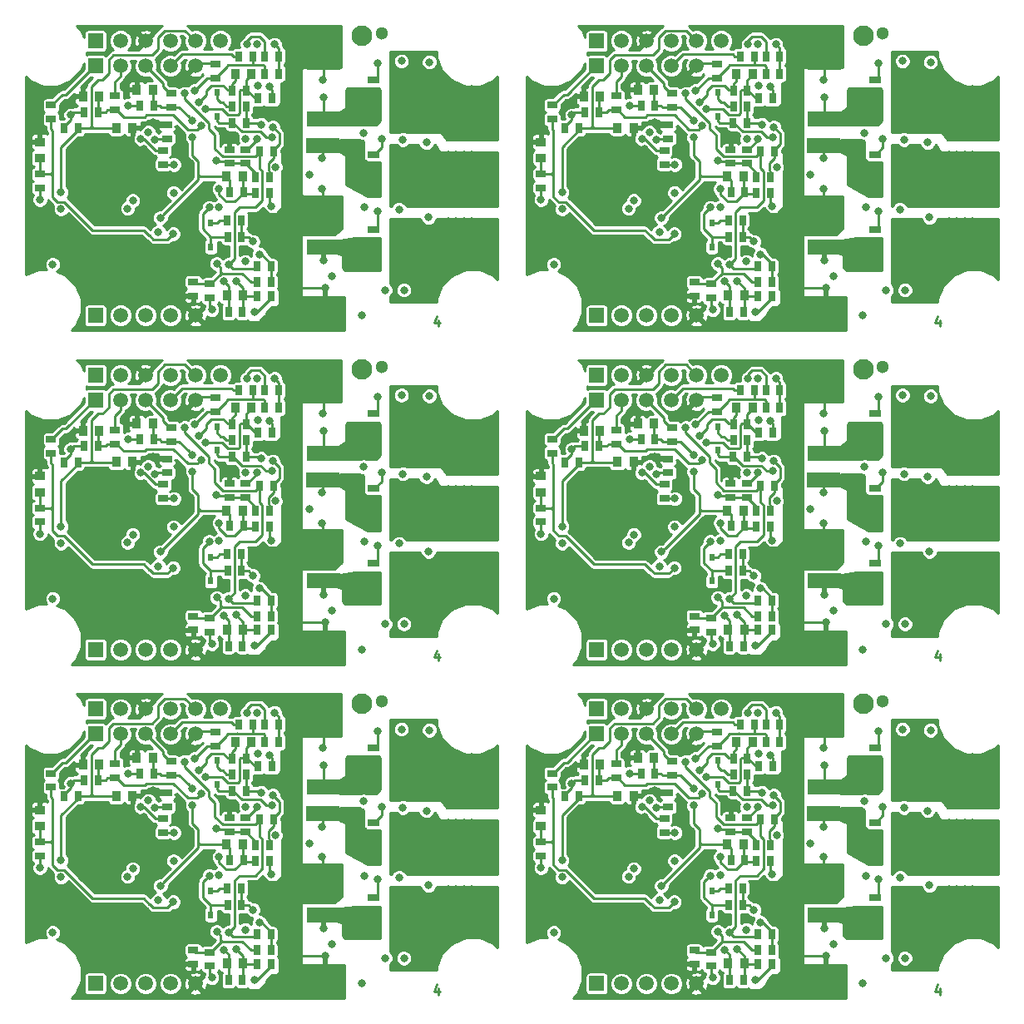
<source format=gbl>
%TF.GenerationSoftware,KiCad,Pcbnew,4.0.6-e0-6349~53~ubuntu16.04.1*%
%TF.CreationDate,2017-03-20T23:11:39+02:00*%
%TF.ProjectId,BLDC_controller,424C44435F636F6E74726F6C6C65722E,1.0*%
%TF.FileFunction,Copper,L4,Bot,Signal*%
%FSLAX46Y46*%
G04 Gerber Fmt 4.6, Leading zero omitted, Abs format (unit mm)*
G04 Created by KiCad (PCBNEW 4.0.6-e0-6349~53~ubuntu16.04.1) date Mon Mar 20 23:11:39 2017*
%MOMM*%
%LPD*%
G01*
G04 APERTURE LIST*
%ADD10C,0.100000*%
%ADD11C,0.250000*%
%ADD12R,0.650000X0.990000*%
%ADD13R,0.600000X0.800000*%
%ADD14R,0.990000X0.650000*%
%ADD15R,3.450000X1.500000*%
%ADD16R,0.600000X0.900000*%
%ADD17R,0.900000X0.600000*%
%ADD18R,1.150000X0.700000*%
%ADD19R,1.500000X4.700000*%
%ADD20R,3.600000X4.200000*%
%ADD21R,0.900000X1.000000*%
%ADD22R,1.000000X0.900000*%
%ADD23C,0.800000*%
%ADD24R,1.500000X1.500000*%
%ADD25C,1.500000*%
%ADD26C,2.100000*%
%ADD27C,1.300000*%
%ADD28C,0.500000*%
%ADD29C,0.254000*%
G04 APERTURE END LIST*
D10*
D11*
X229790477Y-179440714D02*
X229790477Y-180107381D01*
X229552381Y-179059762D02*
X229314286Y-179774048D01*
X229933334Y-179774048D01*
X178790477Y-179440714D02*
X178790477Y-180107381D01*
X178552381Y-179059762D02*
X178314286Y-179774048D01*
X178933334Y-179774048D01*
X229790477Y-145440714D02*
X229790477Y-146107381D01*
X229552381Y-145059762D02*
X229314286Y-145774048D01*
X229933334Y-145774048D01*
X178790477Y-145440714D02*
X178790477Y-146107381D01*
X178552381Y-145059762D02*
X178314286Y-145774048D01*
X178933334Y-145774048D01*
X229790477Y-111440714D02*
X229790477Y-112107381D01*
X229552381Y-111059762D02*
X229314286Y-111774048D01*
X229933334Y-111774048D01*
X178790477Y-111440714D02*
X178790477Y-112107381D01*
X178552381Y-111059762D02*
X178314286Y-111774048D01*
X178933334Y-111774048D01*
D12*
X208790000Y-156100000D03*
X210210000Y-156100000D03*
X157790000Y-156100000D03*
X159210000Y-156100000D03*
X208790000Y-122100000D03*
X210210000Y-122100000D03*
X157790000Y-122100000D03*
X159210000Y-122100000D03*
X208790000Y-88100000D03*
X210210000Y-88100000D03*
X210210000Y-157700000D03*
X208790000Y-157700000D03*
X159210000Y-157700000D03*
X157790000Y-157700000D03*
X210210000Y-123700000D03*
X208790000Y-123700000D03*
X159210000Y-123700000D03*
X157790000Y-123700000D03*
X210210000Y-89700000D03*
X208790000Y-89700000D03*
D13*
X207200000Y-158700000D03*
X207200000Y-156300000D03*
X156200000Y-158700000D03*
X156200000Y-156300000D03*
X207200000Y-124700000D03*
X207200000Y-122300000D03*
X156200000Y-124700000D03*
X156200000Y-122300000D03*
X207200000Y-90700000D03*
X207200000Y-88300000D03*
D12*
X210185000Y-159375000D03*
X208765000Y-159375000D03*
X159185000Y-159375000D03*
X157765000Y-159375000D03*
X210185000Y-125375000D03*
X208765000Y-125375000D03*
X159185000Y-125375000D03*
X157765000Y-125375000D03*
X210185000Y-91375000D03*
X208765000Y-91375000D03*
D14*
X207100000Y-154810000D03*
X207100000Y-153390000D03*
X156100000Y-154810000D03*
X156100000Y-153390000D03*
X207100000Y-120810000D03*
X207100000Y-119390000D03*
X156100000Y-120810000D03*
X156100000Y-119390000D03*
X207100000Y-86810000D03*
X207100000Y-85390000D03*
D15*
X218050000Y-159000000D03*
X218050000Y-153200000D03*
X167050000Y-159000000D03*
X167050000Y-153200000D03*
X218050000Y-125000000D03*
X218050000Y-119200000D03*
X167050000Y-125000000D03*
X167050000Y-119200000D03*
X218050000Y-91000000D03*
X218050000Y-85200000D03*
D16*
X226200000Y-158025000D03*
X225350000Y-158025000D03*
X227050000Y-158025000D03*
X226200000Y-155725000D03*
X225350000Y-155725000D03*
X227050000Y-155725000D03*
X227050000Y-156875000D03*
X225350000Y-156875000D03*
D17*
X228900000Y-158750000D03*
X228900000Y-155000000D03*
X228900000Y-157475000D03*
D18*
X223175000Y-157510000D03*
X223175000Y-158780000D03*
X223175000Y-156240000D03*
D19*
X228670000Y-156875000D03*
D20*
X226670000Y-156875000D03*
D18*
X223175000Y-154970000D03*
D17*
X228900000Y-156275000D03*
D16*
X226200000Y-156875000D03*
X175200000Y-158025000D03*
X174350000Y-158025000D03*
X176050000Y-158025000D03*
X175200000Y-155725000D03*
X174350000Y-155725000D03*
X176050000Y-155725000D03*
X176050000Y-156875000D03*
X174350000Y-156875000D03*
D17*
X177900000Y-158750000D03*
X177900000Y-155000000D03*
X177900000Y-157475000D03*
D18*
X172175000Y-157510000D03*
X172175000Y-158780000D03*
X172175000Y-156240000D03*
D19*
X177670000Y-156875000D03*
D20*
X175670000Y-156875000D03*
D18*
X172175000Y-154970000D03*
D17*
X177900000Y-156275000D03*
D16*
X175200000Y-156875000D03*
X226200000Y-124025000D03*
X225350000Y-124025000D03*
X227050000Y-124025000D03*
X226200000Y-121725000D03*
X225350000Y-121725000D03*
X227050000Y-121725000D03*
X227050000Y-122875000D03*
X225350000Y-122875000D03*
D17*
X228900000Y-124750000D03*
X228900000Y-121000000D03*
X228900000Y-123475000D03*
D18*
X223175000Y-123510000D03*
X223175000Y-124780000D03*
X223175000Y-122240000D03*
D19*
X228670000Y-122875000D03*
D20*
X226670000Y-122875000D03*
D18*
X223175000Y-120970000D03*
D17*
X228900000Y-122275000D03*
D16*
X226200000Y-122875000D03*
X175200000Y-124025000D03*
X174350000Y-124025000D03*
X176050000Y-124025000D03*
X175200000Y-121725000D03*
X174350000Y-121725000D03*
X176050000Y-121725000D03*
X176050000Y-122875000D03*
X174350000Y-122875000D03*
D17*
X177900000Y-124750000D03*
X177900000Y-121000000D03*
X177900000Y-123475000D03*
D18*
X172175000Y-123510000D03*
X172175000Y-124780000D03*
X172175000Y-122240000D03*
D19*
X177670000Y-122875000D03*
D20*
X175670000Y-122875000D03*
D18*
X172175000Y-120970000D03*
D17*
X177900000Y-122275000D03*
D16*
X175200000Y-122875000D03*
X226200000Y-90025000D03*
X225350000Y-90025000D03*
X227050000Y-90025000D03*
X226200000Y-87725000D03*
X225350000Y-87725000D03*
X227050000Y-87725000D03*
X227050000Y-88875000D03*
X225350000Y-88875000D03*
D17*
X228900000Y-90750000D03*
X228900000Y-87000000D03*
X228900000Y-89475000D03*
D18*
X223175000Y-89510000D03*
X223175000Y-90780000D03*
X223175000Y-88240000D03*
D19*
X228670000Y-88875000D03*
D20*
X226670000Y-88875000D03*
D18*
X223175000Y-86970000D03*
D17*
X228900000Y-88275000D03*
D16*
X226200000Y-88875000D03*
X226200000Y-173275000D03*
X225350000Y-173275000D03*
X227050000Y-173275000D03*
X226200000Y-170975000D03*
X225350000Y-170975000D03*
X227050000Y-170975000D03*
X227050000Y-172125000D03*
X225350000Y-172125000D03*
D17*
X228900000Y-174000000D03*
X228900000Y-170250000D03*
X228900000Y-172725000D03*
D18*
X223175000Y-172760000D03*
X223175000Y-174030000D03*
X223175000Y-171490000D03*
D19*
X228670000Y-172125000D03*
D20*
X226670000Y-172125000D03*
D18*
X223175000Y-170220000D03*
D17*
X228900000Y-171525000D03*
D16*
X226200000Y-172125000D03*
X175200000Y-173275000D03*
X174350000Y-173275000D03*
X176050000Y-173275000D03*
X175200000Y-170975000D03*
X174350000Y-170975000D03*
X176050000Y-170975000D03*
X176050000Y-172125000D03*
X174350000Y-172125000D03*
D17*
X177900000Y-174000000D03*
X177900000Y-170250000D03*
X177900000Y-172725000D03*
D18*
X172175000Y-172760000D03*
X172175000Y-174030000D03*
X172175000Y-171490000D03*
D19*
X177670000Y-172125000D03*
D20*
X175670000Y-172125000D03*
D18*
X172175000Y-170220000D03*
D17*
X177900000Y-171525000D03*
D16*
X175200000Y-172125000D03*
X226200000Y-139275000D03*
X225350000Y-139275000D03*
X227050000Y-139275000D03*
X226200000Y-136975000D03*
X225350000Y-136975000D03*
X227050000Y-136975000D03*
X227050000Y-138125000D03*
X225350000Y-138125000D03*
D17*
X228900000Y-140000000D03*
X228900000Y-136250000D03*
X228900000Y-138725000D03*
D18*
X223175000Y-138760000D03*
X223175000Y-140030000D03*
X223175000Y-137490000D03*
D19*
X228670000Y-138125000D03*
D20*
X226670000Y-138125000D03*
D18*
X223175000Y-136220000D03*
D17*
X228900000Y-137525000D03*
D16*
X226200000Y-138125000D03*
X175200000Y-139275000D03*
X174350000Y-139275000D03*
X176050000Y-139275000D03*
X175200000Y-136975000D03*
X174350000Y-136975000D03*
X176050000Y-136975000D03*
X176050000Y-138125000D03*
X174350000Y-138125000D03*
D17*
X177900000Y-140000000D03*
X177900000Y-136250000D03*
X177900000Y-138725000D03*
D18*
X172175000Y-138760000D03*
X172175000Y-140030000D03*
X172175000Y-137490000D03*
D19*
X177670000Y-138125000D03*
D20*
X175670000Y-138125000D03*
D18*
X172175000Y-136220000D03*
D17*
X177900000Y-137525000D03*
D16*
X175200000Y-138125000D03*
X226200000Y-105275000D03*
X225350000Y-105275000D03*
X227050000Y-105275000D03*
X226200000Y-102975000D03*
X225350000Y-102975000D03*
X227050000Y-102975000D03*
X227050000Y-104125000D03*
X225350000Y-104125000D03*
D17*
X228900000Y-106000000D03*
X228900000Y-102250000D03*
X228900000Y-104725000D03*
D18*
X223175000Y-104760000D03*
X223175000Y-106030000D03*
X223175000Y-103490000D03*
D19*
X228670000Y-104125000D03*
D20*
X226670000Y-104125000D03*
D18*
X223175000Y-102220000D03*
D17*
X228900000Y-103525000D03*
D16*
X226200000Y-104125000D03*
D15*
X218000000Y-161705000D03*
X218000000Y-167505000D03*
X167000000Y-161705000D03*
X167000000Y-167505000D03*
X218000000Y-127705000D03*
X218000000Y-133505000D03*
X167000000Y-127705000D03*
X167000000Y-133505000D03*
X218000000Y-93705000D03*
X218000000Y-99505000D03*
D16*
X226200000Y-165645000D03*
X225350000Y-165645000D03*
X227050000Y-165645000D03*
X226200000Y-163345000D03*
X225350000Y-163345000D03*
X227050000Y-163345000D03*
X227050000Y-164495000D03*
X225350000Y-164495000D03*
D17*
X228900000Y-166370000D03*
X228900000Y-162620000D03*
X228900000Y-165095000D03*
D18*
X223175000Y-165130000D03*
X223175000Y-166400000D03*
X223175000Y-163860000D03*
D19*
X228670000Y-164495000D03*
D20*
X226670000Y-164495000D03*
D18*
X223175000Y-162590000D03*
D17*
X228900000Y-163895000D03*
D16*
X226200000Y-164495000D03*
X175200000Y-165645000D03*
X174350000Y-165645000D03*
X176050000Y-165645000D03*
X175200000Y-163345000D03*
X174350000Y-163345000D03*
X176050000Y-163345000D03*
X176050000Y-164495000D03*
X174350000Y-164495000D03*
D17*
X177900000Y-166370000D03*
X177900000Y-162620000D03*
X177900000Y-165095000D03*
D18*
X172175000Y-165130000D03*
X172175000Y-166400000D03*
X172175000Y-163860000D03*
D19*
X177670000Y-164495000D03*
D20*
X175670000Y-164495000D03*
D18*
X172175000Y-162590000D03*
D17*
X177900000Y-163895000D03*
D16*
X175200000Y-164495000D03*
X226200000Y-131645000D03*
X225350000Y-131645000D03*
X227050000Y-131645000D03*
X226200000Y-129345000D03*
X225350000Y-129345000D03*
X227050000Y-129345000D03*
X227050000Y-130495000D03*
X225350000Y-130495000D03*
D17*
X228900000Y-132370000D03*
X228900000Y-128620000D03*
X228900000Y-131095000D03*
D18*
X223175000Y-131130000D03*
X223175000Y-132400000D03*
X223175000Y-129860000D03*
D19*
X228670000Y-130495000D03*
D20*
X226670000Y-130495000D03*
D18*
X223175000Y-128590000D03*
D17*
X228900000Y-129895000D03*
D16*
X226200000Y-130495000D03*
X175200000Y-131645000D03*
X174350000Y-131645000D03*
X176050000Y-131645000D03*
X175200000Y-129345000D03*
X174350000Y-129345000D03*
X176050000Y-129345000D03*
X176050000Y-130495000D03*
X174350000Y-130495000D03*
D17*
X177900000Y-132370000D03*
X177900000Y-128620000D03*
X177900000Y-131095000D03*
D18*
X172175000Y-131130000D03*
X172175000Y-132400000D03*
X172175000Y-129860000D03*
D19*
X177670000Y-130495000D03*
D20*
X175670000Y-130495000D03*
D18*
X172175000Y-128590000D03*
D17*
X177900000Y-129895000D03*
D16*
X175200000Y-130495000D03*
X226200000Y-97645000D03*
X225350000Y-97645000D03*
X227050000Y-97645000D03*
X226200000Y-95345000D03*
X225350000Y-95345000D03*
X227050000Y-95345000D03*
X227050000Y-96495000D03*
X225350000Y-96495000D03*
D17*
X228900000Y-98370000D03*
X228900000Y-94620000D03*
X228900000Y-97095000D03*
D18*
X223175000Y-97130000D03*
X223175000Y-98400000D03*
X223175000Y-95860000D03*
D19*
X228670000Y-96495000D03*
D20*
X226670000Y-96495000D03*
D18*
X223175000Y-94590000D03*
D17*
X228900000Y-95895000D03*
D16*
X226200000Y-96495000D03*
D21*
X208240000Y-176950000D03*
X209900000Y-176950000D03*
X157240000Y-176950000D03*
X158900000Y-176950000D03*
X208240000Y-142950000D03*
X209900000Y-142950000D03*
X157240000Y-142950000D03*
X158900000Y-142950000D03*
X208240000Y-108950000D03*
X209900000Y-108950000D03*
D14*
X204800000Y-175590000D03*
X204800000Y-177010000D03*
X153800000Y-175590000D03*
X153800000Y-177010000D03*
X204800000Y-141590000D03*
X204800000Y-143010000D03*
X153800000Y-141590000D03*
X153800000Y-143010000D03*
X204800000Y-107590000D03*
X204800000Y-109010000D03*
D12*
X209720000Y-171000000D03*
X208300000Y-171000000D03*
X158720000Y-171000000D03*
X157300000Y-171000000D03*
X209720000Y-137000000D03*
X208300000Y-137000000D03*
X158720000Y-137000000D03*
X157300000Y-137000000D03*
X209720000Y-103000000D03*
X208300000Y-103000000D03*
D14*
X206500000Y-177210000D03*
X206500000Y-175790000D03*
X155500000Y-177210000D03*
X155500000Y-175790000D03*
X206500000Y-143210000D03*
X206500000Y-141790000D03*
X155500000Y-143210000D03*
X155500000Y-141790000D03*
X206500000Y-109210000D03*
X206500000Y-107790000D03*
D12*
X209710000Y-169300000D03*
X208290000Y-169300000D03*
X158710000Y-169300000D03*
X157290000Y-169300000D03*
X209710000Y-135300000D03*
X208290000Y-135300000D03*
X158710000Y-135300000D03*
X157290000Y-135300000D03*
X209710000Y-101300000D03*
X208290000Y-101300000D03*
D13*
X206600000Y-172000000D03*
X206600000Y-169600000D03*
X155600000Y-172000000D03*
X155600000Y-169600000D03*
X206600000Y-138000000D03*
X206600000Y-135600000D03*
X155600000Y-138000000D03*
X155600000Y-135600000D03*
X206600000Y-104000000D03*
X206600000Y-101600000D03*
D12*
X212710000Y-174000000D03*
X211290000Y-174000000D03*
X161710000Y-174000000D03*
X160290000Y-174000000D03*
X212710000Y-140000000D03*
X211290000Y-140000000D03*
X161710000Y-140000000D03*
X160290000Y-140000000D03*
X212710000Y-106000000D03*
X211290000Y-106000000D03*
X211290000Y-175605000D03*
X212710000Y-175605000D03*
X160290000Y-175605000D03*
X161710000Y-175605000D03*
X211290000Y-141605000D03*
X212710000Y-141605000D03*
X160290000Y-141605000D03*
X161710000Y-141605000D03*
X211290000Y-107605000D03*
X212710000Y-107605000D03*
X212710000Y-177000000D03*
X211290000Y-177000000D03*
X161710000Y-177000000D03*
X160290000Y-177000000D03*
X212710000Y-143000000D03*
X211290000Y-143000000D03*
X161710000Y-143000000D03*
X160290000Y-143000000D03*
X212710000Y-109000000D03*
X211290000Y-109000000D03*
D15*
X218050000Y-172000000D03*
X218050000Y-177800000D03*
X167050000Y-172000000D03*
X167050000Y-177800000D03*
X218050000Y-138000000D03*
X218050000Y-143800000D03*
X167050000Y-138000000D03*
X167050000Y-143800000D03*
X218050000Y-104000000D03*
X218050000Y-109800000D03*
D12*
X208390000Y-178650000D03*
X209810000Y-178650000D03*
X157390000Y-178650000D03*
X158810000Y-178650000D03*
X208390000Y-144650000D03*
X209810000Y-144650000D03*
X157390000Y-144650000D03*
X158810000Y-144650000D03*
X208390000Y-110650000D03*
X209810000Y-110650000D03*
D21*
X196970000Y-159900000D03*
X198630000Y-159900000D03*
X145970000Y-159900000D03*
X147630000Y-159900000D03*
X196970000Y-125900000D03*
X198630000Y-125900000D03*
X145970000Y-125900000D03*
X147630000Y-125900000D03*
X196970000Y-91900000D03*
X198630000Y-91900000D03*
D14*
X202550000Y-157810000D03*
X202550000Y-156390000D03*
X151550000Y-157810000D03*
X151550000Y-156390000D03*
X202550000Y-123810000D03*
X202550000Y-122390000D03*
X151550000Y-123810000D03*
X151550000Y-122390000D03*
X202550000Y-89810000D03*
X202550000Y-88390000D03*
X196850000Y-158060000D03*
X196850000Y-156640000D03*
X145850000Y-158060000D03*
X145850000Y-156640000D03*
X196850000Y-124060000D03*
X196850000Y-122640000D03*
X145850000Y-124060000D03*
X145850000Y-122640000D03*
X196850000Y-90060000D03*
X196850000Y-88640000D03*
D21*
X200730000Y-156000000D03*
X199070000Y-156000000D03*
X149730000Y-156000000D03*
X148070000Y-156000000D03*
X200730000Y-122000000D03*
X199070000Y-122000000D03*
X149730000Y-122000000D03*
X148070000Y-122000000D03*
X200730000Y-88000000D03*
X199070000Y-88000000D03*
D14*
X202150000Y-161010000D03*
X202150000Y-159590000D03*
X151150000Y-161010000D03*
X151150000Y-159590000D03*
X202150000Y-127010000D03*
X202150000Y-125590000D03*
X151150000Y-127010000D03*
X151150000Y-125590000D03*
X202150000Y-93010000D03*
X202150000Y-91590000D03*
X201750000Y-163610000D03*
X201750000Y-162190000D03*
X150750000Y-163610000D03*
X150750000Y-162190000D03*
X201750000Y-129610000D03*
X201750000Y-128190000D03*
X150750000Y-129610000D03*
X150750000Y-128190000D03*
X201750000Y-95610000D03*
X201750000Y-94190000D03*
D12*
X199390000Y-157600000D03*
X200810000Y-157600000D03*
X148390000Y-157600000D03*
X149810000Y-157600000D03*
X199390000Y-123600000D03*
X200810000Y-123600000D03*
X148390000Y-123600000D03*
X149810000Y-123600000D03*
X199390000Y-89600000D03*
X200810000Y-89600000D03*
X193690000Y-158300000D03*
X195110000Y-158300000D03*
X142690000Y-158300000D03*
X144110000Y-158300000D03*
X193690000Y-124300000D03*
X195110000Y-124300000D03*
X142690000Y-124300000D03*
X144110000Y-124300000D03*
X193690000Y-90300000D03*
X195110000Y-90300000D03*
X191640000Y-159950000D03*
X193060000Y-159950000D03*
X140640000Y-159950000D03*
X142060000Y-159950000D03*
X191640000Y-125950000D03*
X193060000Y-125950000D03*
X140640000Y-125950000D03*
X142060000Y-125950000D03*
X191640000Y-91950000D03*
X193060000Y-91950000D03*
D21*
X195230000Y-156700000D03*
X193570000Y-156700000D03*
X144230000Y-156700000D03*
X142570000Y-156700000D03*
X195230000Y-122700000D03*
X193570000Y-122700000D03*
X144230000Y-122700000D03*
X142570000Y-122700000D03*
X195230000Y-88700000D03*
X193570000Y-88700000D03*
D22*
X189200000Y-162980000D03*
X189200000Y-161320000D03*
X138200000Y-162980000D03*
X138200000Y-161320000D03*
X189200000Y-128980000D03*
X189200000Y-127320000D03*
X138200000Y-128980000D03*
X138200000Y-127320000D03*
X189200000Y-94980000D03*
X189200000Y-93320000D03*
D14*
X189200000Y-166010000D03*
X189200000Y-164590000D03*
X138200000Y-166010000D03*
X138200000Y-164590000D03*
X189200000Y-132010000D03*
X189200000Y-130590000D03*
X138200000Y-132010000D03*
X138200000Y-130590000D03*
X189200000Y-98010000D03*
X189200000Y-96590000D03*
X190350000Y-159010000D03*
X190350000Y-157590000D03*
X139350000Y-159010000D03*
X139350000Y-157590000D03*
X190350000Y-125010000D03*
X190350000Y-123590000D03*
X139350000Y-125010000D03*
X139350000Y-123590000D03*
X190350000Y-91010000D03*
X190350000Y-89590000D03*
D12*
X213510000Y-152600000D03*
X212090000Y-152600000D03*
X162510000Y-152600000D03*
X161090000Y-152600000D03*
X213510000Y-118600000D03*
X212090000Y-118600000D03*
X162510000Y-118600000D03*
X161090000Y-118600000D03*
X213510000Y-84600000D03*
X212090000Y-84600000D03*
X212090000Y-154400000D03*
X213510000Y-154400000D03*
X161090000Y-154400000D03*
X162510000Y-154400000D03*
X212090000Y-120400000D03*
X213510000Y-120400000D03*
X161090000Y-120400000D03*
X162510000Y-120400000D03*
X212090000Y-86400000D03*
X213510000Y-86400000D03*
X212810000Y-156900000D03*
X211390000Y-156900000D03*
X161810000Y-156900000D03*
X160390000Y-156900000D03*
X212810000Y-122900000D03*
X211390000Y-122900000D03*
X161810000Y-122900000D03*
X160390000Y-122900000D03*
X212810000Y-88900000D03*
X211390000Y-88900000D03*
D21*
X209070000Y-154400000D03*
X210730000Y-154400000D03*
X158070000Y-154400000D03*
X159730000Y-154400000D03*
X209070000Y-120400000D03*
X210730000Y-120400000D03*
X158070000Y-120400000D03*
X159730000Y-120400000D03*
X209070000Y-86400000D03*
X210730000Y-86400000D03*
D12*
X209480000Y-152600000D03*
X210900000Y-152600000D03*
X158480000Y-152600000D03*
X159900000Y-152600000D03*
X209480000Y-118600000D03*
X210900000Y-118600000D03*
X158480000Y-118600000D03*
X159900000Y-118600000D03*
X209480000Y-84600000D03*
X210900000Y-84600000D03*
X212960000Y-162300000D03*
X211540000Y-162300000D03*
X161960000Y-162300000D03*
X160540000Y-162300000D03*
X212960000Y-128300000D03*
X211540000Y-128300000D03*
X161960000Y-128300000D03*
X160540000Y-128300000D03*
X212960000Y-94300000D03*
X211540000Y-94300000D03*
D21*
X208170000Y-164850000D03*
X209830000Y-164850000D03*
X157170000Y-164850000D03*
X158830000Y-164850000D03*
X208170000Y-130850000D03*
X209830000Y-130850000D03*
X157170000Y-130850000D03*
X158830000Y-130850000D03*
X208170000Y-96850000D03*
X209830000Y-96850000D03*
D14*
X210150000Y-162090000D03*
X210150000Y-163510000D03*
X159150000Y-162090000D03*
X159150000Y-163510000D03*
X210150000Y-128090000D03*
X210150000Y-129510000D03*
X159150000Y-128090000D03*
X159150000Y-129510000D03*
X210150000Y-94090000D03*
X210150000Y-95510000D03*
X208500000Y-163510000D03*
X208500000Y-162090000D03*
X157500000Y-163510000D03*
X157500000Y-162090000D03*
X208500000Y-129510000D03*
X208500000Y-128090000D03*
X157500000Y-129510000D03*
X157500000Y-128090000D03*
X208500000Y-95510000D03*
X208500000Y-94090000D03*
D12*
X212560000Y-166500000D03*
X211140000Y-166500000D03*
X161560000Y-166500000D03*
X160140000Y-166500000D03*
X212560000Y-132500000D03*
X211140000Y-132500000D03*
X161560000Y-132500000D03*
X160140000Y-132500000D03*
X212560000Y-98500000D03*
X211140000Y-98500000D03*
X208530000Y-166400000D03*
X209950000Y-166400000D03*
X157530000Y-166400000D03*
X158950000Y-166400000D03*
X208530000Y-132400000D03*
X209950000Y-132400000D03*
X157530000Y-132400000D03*
X158950000Y-132400000D03*
X208530000Y-98400000D03*
X209950000Y-98400000D03*
X211140000Y-164905000D03*
X212560000Y-164905000D03*
X160140000Y-164905000D03*
X161560000Y-164905000D03*
X211140000Y-130905000D03*
X212560000Y-130905000D03*
X160140000Y-130905000D03*
X161560000Y-130905000D03*
X211140000Y-96905000D03*
X212560000Y-96905000D03*
D23*
X189050000Y-159200000D03*
X138050000Y-159200000D03*
X189050000Y-125200000D03*
X138050000Y-125200000D03*
X189050000Y-91200000D03*
X189250000Y-156000000D03*
X138250000Y-156000000D03*
X189250000Y-122000000D03*
X138250000Y-122000000D03*
X189250000Y-88000000D03*
D24*
X194870000Y-153600000D03*
D25*
X197410000Y-153600000D03*
X199950000Y-153600000D03*
X202490000Y-153600000D03*
X205030000Y-153600000D03*
D24*
X143870000Y-153600000D03*
D25*
X146410000Y-153600000D03*
X148950000Y-153600000D03*
X151490000Y-153600000D03*
X154030000Y-153600000D03*
D24*
X194870000Y-119600000D03*
D25*
X197410000Y-119600000D03*
X199950000Y-119600000D03*
X202490000Y-119600000D03*
X205030000Y-119600000D03*
D24*
X143870000Y-119600000D03*
D25*
X146410000Y-119600000D03*
X148950000Y-119600000D03*
X151490000Y-119600000D03*
X154030000Y-119600000D03*
D24*
X194870000Y-85600000D03*
D25*
X197410000Y-85600000D03*
X199950000Y-85600000D03*
X202490000Y-85600000D03*
X205030000Y-85600000D03*
D24*
X194870000Y-151060000D03*
D25*
X197410000Y-151060000D03*
X199950000Y-151060000D03*
X202490000Y-151060000D03*
X205030000Y-151060000D03*
X207570000Y-151060000D03*
D24*
X143870000Y-151060000D03*
D25*
X146410000Y-151060000D03*
X148950000Y-151060000D03*
X151490000Y-151060000D03*
X154030000Y-151060000D03*
X156570000Y-151060000D03*
D24*
X194870000Y-117060000D03*
D25*
X197410000Y-117060000D03*
X199950000Y-117060000D03*
X202490000Y-117060000D03*
X205030000Y-117060000D03*
X207570000Y-117060000D03*
D24*
X143870000Y-117060000D03*
D25*
X146410000Y-117060000D03*
X148950000Y-117060000D03*
X151490000Y-117060000D03*
X154030000Y-117060000D03*
X156570000Y-117060000D03*
D24*
X194870000Y-83060000D03*
D25*
X197410000Y-83060000D03*
X199950000Y-83060000D03*
X202490000Y-83060000D03*
X205030000Y-83060000D03*
X207570000Y-83060000D03*
D23*
X193500000Y-166300000D03*
X142500000Y-166300000D03*
X193500000Y-132300000D03*
X142500000Y-132300000D03*
X193500000Y-98300000D03*
X193050000Y-161905000D03*
X142050000Y-161905000D03*
X193050000Y-127905000D03*
X142050000Y-127905000D03*
X193050000Y-93905000D03*
X193000000Y-165405000D03*
X142000000Y-165405000D03*
X193000000Y-131405000D03*
X142000000Y-131405000D03*
X193000000Y-97405000D03*
X195300000Y-161205000D03*
X144300000Y-161205000D03*
X195300000Y-127205000D03*
X144300000Y-127205000D03*
X195300000Y-93205000D03*
X198500000Y-161405000D03*
X147500000Y-161405000D03*
X198500000Y-127405000D03*
X147500000Y-127405000D03*
X198500000Y-93405000D03*
X197450000Y-161205000D03*
X146450000Y-161205000D03*
X197450000Y-127205000D03*
X146450000Y-127205000D03*
X197450000Y-93205000D03*
X194050000Y-161055000D03*
X143050000Y-161055000D03*
X194050000Y-127055000D03*
X143050000Y-127055000D03*
X194050000Y-93055000D03*
X196400000Y-161205000D03*
X145400000Y-161205000D03*
X196400000Y-127205000D03*
X145400000Y-127205000D03*
X196400000Y-93205000D03*
X224350000Y-176400000D03*
X173350000Y-176400000D03*
X224350000Y-142400000D03*
X173350000Y-142400000D03*
X224350000Y-108400000D03*
X226250000Y-176400000D03*
X175250000Y-176400000D03*
X226250000Y-142400000D03*
X175250000Y-142400000D03*
X226250000Y-108400000D03*
X222250000Y-168000000D03*
X171250000Y-168000000D03*
X222250000Y-134000000D03*
X171250000Y-134000000D03*
X222250000Y-100000000D03*
X221950000Y-179000000D03*
X170950000Y-179000000D03*
X221950000Y-145000000D03*
X170950000Y-145000000D03*
X221950000Y-111000000D03*
X225750000Y-168200000D03*
X174750000Y-168200000D03*
X225750000Y-134200000D03*
X174750000Y-134200000D03*
X225750000Y-100200000D03*
X231550000Y-173400000D03*
X180550000Y-173400000D03*
X231550000Y-139400000D03*
X180550000Y-139400000D03*
X231550000Y-105400000D03*
X232350000Y-173400000D03*
X181350000Y-173400000D03*
X232350000Y-139400000D03*
X181350000Y-139400000D03*
X232350000Y-105400000D03*
X230750000Y-171800000D03*
X179750000Y-171800000D03*
X230750000Y-137800000D03*
X179750000Y-137800000D03*
X230750000Y-103800000D03*
D26*
X234500000Y-172500000D03*
X183500000Y-172500000D03*
X234500000Y-138500000D03*
X183500000Y-138500000D03*
X234500000Y-104500000D03*
D23*
X231550000Y-174200000D03*
X180550000Y-174200000D03*
X231550000Y-140200000D03*
X180550000Y-140200000D03*
X231550000Y-106200000D03*
X233150000Y-173400000D03*
X182150000Y-173400000D03*
X233150000Y-139400000D03*
X182150000Y-139400000D03*
X233150000Y-105400000D03*
X231550000Y-171800000D03*
X180550000Y-171800000D03*
X231550000Y-137800000D03*
X180550000Y-137800000D03*
X231550000Y-103800000D03*
X232350000Y-172600000D03*
X181350000Y-172600000D03*
X232350000Y-138600000D03*
X181350000Y-138600000D03*
X232350000Y-104600000D03*
X232350000Y-171800000D03*
X181350000Y-171800000D03*
X232350000Y-137800000D03*
X181350000Y-137800000D03*
X232350000Y-103800000D03*
X233150000Y-172600000D03*
X182150000Y-172600000D03*
X233150000Y-138600000D03*
X182150000Y-138600000D03*
X233150000Y-104600000D03*
X231550000Y-172600000D03*
X180550000Y-172600000D03*
X231550000Y-138600000D03*
X180550000Y-138600000D03*
X231550000Y-104600000D03*
X233150000Y-171800000D03*
X182150000Y-171800000D03*
X233150000Y-137800000D03*
X182150000Y-137800000D03*
X233150000Y-103800000D03*
X230750000Y-173400000D03*
X179750000Y-173400000D03*
X230750000Y-139400000D03*
X179750000Y-139400000D03*
X230750000Y-105400000D03*
X230750000Y-174200000D03*
X179750000Y-174200000D03*
X230750000Y-140200000D03*
X179750000Y-140200000D03*
X230750000Y-106200000D03*
X230750000Y-172600000D03*
X179750000Y-172600000D03*
X230750000Y-138600000D03*
X179750000Y-138600000D03*
X230750000Y-104600000D03*
X230600000Y-175000000D03*
X179600000Y-175000000D03*
X230600000Y-141000000D03*
X179600000Y-141000000D03*
X230600000Y-107000000D03*
X230750000Y-169400000D03*
X179750000Y-169400000D03*
X230750000Y-135400000D03*
X179750000Y-135400000D03*
X230750000Y-101400000D03*
X230750000Y-171000000D03*
X179750000Y-171000000D03*
X230750000Y-137000000D03*
X179750000Y-137000000D03*
X230750000Y-103000000D03*
X231550000Y-170200000D03*
X180550000Y-170200000D03*
X231550000Y-136200000D03*
X180550000Y-136200000D03*
X231550000Y-102200000D03*
X231550000Y-171000000D03*
X180550000Y-171000000D03*
X231550000Y-137000000D03*
X180550000Y-137000000D03*
X231550000Y-103000000D03*
X231550000Y-169400000D03*
X180550000Y-169400000D03*
X231550000Y-135400000D03*
X180550000Y-135400000D03*
X231550000Y-101400000D03*
X230750000Y-170200000D03*
X179750000Y-170200000D03*
X230750000Y-136200000D03*
X179750000Y-136200000D03*
X230750000Y-102200000D03*
X232350000Y-169400000D03*
X181350000Y-169400000D03*
X232350000Y-135400000D03*
X181350000Y-135400000D03*
X232350000Y-101400000D03*
X233150000Y-171000000D03*
X182150000Y-171000000D03*
X233150000Y-137000000D03*
X182150000Y-137000000D03*
X233150000Y-103000000D03*
X233150000Y-169400000D03*
X182150000Y-169400000D03*
X233150000Y-135400000D03*
X182150000Y-135400000D03*
X233150000Y-101400000D03*
X232350000Y-171000000D03*
X181350000Y-171000000D03*
X232350000Y-137000000D03*
X181350000Y-137000000D03*
X232350000Y-103000000D03*
X232350000Y-170200000D03*
X181350000Y-170200000D03*
X232350000Y-136200000D03*
X181350000Y-136200000D03*
X232350000Y-102200000D03*
X233150000Y-170200000D03*
X182150000Y-170200000D03*
X233150000Y-136200000D03*
X182150000Y-136200000D03*
X233150000Y-102200000D03*
X232350000Y-165850000D03*
X181350000Y-165850000D03*
X232350000Y-131850000D03*
X181350000Y-131850000D03*
X232350000Y-97850000D03*
X233150000Y-167450000D03*
X182150000Y-167450000D03*
X233150000Y-133450000D03*
X182150000Y-133450000D03*
X233150000Y-99450000D03*
X233150000Y-166650000D03*
X182150000Y-166650000D03*
X233150000Y-132650000D03*
X182150000Y-132650000D03*
X233150000Y-98650000D03*
X232350000Y-166650000D03*
X181350000Y-166650000D03*
X232350000Y-132650000D03*
X181350000Y-132650000D03*
X232350000Y-98650000D03*
X232350000Y-167450000D03*
X181350000Y-167450000D03*
X232350000Y-133450000D03*
X181350000Y-133450000D03*
X232350000Y-99450000D03*
X233150000Y-165850000D03*
X182150000Y-165850000D03*
X233150000Y-131850000D03*
X182150000Y-131850000D03*
X233150000Y-97850000D03*
X230750000Y-165850000D03*
X179750000Y-165850000D03*
X230750000Y-131850000D03*
X179750000Y-131850000D03*
X230750000Y-97850000D03*
X231550000Y-167450000D03*
X180550000Y-167450000D03*
X231550000Y-133450000D03*
X180550000Y-133450000D03*
X231550000Y-99450000D03*
X230750000Y-167450000D03*
X179750000Y-167450000D03*
X230750000Y-133450000D03*
X179750000Y-133450000D03*
X230750000Y-99450000D03*
X231550000Y-166650000D03*
X180550000Y-166650000D03*
X231550000Y-132650000D03*
X180550000Y-132650000D03*
X231550000Y-98650000D03*
X230750000Y-166650000D03*
X179750000Y-166650000D03*
X230750000Y-132650000D03*
X179750000Y-132650000D03*
X230750000Y-98650000D03*
X231550000Y-165850000D03*
X180550000Y-165850000D03*
X231550000Y-131850000D03*
X180550000Y-131850000D03*
X231550000Y-97850000D03*
X233150000Y-157550000D03*
X182150000Y-157550000D03*
X233150000Y-123550000D03*
X182150000Y-123550000D03*
X233150000Y-89550000D03*
X233150000Y-156750000D03*
X182150000Y-156750000D03*
X233150000Y-122750000D03*
X182150000Y-122750000D03*
X233150000Y-88750000D03*
X230750000Y-155950000D03*
X179750000Y-155950000D03*
X230750000Y-121950000D03*
X179750000Y-121950000D03*
X230750000Y-87950000D03*
X230750000Y-156750000D03*
X179750000Y-156750000D03*
X230750000Y-122750000D03*
X179750000Y-122750000D03*
X230750000Y-88750000D03*
X231550000Y-156750000D03*
X180550000Y-156750000D03*
X231550000Y-122750000D03*
X180550000Y-122750000D03*
X231550000Y-88750000D03*
X232350000Y-156750000D03*
X181350000Y-156750000D03*
X232350000Y-122750000D03*
X181350000Y-122750000D03*
X232350000Y-88750000D03*
X233150000Y-155950000D03*
X182150000Y-155950000D03*
X233150000Y-121950000D03*
X182150000Y-121950000D03*
X233150000Y-87950000D03*
X231550000Y-155950000D03*
X180550000Y-155950000D03*
X231550000Y-121950000D03*
X180550000Y-121950000D03*
X231550000Y-87950000D03*
X232350000Y-155950000D03*
X181350000Y-155950000D03*
X232350000Y-121950000D03*
X181350000Y-121950000D03*
X232350000Y-87950000D03*
X232350000Y-158350000D03*
X181350000Y-158350000D03*
X232350000Y-124350000D03*
X181350000Y-124350000D03*
X232350000Y-90350000D03*
X230750000Y-157550000D03*
X179750000Y-157550000D03*
X230750000Y-123550000D03*
X179750000Y-123550000D03*
X230750000Y-89550000D03*
X231550000Y-158350000D03*
X180550000Y-158350000D03*
X231550000Y-124350000D03*
X180550000Y-124350000D03*
X231550000Y-90350000D03*
X231550000Y-157550000D03*
X180550000Y-157550000D03*
X231550000Y-123550000D03*
X180550000Y-123550000D03*
X231550000Y-89550000D03*
X230750000Y-158350000D03*
X179750000Y-158350000D03*
X230750000Y-124350000D03*
X179750000Y-124350000D03*
X230750000Y-90350000D03*
X232350000Y-157550000D03*
X181350000Y-157550000D03*
X232350000Y-123550000D03*
X181350000Y-123550000D03*
X232350000Y-89550000D03*
X230750000Y-159150000D03*
X179750000Y-159150000D03*
X230750000Y-125150000D03*
X179750000Y-125150000D03*
X230750000Y-91150000D03*
X231550000Y-159150000D03*
X180550000Y-159150000D03*
X231550000Y-125150000D03*
X180550000Y-125150000D03*
X231550000Y-91150000D03*
X232350000Y-159150000D03*
X181350000Y-159150000D03*
X232350000Y-125150000D03*
X181350000Y-125150000D03*
X232350000Y-91150000D03*
X231550000Y-159950000D03*
X180550000Y-159950000D03*
X231550000Y-125950000D03*
X180550000Y-125950000D03*
X231550000Y-91950000D03*
X230750000Y-159950000D03*
X179750000Y-159950000D03*
X230750000Y-125950000D03*
X179750000Y-125950000D03*
X230750000Y-91950000D03*
X233150000Y-158350000D03*
X182150000Y-158350000D03*
X233150000Y-124350000D03*
X182150000Y-124350000D03*
X233150000Y-90350000D03*
D26*
X234500000Y-158000000D03*
X183500000Y-158000000D03*
X234500000Y-124000000D03*
X183500000Y-124000000D03*
X234500000Y-90000000D03*
D23*
X232350000Y-159950000D03*
X181350000Y-159950000D03*
X232350000Y-125950000D03*
X181350000Y-125950000D03*
X232350000Y-91950000D03*
X232350000Y-160750000D03*
X181350000Y-160750000D03*
X232350000Y-126750000D03*
X181350000Y-126750000D03*
X232350000Y-92750000D03*
X233150000Y-159950000D03*
X182150000Y-159950000D03*
X233150000Y-125950000D03*
X182150000Y-125950000D03*
X233150000Y-91950000D03*
X233150000Y-160750000D03*
X182150000Y-160750000D03*
X233150000Y-126750000D03*
X182150000Y-126750000D03*
X233150000Y-92750000D03*
X233150000Y-159150000D03*
X182150000Y-159150000D03*
X233150000Y-125150000D03*
X182150000Y-125150000D03*
X233150000Y-91150000D03*
X230750000Y-162650000D03*
X179750000Y-162650000D03*
X230750000Y-128650000D03*
X179750000Y-128650000D03*
X230750000Y-94650000D03*
X232350000Y-162650000D03*
X181350000Y-162650000D03*
X232350000Y-128650000D03*
X181350000Y-128650000D03*
X232350000Y-94650000D03*
X231550000Y-162650000D03*
X180550000Y-162650000D03*
X231550000Y-128650000D03*
X180550000Y-128650000D03*
X231550000Y-94650000D03*
X233150000Y-162650000D03*
X182150000Y-162650000D03*
X233150000Y-128650000D03*
X182150000Y-128650000D03*
X233150000Y-94650000D03*
X230750000Y-160750000D03*
X179750000Y-160750000D03*
X230750000Y-126750000D03*
X179750000Y-126750000D03*
X230750000Y-92750000D03*
X231550000Y-160750000D03*
X180550000Y-160750000D03*
X231550000Y-126750000D03*
X180550000Y-126750000D03*
X231550000Y-92750000D03*
X232350000Y-165050000D03*
X181350000Y-165050000D03*
X232350000Y-131050000D03*
X181350000Y-131050000D03*
X232350000Y-97050000D03*
X233150000Y-163450000D03*
X182150000Y-163450000D03*
X233150000Y-129450000D03*
X182150000Y-129450000D03*
X233150000Y-95450000D03*
X232350000Y-163450000D03*
X181350000Y-163450000D03*
X232350000Y-129450000D03*
X181350000Y-129450000D03*
X232350000Y-95450000D03*
X233150000Y-164250000D03*
X182150000Y-164250000D03*
X233150000Y-130250000D03*
X182150000Y-130250000D03*
X233150000Y-96250000D03*
X233150000Y-165050000D03*
X182150000Y-165050000D03*
X233150000Y-131050000D03*
X182150000Y-131050000D03*
X233150000Y-97050000D03*
D26*
X234500000Y-165000000D03*
X183500000Y-165000000D03*
X234500000Y-131000000D03*
X183500000Y-131000000D03*
X234500000Y-97000000D03*
D23*
X232350000Y-164250000D03*
X181350000Y-164250000D03*
X232350000Y-130250000D03*
X181350000Y-130250000D03*
X232350000Y-96250000D03*
X230750000Y-163450000D03*
X179750000Y-163450000D03*
X230750000Y-129450000D03*
X179750000Y-129450000D03*
X230750000Y-95450000D03*
X231550000Y-164250000D03*
X180550000Y-164250000D03*
X231550000Y-130250000D03*
X180550000Y-130250000D03*
X231550000Y-96250000D03*
X230750000Y-165050000D03*
X179750000Y-165050000D03*
X230750000Y-131050000D03*
X179750000Y-131050000D03*
X230750000Y-97050000D03*
X231550000Y-163450000D03*
X180550000Y-163450000D03*
X231550000Y-129450000D03*
X180550000Y-129450000D03*
X231550000Y-95450000D03*
X231550000Y-165050000D03*
X180550000Y-165050000D03*
X231550000Y-131050000D03*
X180550000Y-131050000D03*
X231550000Y-97050000D03*
X230750000Y-164250000D03*
X179750000Y-164250000D03*
X230750000Y-130250000D03*
X179750000Y-130250000D03*
X230750000Y-96250000D03*
X198650000Y-165755000D03*
X147650000Y-165755000D03*
X198650000Y-131755000D03*
X147650000Y-131755000D03*
X198650000Y-97755000D03*
X199750000Y-162055000D03*
X148750000Y-162055000D03*
X199750000Y-128055000D03*
X148750000Y-128055000D03*
X199750000Y-94055000D03*
D24*
X194870000Y-179000000D03*
D25*
X197410000Y-179000000D03*
X199950000Y-179000000D03*
X202490000Y-179000000D03*
X205030000Y-179000000D03*
D24*
X143870000Y-179000000D03*
D25*
X146410000Y-179000000D03*
X148950000Y-179000000D03*
X151490000Y-179000000D03*
X154030000Y-179000000D03*
D24*
X194870000Y-145000000D03*
D25*
X197410000Y-145000000D03*
X199950000Y-145000000D03*
X202490000Y-145000000D03*
X205030000Y-145000000D03*
D24*
X143870000Y-145000000D03*
D25*
X146410000Y-145000000D03*
X148950000Y-145000000D03*
X151490000Y-145000000D03*
X154030000Y-145000000D03*
D24*
X194870000Y-111000000D03*
D25*
X197410000Y-111000000D03*
X199950000Y-111000000D03*
X202490000Y-111000000D03*
X205030000Y-111000000D03*
D23*
X189250000Y-168500000D03*
X138250000Y-168500000D03*
X189250000Y-134500000D03*
X138250000Y-134500000D03*
X189250000Y-100500000D03*
X189250000Y-172800000D03*
X138250000Y-172800000D03*
X189250000Y-138800000D03*
X138250000Y-138800000D03*
X189250000Y-104800000D03*
X195000000Y-166155000D03*
X144000000Y-166155000D03*
X195000000Y-132155000D03*
X144000000Y-132155000D03*
X195000000Y-98155000D03*
X197350000Y-166105000D03*
X146350000Y-166105000D03*
X197350000Y-132105000D03*
X146350000Y-132105000D03*
X197350000Y-98105000D03*
X196200000Y-166105000D03*
X145200000Y-166105000D03*
X196200000Y-132105000D03*
X145200000Y-132105000D03*
X196200000Y-98105000D03*
X219050000Y-179405000D03*
X168050000Y-179405000D03*
X219050000Y-145405000D03*
X168050000Y-145405000D03*
X219050000Y-111405000D03*
X218250000Y-179405000D03*
X167250000Y-179405000D03*
X218250000Y-145405000D03*
X167250000Y-145405000D03*
X218250000Y-111405000D03*
X219850000Y-179405000D03*
X168850000Y-179405000D03*
X219850000Y-145405000D03*
X168850000Y-145405000D03*
X219850000Y-111405000D03*
X214250000Y-179405000D03*
X163250000Y-179405000D03*
X214250000Y-145405000D03*
X163250000Y-145405000D03*
X214250000Y-111405000D03*
X216650000Y-179405000D03*
X165650000Y-179405000D03*
X216650000Y-145405000D03*
X165650000Y-145405000D03*
X216650000Y-111405000D03*
X214250000Y-180205000D03*
X163250000Y-180205000D03*
X214250000Y-146205000D03*
X163250000Y-146205000D03*
X214250000Y-112205000D03*
X215050000Y-179405000D03*
X164050000Y-179405000D03*
X215050000Y-145405000D03*
X164050000Y-145405000D03*
X215050000Y-111405000D03*
X215050000Y-180205000D03*
X164050000Y-180205000D03*
X215050000Y-146205000D03*
X164050000Y-146205000D03*
X215050000Y-112205000D03*
X215850000Y-180205000D03*
X164850000Y-180205000D03*
X215850000Y-146205000D03*
X164850000Y-146205000D03*
X215850000Y-112205000D03*
X216650000Y-180205000D03*
X165650000Y-180205000D03*
X216650000Y-146205000D03*
X165650000Y-146205000D03*
X216650000Y-112205000D03*
X215850000Y-179405000D03*
X164850000Y-179405000D03*
X215850000Y-145405000D03*
X164850000Y-145405000D03*
X215850000Y-111405000D03*
X214000000Y-169250000D03*
X163000000Y-169250000D03*
X214000000Y-135250000D03*
X163000000Y-135250000D03*
X214000000Y-101250000D03*
X214800000Y-169250000D03*
X163800000Y-169250000D03*
X214800000Y-135250000D03*
X163800000Y-135250000D03*
X214800000Y-101250000D03*
X215600000Y-169250000D03*
X164600000Y-169250000D03*
X215600000Y-135250000D03*
X164600000Y-135250000D03*
X215600000Y-101250000D03*
X216400000Y-169250000D03*
X165400000Y-169250000D03*
X216400000Y-135250000D03*
X165400000Y-135250000D03*
X216400000Y-101250000D03*
X214000000Y-170050000D03*
X163000000Y-170050000D03*
X214000000Y-136050000D03*
X163000000Y-136050000D03*
X214000000Y-102050000D03*
X217450000Y-179405000D03*
X166450000Y-179405000D03*
X217450000Y-145405000D03*
X166450000Y-145405000D03*
X217450000Y-111405000D03*
X217450000Y-180205000D03*
X166450000Y-180205000D03*
X217450000Y-146205000D03*
X166450000Y-146205000D03*
X217450000Y-112205000D03*
X218250000Y-180205000D03*
X167250000Y-180205000D03*
X218250000Y-146205000D03*
X167250000Y-146205000D03*
X218250000Y-112205000D03*
X219050000Y-180205000D03*
X168050000Y-180205000D03*
X219050000Y-146205000D03*
X168050000Y-146205000D03*
X219050000Y-112205000D03*
X219850000Y-180205000D03*
X168850000Y-180205000D03*
X219850000Y-146205000D03*
X168850000Y-146205000D03*
X219850000Y-112205000D03*
X217200000Y-169250000D03*
X166200000Y-169250000D03*
X217200000Y-135250000D03*
X166200000Y-135250000D03*
X217200000Y-101250000D03*
X219600000Y-169250000D03*
X168600000Y-169250000D03*
X219600000Y-135250000D03*
X168600000Y-135250000D03*
X219600000Y-101250000D03*
X218800000Y-170050000D03*
X167800000Y-170050000D03*
X218800000Y-136050000D03*
X167800000Y-136050000D03*
X218800000Y-102050000D03*
X219600000Y-170050000D03*
X168600000Y-170050000D03*
X219600000Y-136050000D03*
X168600000Y-136050000D03*
X219600000Y-102050000D03*
X218000000Y-170050000D03*
X167000000Y-170050000D03*
X218000000Y-136050000D03*
X167000000Y-136050000D03*
X218000000Y-102050000D03*
X218800000Y-169250000D03*
X167800000Y-169250000D03*
X218800000Y-135250000D03*
X167800000Y-135250000D03*
X218800000Y-101250000D03*
X218000000Y-169250000D03*
X167000000Y-169250000D03*
X218000000Y-135250000D03*
X167000000Y-135250000D03*
X218000000Y-101250000D03*
X217200000Y-170050000D03*
X166200000Y-170050000D03*
X217200000Y-136050000D03*
X166200000Y-136050000D03*
X217200000Y-102050000D03*
X215600000Y-170050000D03*
X164600000Y-170050000D03*
X215600000Y-136050000D03*
X164600000Y-136050000D03*
X215600000Y-102050000D03*
X214800000Y-170050000D03*
X163800000Y-170050000D03*
X214800000Y-136050000D03*
X163800000Y-136050000D03*
X214800000Y-102050000D03*
X216400000Y-170050000D03*
X165400000Y-170050000D03*
X216400000Y-136050000D03*
X165400000Y-136050000D03*
X216400000Y-102050000D03*
X218200000Y-151200000D03*
X167200000Y-151200000D03*
X218200000Y-117200000D03*
X167200000Y-117200000D03*
X218200000Y-83200000D03*
X216200000Y-152000000D03*
X165200000Y-152000000D03*
X216200000Y-118000000D03*
X165200000Y-118000000D03*
X216200000Y-84000000D03*
X217000000Y-152000000D03*
X166000000Y-152000000D03*
X217000000Y-118000000D03*
X166000000Y-118000000D03*
X217000000Y-84000000D03*
D26*
X216800000Y-150500000D03*
X165800000Y-150500000D03*
X216800000Y-116500000D03*
X165800000Y-116500000D03*
X216800000Y-82500000D03*
D23*
X218600000Y-152000000D03*
X167600000Y-152000000D03*
X218600000Y-118000000D03*
X167600000Y-118000000D03*
X218600000Y-84000000D03*
X217800000Y-152000000D03*
X166800000Y-152000000D03*
X217800000Y-118000000D03*
X166800000Y-118000000D03*
X217800000Y-84000000D03*
X226150000Y-161100000D03*
X175150000Y-161100000D03*
X226150000Y-127100000D03*
X175150000Y-127100000D03*
X226150000Y-93100000D03*
X222150000Y-160400000D03*
X171150000Y-160400000D03*
X222150000Y-126400000D03*
X171150000Y-126400000D03*
X222150000Y-92400000D03*
X215400000Y-152800000D03*
X164400000Y-152800000D03*
X215400000Y-118800000D03*
X164400000Y-118800000D03*
X215400000Y-84800000D03*
X214600000Y-152800000D03*
X163600000Y-152800000D03*
X214600000Y-118800000D03*
X163600000Y-118800000D03*
X214600000Y-84800000D03*
X214600000Y-152000000D03*
X163600000Y-152000000D03*
X214600000Y-118000000D03*
X163600000Y-118000000D03*
X214600000Y-84000000D03*
X215400000Y-151200000D03*
X164400000Y-151200000D03*
X215400000Y-117200000D03*
X164400000Y-117200000D03*
X215400000Y-83200000D03*
X214600000Y-151200000D03*
X163600000Y-151200000D03*
X214600000Y-117200000D03*
X163600000Y-117200000D03*
X214600000Y-83200000D03*
X215400000Y-150400000D03*
X164400000Y-150400000D03*
X215400000Y-116400000D03*
X164400000Y-116400000D03*
X215400000Y-82400000D03*
X215400000Y-152000000D03*
X164400000Y-152000000D03*
X215400000Y-118000000D03*
X164400000Y-118000000D03*
X215400000Y-84000000D03*
X214600000Y-150400000D03*
X163600000Y-150400000D03*
X214600000Y-116400000D03*
X163600000Y-116400000D03*
X214600000Y-82400000D03*
X219400000Y-152000000D03*
X168400000Y-152000000D03*
X219400000Y-118000000D03*
X168400000Y-118000000D03*
X219400000Y-84000000D03*
X226000000Y-153100000D03*
X175000000Y-153100000D03*
X226000000Y-119100000D03*
X175000000Y-119100000D03*
X226000000Y-85100000D03*
D27*
X224000000Y-150250000D03*
X173000000Y-150250000D03*
X224000000Y-116250000D03*
X173000000Y-116250000D03*
X224000000Y-82250000D03*
X219000000Y-150200000D03*
X168000000Y-150200000D03*
X219000000Y-116200000D03*
X168000000Y-116200000D03*
X219000000Y-82200000D03*
D23*
X219000000Y-151200000D03*
X168000000Y-151200000D03*
X219000000Y-117200000D03*
X168000000Y-117200000D03*
X219000000Y-83200000D03*
D26*
X222000000Y-150500000D03*
X171000000Y-150500000D03*
X222000000Y-116500000D03*
X171000000Y-116500000D03*
X222000000Y-82500000D03*
D23*
X175000000Y-85100000D03*
X164400000Y-82400000D03*
X163600000Y-82400000D03*
X163600000Y-83200000D03*
X164400000Y-83200000D03*
X163600000Y-84800000D03*
X164400000Y-84800000D03*
X168000000Y-83200000D03*
X167200000Y-83200000D03*
X168400000Y-84000000D03*
X167600000Y-84000000D03*
X166800000Y-84000000D03*
X166000000Y-84000000D03*
X165200000Y-84000000D03*
X164400000Y-84000000D03*
X163600000Y-84000000D03*
X168600000Y-102050000D03*
X167800000Y-102050000D03*
X167000000Y-102050000D03*
X166200000Y-102050000D03*
X165400000Y-102050000D03*
X164600000Y-102050000D03*
X163800000Y-102050000D03*
X163000000Y-102050000D03*
X168600000Y-101250000D03*
X167800000Y-101250000D03*
X167000000Y-101250000D03*
X166200000Y-101250000D03*
X165400000Y-101250000D03*
X164600000Y-101250000D03*
X163800000Y-101250000D03*
X182150000Y-99450000D03*
X181350000Y-99450000D03*
X180550000Y-99450000D03*
X179750000Y-99450000D03*
X182150000Y-98650000D03*
X181350000Y-98650000D03*
X180550000Y-98650000D03*
X179750000Y-98650000D03*
X182150000Y-97850000D03*
X181350000Y-97850000D03*
X180550000Y-97850000D03*
X179750000Y-97850000D03*
X182150000Y-97050000D03*
X181350000Y-97050000D03*
X180550000Y-97050000D03*
X179750000Y-97050000D03*
X182150000Y-96250000D03*
X181350000Y-96250000D03*
X180550000Y-96250000D03*
X179750000Y-96250000D03*
X182150000Y-95450000D03*
X181350000Y-95450000D03*
X180550000Y-95450000D03*
X179750000Y-95450000D03*
X182150000Y-94650000D03*
X181350000Y-94650000D03*
X180550000Y-94650000D03*
X182150000Y-92750000D03*
X181350000Y-92750000D03*
X180550000Y-92750000D03*
X179750000Y-92750000D03*
X182150000Y-91950000D03*
X181350000Y-91950000D03*
X180550000Y-91950000D03*
X179750000Y-91950000D03*
X182150000Y-91150000D03*
X181350000Y-91150000D03*
X180550000Y-91150000D03*
X179750000Y-91150000D03*
X182150000Y-90350000D03*
X181350000Y-90350000D03*
X180550000Y-90350000D03*
X179750000Y-90350000D03*
X182150000Y-89550000D03*
X181350000Y-89550000D03*
X180550000Y-89550000D03*
X179750000Y-89550000D03*
X182150000Y-88750000D03*
X181350000Y-88750000D03*
X180550000Y-88750000D03*
X179750000Y-88750000D03*
X182150000Y-87950000D03*
X181350000Y-87950000D03*
X180550000Y-87950000D03*
X179600000Y-107000000D03*
X180550000Y-106200000D03*
X179750000Y-106200000D03*
X182150000Y-105400000D03*
X181350000Y-105400000D03*
X180550000Y-105400000D03*
X179750000Y-105400000D03*
X182150000Y-104600000D03*
X181350000Y-104600000D03*
X180550000Y-104600000D03*
X179750000Y-104600000D03*
X182150000Y-103800000D03*
X181350000Y-103800000D03*
X180550000Y-103800000D03*
X179750000Y-103800000D03*
X182150000Y-103000000D03*
X181350000Y-103000000D03*
X180550000Y-103000000D03*
X179750000Y-103000000D03*
X182150000Y-102200000D03*
X181350000Y-102200000D03*
X180550000Y-102200000D03*
X179750000Y-102200000D03*
X182150000Y-101400000D03*
X181350000Y-101400000D03*
X180550000Y-101400000D03*
X168850000Y-112205000D03*
X168050000Y-112205000D03*
X167250000Y-112205000D03*
X166450000Y-112205000D03*
X165650000Y-112205000D03*
X164850000Y-112205000D03*
X164050000Y-112205000D03*
X163250000Y-112205000D03*
X168850000Y-111405000D03*
X168050000Y-111405000D03*
X167250000Y-111405000D03*
X166450000Y-111405000D03*
X165650000Y-111405000D03*
X164850000Y-111405000D03*
X164050000Y-111405000D03*
X170950000Y-111000000D03*
X173350000Y-108400000D03*
X175250000Y-108400000D03*
X174750000Y-100200000D03*
X175150000Y-93100000D03*
X171150000Y-92400000D03*
X171250000Y-100000000D03*
X179750000Y-101400000D03*
X179750000Y-94650000D03*
X179750000Y-87950000D03*
D24*
X143870000Y-85600000D03*
D25*
X146410000Y-85600000D03*
X148950000Y-85600000D03*
X151490000Y-85600000D03*
X154030000Y-85600000D03*
D27*
X168000000Y-82200000D03*
D23*
X142500000Y-98300000D03*
X138250000Y-88000000D03*
X138050000Y-91200000D03*
X138250000Y-100500000D03*
X138250000Y-104800000D03*
X163000000Y-101250000D03*
X163250000Y-111405000D03*
X147650000Y-97755000D03*
X146350000Y-98105000D03*
X145200000Y-98105000D03*
X143050000Y-93055000D03*
X144000000Y-98155000D03*
X142000000Y-97405000D03*
X142050000Y-93905000D03*
X148750000Y-94055000D03*
X147500000Y-93405000D03*
X146450000Y-93205000D03*
X145400000Y-93205000D03*
D12*
X161710000Y-109000000D03*
X160290000Y-109000000D03*
D15*
X167050000Y-104000000D03*
X167050000Y-109800000D03*
D13*
X156200000Y-90700000D03*
X156200000Y-88300000D03*
X155600000Y-104000000D03*
X155600000Y-101600000D03*
D15*
X167000000Y-93705000D03*
X167000000Y-99505000D03*
X167050000Y-91000000D03*
X167050000Y-85200000D03*
D24*
X143870000Y-83060000D03*
D25*
X146410000Y-83060000D03*
X148950000Y-83060000D03*
X151490000Y-83060000D03*
X154030000Y-83060000D03*
X156570000Y-83060000D03*
D24*
X143870000Y-111000000D03*
D25*
X146410000Y-111000000D03*
X148950000Y-111000000D03*
X151490000Y-111000000D03*
X154030000Y-111000000D03*
D12*
X159210000Y-89700000D03*
X157790000Y-89700000D03*
X159185000Y-91375000D03*
X157765000Y-91375000D03*
X158710000Y-101300000D03*
X157290000Y-101300000D03*
X158720000Y-103000000D03*
X157300000Y-103000000D03*
X161810000Y-88900000D03*
X160390000Y-88900000D03*
X161560000Y-98500000D03*
X160140000Y-98500000D03*
X160290000Y-107605000D03*
X161710000Y-107605000D03*
X160140000Y-96905000D03*
X161560000Y-96905000D03*
X161090000Y-86400000D03*
X162510000Y-86400000D03*
D14*
X155500000Y-109210000D03*
X155500000Y-107790000D03*
X159150000Y-94090000D03*
X159150000Y-95510000D03*
D12*
X158480000Y-84600000D03*
X159900000Y-84600000D03*
D14*
X153800000Y-107590000D03*
X153800000Y-109010000D03*
X157500000Y-95510000D03*
X157500000Y-94090000D03*
X156100000Y-86810000D03*
X156100000Y-85390000D03*
D12*
X157390000Y-110650000D03*
X158810000Y-110650000D03*
X157530000Y-98400000D03*
X158950000Y-98400000D03*
X157790000Y-88100000D03*
X159210000Y-88100000D03*
D14*
X151150000Y-93010000D03*
X151150000Y-91590000D03*
D21*
X157240000Y-108950000D03*
X158900000Y-108950000D03*
X157170000Y-96850000D03*
X158830000Y-96850000D03*
X158070000Y-86400000D03*
X159730000Y-86400000D03*
D12*
X161710000Y-106000000D03*
X160290000Y-106000000D03*
X161960000Y-94300000D03*
X160540000Y-94300000D03*
X162510000Y-84600000D03*
X161090000Y-84600000D03*
D22*
X138200000Y-94980000D03*
X138200000Y-93320000D03*
D21*
X144230000Y-88700000D03*
X142570000Y-88700000D03*
X149730000Y-88000000D03*
X148070000Y-88000000D03*
D12*
X140640000Y-91950000D03*
X142060000Y-91950000D03*
D14*
X139350000Y-91010000D03*
X139350000Y-89590000D03*
X145850000Y-90060000D03*
X145850000Y-88640000D03*
X151550000Y-89810000D03*
X151550000Y-88390000D03*
X138200000Y-98010000D03*
X138200000Y-96590000D03*
D12*
X142690000Y-90300000D03*
X144110000Y-90300000D03*
X148390000Y-89600000D03*
X149810000Y-89600000D03*
D14*
X150750000Y-95610000D03*
X150750000Y-94190000D03*
D21*
X145970000Y-91900000D03*
X147630000Y-91900000D03*
D23*
X144300000Y-93205000D03*
D27*
X173000000Y-82250000D03*
D16*
X175200000Y-90025000D03*
X174350000Y-90025000D03*
X176050000Y-90025000D03*
X175200000Y-87725000D03*
X174350000Y-87725000D03*
X176050000Y-87725000D03*
X176050000Y-88875000D03*
X174350000Y-88875000D03*
D17*
X177900000Y-90750000D03*
X177900000Y-87000000D03*
X177900000Y-89475000D03*
D18*
X172175000Y-89510000D03*
X172175000Y-90780000D03*
X172175000Y-88240000D03*
D19*
X177670000Y-88875000D03*
D20*
X175670000Y-88875000D03*
D18*
X172175000Y-86970000D03*
D17*
X177900000Y-88275000D03*
D16*
X175200000Y-88875000D03*
X175200000Y-97645000D03*
X174350000Y-97645000D03*
X176050000Y-97645000D03*
X175200000Y-95345000D03*
X174350000Y-95345000D03*
X176050000Y-95345000D03*
X176050000Y-96495000D03*
X174350000Y-96495000D03*
D17*
X177900000Y-98370000D03*
X177900000Y-94620000D03*
X177900000Y-97095000D03*
D18*
X172175000Y-97130000D03*
X172175000Y-98400000D03*
X172175000Y-95860000D03*
D19*
X177670000Y-96495000D03*
D20*
X175670000Y-96495000D03*
D18*
X172175000Y-94590000D03*
D17*
X177900000Y-95895000D03*
D16*
X175200000Y-96495000D03*
X175200000Y-105275000D03*
X174350000Y-105275000D03*
X176050000Y-105275000D03*
X175200000Y-102975000D03*
X174350000Y-102975000D03*
X176050000Y-102975000D03*
X176050000Y-104125000D03*
X174350000Y-104125000D03*
D17*
X177900000Y-106000000D03*
X177900000Y-102250000D03*
X177900000Y-104725000D03*
D18*
X172175000Y-104760000D03*
X172175000Y-106030000D03*
X172175000Y-103490000D03*
D19*
X177670000Y-104125000D03*
D20*
X175670000Y-104125000D03*
D18*
X172175000Y-102220000D03*
D17*
X177900000Y-103525000D03*
D16*
X175200000Y-104125000D03*
D26*
X183500000Y-90000000D03*
X183500000Y-97000000D03*
X183500000Y-104500000D03*
X171000000Y-82500000D03*
X165800000Y-82500000D03*
D23*
X198125365Y-168093856D03*
X147125365Y-168093856D03*
X198125365Y-134093856D03*
X147125365Y-134093856D03*
X198125365Y-100093856D03*
X198649988Y-167300000D03*
X147649988Y-167300000D03*
X198649988Y-133300000D03*
X147649988Y-133300000D03*
X198649988Y-99300000D03*
X202799861Y-166500000D03*
X151799861Y-166500000D03*
X202799861Y-132500000D03*
X151799861Y-132500000D03*
X202799861Y-98500000D03*
X147125365Y-100093856D03*
X147649988Y-99300000D03*
X151799861Y-98500000D03*
X212550000Y-155725010D03*
X161550000Y-155725010D03*
X212550000Y-121725010D03*
X161550000Y-121725010D03*
X212550000Y-87725010D03*
X218000000Y-155000000D03*
X167000000Y-155000000D03*
X218000000Y-121000000D03*
X167000000Y-121000000D03*
X218000000Y-87000000D03*
X212750000Y-167900000D03*
X161750000Y-167900000D03*
X212750000Y-133900000D03*
X161750000Y-133900000D03*
X212750000Y-99900000D03*
X210575976Y-172487519D03*
X159575976Y-172487519D03*
X210575976Y-138487519D03*
X159575976Y-138487519D03*
X210575976Y-104487519D03*
X217950006Y-166100000D03*
X166950006Y-166100000D03*
X217950006Y-132100000D03*
X166950006Y-132100000D03*
X217950006Y-98100000D03*
X218250000Y-176200000D03*
X167250000Y-176200000D03*
X218250000Y-142200000D03*
X167250000Y-142200000D03*
X218250000Y-108200000D03*
X200000000Y-172000000D03*
X149000000Y-172000000D03*
X200000000Y-138000000D03*
X149000000Y-138000000D03*
X200000000Y-104000000D03*
X199850000Y-176400000D03*
X148850000Y-176400000D03*
X199850000Y-142400000D03*
X148850000Y-142400000D03*
X199850000Y-108400000D03*
X211050000Y-178600000D03*
X160050000Y-178600000D03*
X211050000Y-144600000D03*
X160050000Y-144600000D03*
X211050000Y-110600000D03*
X204000000Y-167755000D03*
X153000000Y-167755000D03*
X204000000Y-133755000D03*
X153000000Y-133755000D03*
X204000000Y-99755000D03*
X198000000Y-155900000D03*
X147000000Y-155900000D03*
X198000000Y-121900000D03*
X147000000Y-121900000D03*
X198000000Y-87900000D03*
X204500000Y-163505000D03*
X153500000Y-163505000D03*
X204500000Y-129505000D03*
X153500000Y-129505000D03*
X204500000Y-95505000D03*
X192250000Y-157400000D03*
X141250000Y-157400000D03*
X192250000Y-123400000D03*
X141250000Y-123400000D03*
X192250000Y-89400000D03*
X200750000Y-159325010D03*
X149750000Y-159325010D03*
X200750000Y-125325010D03*
X149750000Y-125325010D03*
X200750000Y-91325010D03*
X209125032Y-160719540D03*
X158125032Y-160719540D03*
X209125032Y-126719540D03*
X158125032Y-126719540D03*
X209125032Y-92719540D03*
X193700000Y-168000000D03*
X142700000Y-168000000D03*
X193700000Y-134000000D03*
X142700000Y-134000000D03*
X193700000Y-100000000D03*
X193050000Y-163050000D03*
X142050000Y-163050000D03*
X193050000Y-129050000D03*
X142050000Y-129050000D03*
X193050000Y-95050000D03*
X193050000Y-164350000D03*
X142050000Y-164350000D03*
X193050000Y-130350000D03*
X142050000Y-130350000D03*
X193050000Y-96350000D03*
X194950000Y-176399990D03*
X143950000Y-176399990D03*
X194950000Y-142399990D03*
X143950000Y-142399990D03*
X194950000Y-108399990D03*
X149750000Y-91325010D03*
X167000000Y-87000000D03*
X149000000Y-104000000D03*
X166950006Y-98100000D03*
X160050000Y-110600000D03*
X141250000Y-89400000D03*
X161750000Y-99900000D03*
X158125032Y-92719540D03*
X161550000Y-87725010D03*
X142700000Y-100000000D03*
X147000000Y-87900000D03*
X148850000Y-108400000D03*
X143950000Y-108399990D03*
X167250000Y-108200000D03*
X153500000Y-95505000D03*
X159575976Y-104487519D03*
X153000000Y-99755000D03*
X142050000Y-96350000D03*
X142050000Y-95050000D03*
X207436664Y-167950012D03*
X156436664Y-167950012D03*
X207436664Y-133950012D03*
X156436664Y-133950012D03*
X207436664Y-99950012D03*
X156436664Y-99950012D03*
X213185865Y-163890868D03*
X162185865Y-163890868D03*
X213185865Y-129890868D03*
X162185865Y-129890868D03*
X213185865Y-95890868D03*
X162185865Y-95890868D03*
X210150000Y-161000000D03*
X159150000Y-161000000D03*
X210150000Y-127000000D03*
X159150000Y-127000000D03*
X210150000Y-93000000D03*
X159150000Y-93000000D03*
X223550000Y-168400000D03*
X172550000Y-168400000D03*
X223550000Y-134400000D03*
X172550000Y-134400000D03*
X223550000Y-100400000D03*
X210893199Y-171474992D03*
X159893199Y-171474992D03*
X210893199Y-137474992D03*
X159893199Y-137474992D03*
X210893199Y-103474992D03*
X172550000Y-100400000D03*
X159893199Y-103474992D03*
X223987345Y-161012664D03*
X172987345Y-161012664D03*
X223987345Y-127012664D03*
X172987345Y-127012664D03*
X223987345Y-93012664D03*
X211692377Y-159550260D03*
X160692377Y-159550260D03*
X211692377Y-125550260D03*
X160692377Y-125550260D03*
X211692377Y-91550260D03*
X172987345Y-93012664D03*
X160692377Y-91550260D03*
X211300013Y-151400000D03*
X160300013Y-151400000D03*
X211300013Y-117400000D03*
X160300013Y-117400000D03*
X211300013Y-83400000D03*
X223550000Y-153300000D03*
X172550000Y-153300000D03*
X223550000Y-119300000D03*
X172550000Y-119300000D03*
X223550000Y-85300000D03*
X160300013Y-83400000D03*
X172550000Y-85300000D03*
X228750000Y-169000000D03*
X177750000Y-169000000D03*
X228750000Y-135000000D03*
X177750000Y-135000000D03*
X228750000Y-101000000D03*
X218950000Y-175000000D03*
X167950000Y-175000000D03*
X218950000Y-141000000D03*
X167950000Y-141000000D03*
X218950000Y-107000000D03*
X167950000Y-107000000D03*
X177750000Y-101000000D03*
X211350000Y-155600000D03*
X160350000Y-155600000D03*
X211350000Y-121600000D03*
X160350000Y-121600000D03*
X211350000Y-87600000D03*
X228850000Y-153200000D03*
X177850000Y-153200000D03*
X228850000Y-119200000D03*
X177850000Y-119200000D03*
X228850000Y-85200000D03*
X177850000Y-85200000D03*
X160350000Y-87600000D03*
X228550000Y-161399996D03*
X177550000Y-161399996D03*
X228550000Y-127399996D03*
X177550000Y-127399996D03*
X228550000Y-93399996D03*
X216650000Y-164700000D03*
X165650000Y-164700000D03*
X216650000Y-130700000D03*
X165650000Y-130700000D03*
X216650000Y-96700000D03*
X165650000Y-96700000D03*
X177550000Y-93399996D03*
X211299809Y-160998900D03*
X160299809Y-160998900D03*
X211299809Y-126998900D03*
X160299809Y-126998900D03*
X211299809Y-92998900D03*
X206700000Y-178400000D03*
X155700000Y-178400000D03*
X206700000Y-144400000D03*
X155700000Y-144400000D03*
X206700000Y-110400000D03*
X198200000Y-157600000D03*
X147200000Y-157600000D03*
X198200000Y-123600000D03*
X147200000Y-123600000D03*
X198200000Y-89600000D03*
X200244014Y-160362557D03*
X149244014Y-160362557D03*
X200244014Y-126362557D03*
X149244014Y-126362557D03*
X200244014Y-92362557D03*
X192350000Y-158600006D03*
X141350000Y-158600006D03*
X192350000Y-124600006D03*
X141350000Y-124600006D03*
X192350000Y-90600006D03*
X210100000Y-173505000D03*
X159100000Y-173505000D03*
X210100000Y-139505000D03*
X159100000Y-139505000D03*
X210100000Y-105505000D03*
X201250000Y-170500000D03*
X150250000Y-170500000D03*
X201250000Y-136500000D03*
X150250000Y-136500000D03*
X201250000Y-102500000D03*
X189200000Y-167200000D03*
X138200000Y-167200000D03*
X189200000Y-133200000D03*
X138200000Y-133200000D03*
X189200000Y-99200000D03*
X190500000Y-173800000D03*
X139500000Y-173800000D03*
X190500000Y-139800000D03*
X139500000Y-139800000D03*
X190500000Y-105800000D03*
X191350000Y-168150000D03*
X140350000Y-168150000D03*
X191350000Y-134150000D03*
X140350000Y-134150000D03*
X191350000Y-100150000D03*
X150250000Y-102500000D03*
X141350000Y-90600006D03*
X160299809Y-92998900D03*
X140350000Y-100150000D03*
X139500000Y-105800000D03*
X138200000Y-99200000D03*
X149244014Y-92362557D03*
X159100000Y-105505000D03*
X147200000Y-89600000D03*
X155700000Y-110400000D03*
X206437812Y-167998167D03*
X155437812Y-167998167D03*
X206437812Y-133998167D03*
X155437812Y-133998167D03*
X206437812Y-99998167D03*
X155437812Y-99998167D03*
X212824990Y-160833481D03*
X161824990Y-160833481D03*
X212824990Y-126833481D03*
X161824990Y-126833481D03*
X212824990Y-92833481D03*
X161824990Y-92833481D03*
X218050004Y-173400000D03*
X167050004Y-173400000D03*
X218050004Y-139400000D03*
X167050004Y-139400000D03*
X218050004Y-105400000D03*
X211537340Y-172767660D03*
X160537340Y-172767660D03*
X211537340Y-138767660D03*
X160537340Y-138767660D03*
X211537340Y-104767660D03*
X160537340Y-104767660D03*
X167050004Y-105400000D03*
X213100000Y-151400000D03*
X162100000Y-151400000D03*
X213100000Y-117400000D03*
X162100000Y-117400000D03*
X213100000Y-83400000D03*
X218050000Y-156750000D03*
X167050000Y-156750000D03*
X218050000Y-122750000D03*
X167050000Y-122750000D03*
X218050000Y-88750000D03*
X162100000Y-83400000D03*
X167050000Y-88750000D03*
X217950000Y-163000000D03*
X166950000Y-163000000D03*
X217950000Y-129000000D03*
X166950000Y-129000000D03*
X217950000Y-95000000D03*
X212910518Y-159828733D03*
X161910518Y-159828733D03*
X212910518Y-125828733D03*
X161910518Y-125828733D03*
X212910518Y-91828733D03*
X166950000Y-95000000D03*
X161910518Y-91828733D03*
X210299998Y-151400000D03*
X159299998Y-151400000D03*
X210299998Y-117400000D03*
X159299998Y-117400000D03*
X210299998Y-83400000D03*
X208400000Y-173800000D03*
X157400000Y-173800000D03*
X208400000Y-139800000D03*
X157400000Y-139800000D03*
X208400000Y-105800000D03*
X203950000Y-156400000D03*
X152950000Y-156400000D03*
X203950000Y-122400000D03*
X152950000Y-122400000D03*
X203950000Y-88400000D03*
X159299998Y-83400000D03*
X152950000Y-88400000D03*
X157400000Y-105800000D03*
X191350000Y-166450000D03*
X140350000Y-166450000D03*
X191350000Y-132450000D03*
X140350000Y-132450000D03*
X191350000Y-98450000D03*
X140350000Y-98450000D03*
X207893923Y-175531396D03*
X156893923Y-175531396D03*
X207893923Y-141531396D03*
X156893923Y-141531396D03*
X207893923Y-107531396D03*
X156893923Y-107531396D03*
X201464474Y-169049989D03*
X150464474Y-169049989D03*
X201464474Y-135049989D03*
X150464474Y-135049989D03*
X201464474Y-101049989D03*
X204725010Y-160850000D03*
X153725010Y-160850000D03*
X204725010Y-126850000D03*
X153725010Y-126850000D03*
X204725010Y-92850000D03*
X150464474Y-101049989D03*
X153725010Y-92850000D03*
X205343865Y-157256331D03*
X154343865Y-157256331D03*
X205343865Y-123256331D03*
X154343865Y-123256331D03*
X205343865Y-89256331D03*
X154343865Y-89256331D03*
X202769372Y-170682959D03*
X151769372Y-170682959D03*
X202769372Y-136682959D03*
X151769372Y-136682959D03*
X202769372Y-102682959D03*
X151769372Y-102682959D03*
X205638611Y-159663931D03*
X154638611Y-159663931D03*
X205638611Y-125663931D03*
X154638611Y-125663931D03*
X205638611Y-91663931D03*
X154638611Y-91663931D03*
X204733366Y-159156501D03*
X153733366Y-159156501D03*
X204733366Y-125156501D03*
X153733366Y-125156501D03*
X204733366Y-91156501D03*
X153733366Y-91156501D03*
X202840616Y-163630768D03*
X151840616Y-163630768D03*
X202840616Y-129630768D03*
X151840616Y-129630768D03*
X202840616Y-95630768D03*
X151840616Y-95630768D03*
X209198915Y-175480021D03*
X158198915Y-175480021D03*
X209198915Y-141480021D03*
X158198915Y-141480021D03*
X209198915Y-107480021D03*
X158198915Y-107480021D03*
X207450000Y-166100000D03*
X156450000Y-166100000D03*
X207450000Y-132100000D03*
X156450000Y-132100000D03*
X207450000Y-98100000D03*
X156450000Y-98100000D03*
X206067262Y-157946781D03*
X155067262Y-157946781D03*
X206067262Y-123946781D03*
X155067262Y-123946781D03*
X206067262Y-89946781D03*
X155067262Y-89946781D03*
X200905679Y-161112357D03*
X149905679Y-161112357D03*
X200905679Y-127112357D03*
X149905679Y-127112357D03*
X200905679Y-93112357D03*
X149905679Y-93112357D03*
X199484530Y-161013101D03*
X148484530Y-161013101D03*
X199484530Y-127013101D03*
X148484530Y-127013101D03*
X199484530Y-93013101D03*
X148484530Y-93013101D03*
X207200000Y-173705000D03*
X156200000Y-173705000D03*
X207200000Y-139705000D03*
X156200000Y-139705000D03*
X207200000Y-105705000D03*
X156200000Y-105705000D03*
X207170369Y-163224666D03*
X156170369Y-163224666D03*
X207170369Y-129224666D03*
X156170369Y-129224666D03*
X207170369Y-95224666D03*
X156170369Y-95224666D03*
X204950000Y-156100000D03*
X153950000Y-156100000D03*
X204950000Y-122100000D03*
X153950000Y-122100000D03*
X204950000Y-88100000D03*
X153950000Y-88100000D03*
D28*
X218250000Y-177600000D02*
X218050000Y-177800000D01*
X167250000Y-177600000D02*
X167050000Y-177800000D01*
X218250000Y-143600000D02*
X218050000Y-143800000D01*
X167250000Y-143600000D02*
X167050000Y-143800000D01*
X218250000Y-109600000D02*
X218050000Y-109800000D01*
D11*
X218250000Y-176200000D02*
X217750000Y-176200000D01*
X167250000Y-176200000D02*
X166750000Y-176200000D01*
X218250000Y-142200000D02*
X217750000Y-142200000D01*
X167250000Y-142200000D02*
X166750000Y-142200000D01*
X218250000Y-108200000D02*
X217750000Y-108200000D01*
D28*
X218250000Y-176200000D02*
X218250000Y-177600000D01*
X167250000Y-176200000D02*
X167250000Y-177600000D01*
X218250000Y-142200000D02*
X218250000Y-143600000D01*
X167250000Y-142200000D02*
X167250000Y-143600000D01*
X218250000Y-108200000D02*
X218250000Y-109600000D01*
D11*
X211280000Y-178600000D02*
X211050000Y-178600000D01*
X160280000Y-178600000D02*
X160050000Y-178600000D01*
X211280000Y-144600000D02*
X211050000Y-144600000D01*
X160280000Y-144600000D02*
X160050000Y-144600000D01*
X211280000Y-110600000D02*
X211050000Y-110600000D01*
X212710000Y-177170000D02*
X211280000Y-178600000D01*
X161710000Y-177170000D02*
X160280000Y-178600000D01*
X212710000Y-143170000D02*
X211280000Y-144600000D01*
X161710000Y-143170000D02*
X160280000Y-144600000D01*
X212710000Y-109170000D02*
X211280000Y-110600000D01*
X218250000Y-176200000D02*
X215050000Y-176200000D01*
X167250000Y-176200000D02*
X164050000Y-176200000D01*
X218250000Y-142200000D02*
X215050000Y-142200000D01*
X167250000Y-142200000D02*
X164050000Y-142200000D01*
X218250000Y-108200000D02*
X215050000Y-108200000D01*
X218000000Y-167505000D02*
X218000000Y-166149994D01*
X167000000Y-167505000D02*
X167000000Y-166149994D01*
X218000000Y-133505000D02*
X218000000Y-132149994D01*
X167000000Y-133505000D02*
X167000000Y-132149994D01*
X218000000Y-99505000D02*
X218000000Y-98149994D01*
X218000000Y-166149994D02*
X217950006Y-166100000D01*
X167000000Y-166149994D02*
X166950006Y-166100000D01*
X218000000Y-132149994D02*
X217950006Y-132100000D01*
X167000000Y-132149994D02*
X166950006Y-132100000D01*
X218000000Y-98149994D02*
X217950006Y-98100000D01*
X212710000Y-177000000D02*
X212710000Y-177170000D01*
X161710000Y-177000000D02*
X161710000Y-177170000D01*
X212710000Y-143000000D02*
X212710000Y-143170000D01*
X161710000Y-143000000D02*
X161710000Y-143170000D01*
X212710000Y-109000000D02*
X212710000Y-109170000D01*
X218050000Y-153200000D02*
X218050000Y-154950000D01*
X167050000Y-153200000D02*
X167050000Y-154950000D01*
X218050000Y-119200000D02*
X218050000Y-120950000D01*
X167050000Y-119200000D02*
X167050000Y-120950000D01*
X218050000Y-85200000D02*
X218050000Y-86950000D01*
X218050000Y-154950000D02*
X218000000Y-155000000D01*
X167050000Y-154950000D02*
X167000000Y-155000000D01*
X218050000Y-120950000D02*
X218000000Y-121000000D01*
X167050000Y-120950000D02*
X167000000Y-121000000D01*
X218050000Y-86950000D02*
X218000000Y-87000000D01*
X207100000Y-153290000D02*
X205340000Y-153290000D01*
X156100000Y-153290000D02*
X154340000Y-153290000D01*
X207100000Y-119290000D02*
X205340000Y-119290000D01*
X156100000Y-119290000D02*
X154340000Y-119290000D01*
X207100000Y-85290000D02*
X205340000Y-85290000D01*
X205340000Y-153290000D02*
X205030000Y-153600000D01*
X154340000Y-153290000D02*
X154030000Y-153600000D01*
X205340000Y-119290000D02*
X205030000Y-119600000D01*
X154340000Y-119290000D02*
X154030000Y-119600000D01*
X205340000Y-85290000D02*
X205030000Y-85600000D01*
X204800000Y-178970000D02*
X204830000Y-179000000D01*
X153800000Y-178970000D02*
X153830000Y-179000000D01*
X204800000Y-144970000D02*
X204830000Y-145000000D01*
X153800000Y-144970000D02*
X153830000Y-145000000D01*
X204800000Y-110970000D02*
X204830000Y-111000000D01*
X199900000Y-162450000D02*
X200700000Y-163250000D01*
X148900000Y-162450000D02*
X149700000Y-163250000D01*
X199900000Y-128450000D02*
X200700000Y-129250000D01*
X148900000Y-128450000D02*
X149700000Y-129250000D01*
X199900000Y-94450000D02*
X200700000Y-95250000D01*
X200724990Y-159325010D02*
X200750000Y-159325010D01*
X149724990Y-159325010D02*
X149750000Y-159325010D01*
X200724990Y-125325010D02*
X200750000Y-125325010D01*
X149724990Y-125325010D02*
X149750000Y-125325010D01*
X200724990Y-91325010D02*
X200750000Y-91325010D01*
X200650000Y-159400000D02*
X200724990Y-159325010D01*
X149650000Y-159400000D02*
X149724990Y-159325010D01*
X200650000Y-125400000D02*
X200724990Y-125325010D01*
X149650000Y-125400000D02*
X149724990Y-125325010D01*
X200650000Y-91400000D02*
X200724990Y-91325010D01*
X192950000Y-156700000D02*
X192250000Y-157400000D01*
X141950000Y-156700000D02*
X141250000Y-157400000D01*
X192950000Y-122700000D02*
X192250000Y-123400000D01*
X141950000Y-122700000D02*
X141250000Y-123400000D01*
X192950000Y-88700000D02*
X192250000Y-89400000D01*
X193570000Y-156700000D02*
X192950000Y-156700000D01*
X142570000Y-156700000D02*
X141950000Y-156700000D01*
X193570000Y-122700000D02*
X192950000Y-122700000D01*
X142570000Y-122700000D02*
X141950000Y-122700000D01*
X193570000Y-88700000D02*
X192950000Y-88700000D01*
X198895000Y-165755000D02*
X199050000Y-165600000D01*
X147895000Y-165755000D02*
X148050000Y-165600000D01*
X198895000Y-131755000D02*
X199050000Y-131600000D01*
X147895000Y-131755000D02*
X148050000Y-131600000D01*
X198895000Y-97755000D02*
X199050000Y-97600000D01*
X199150000Y-165400000D02*
X199105001Y-165355001D01*
X148150000Y-165400000D02*
X148105001Y-165355001D01*
X199150000Y-131400000D02*
X199105001Y-131355001D01*
X148150000Y-131400000D02*
X148105001Y-131355001D01*
X199150000Y-97400000D02*
X199105001Y-97355001D01*
X199150000Y-165400000D02*
X200350000Y-165400000D01*
X148150000Y-165400000D02*
X149350000Y-165400000D01*
X199150000Y-131400000D02*
X200350000Y-131400000D01*
X148150000Y-131400000D02*
X149350000Y-131400000D01*
X199150000Y-97400000D02*
X200350000Y-97400000D01*
X198650000Y-165755000D02*
X198895000Y-165755000D01*
X147650000Y-165755000D02*
X147895000Y-165755000D01*
X198650000Y-131755000D02*
X198895000Y-131755000D01*
X147650000Y-131755000D02*
X147895000Y-131755000D01*
X198650000Y-97755000D02*
X198895000Y-97755000D01*
X199049999Y-165355001D02*
X198650000Y-165755000D01*
X148049999Y-165355001D02*
X147650000Y-165755000D01*
X199049999Y-131355001D02*
X198650000Y-131755000D01*
X148049999Y-131355001D02*
X147650000Y-131755000D01*
X199049999Y-97355001D02*
X198650000Y-97755000D01*
X199105001Y-165355001D02*
X199049999Y-165355001D01*
X148105001Y-165355001D02*
X148049999Y-165355001D01*
X199105001Y-131355001D02*
X199049999Y-131355001D01*
X148105001Y-131355001D02*
X148049999Y-131355001D01*
X199105001Y-97355001D02*
X199049999Y-97355001D01*
X198600000Y-162000000D02*
X198600000Y-162350000D01*
X147600000Y-162000000D02*
X147600000Y-162350000D01*
X198600000Y-128000000D02*
X198600000Y-128350000D01*
X147600000Y-128000000D02*
X147600000Y-128350000D01*
X198600000Y-94000000D02*
X198600000Y-94350000D01*
X198700000Y-162450000D02*
X199900000Y-162450000D01*
X147700000Y-162450000D02*
X148900000Y-162450000D01*
X198700000Y-128450000D02*
X199900000Y-128450000D01*
X147700000Y-128450000D02*
X148900000Y-128450000D01*
X198700000Y-94450000D02*
X199900000Y-94450000D01*
X198600000Y-162350000D02*
X198700000Y-162450000D01*
X147600000Y-162350000D02*
X147700000Y-162450000D01*
X198600000Y-128350000D02*
X198700000Y-128450000D01*
X147600000Y-128350000D02*
X147700000Y-128450000D01*
X198600000Y-94350000D02*
X198700000Y-94450000D01*
X193050000Y-163050000D02*
X193050000Y-161750000D01*
X142050000Y-163050000D02*
X142050000Y-161750000D01*
X193050000Y-129050000D02*
X193050000Y-127750000D01*
X142050000Y-129050000D02*
X142050000Y-127750000D01*
X193050000Y-95050000D02*
X193050000Y-93750000D01*
X193450000Y-161350000D02*
X197950000Y-161350000D01*
X142450000Y-161350000D02*
X146950000Y-161350000D01*
X193450000Y-127350000D02*
X197950000Y-127350000D01*
X142450000Y-127350000D02*
X146950000Y-127350000D01*
X193450000Y-93350000D02*
X197950000Y-93350000D01*
X193050000Y-164350000D02*
X194100000Y-165400000D01*
X142050000Y-164350000D02*
X143100000Y-165400000D01*
X193050000Y-130350000D02*
X194100000Y-131400000D01*
X142050000Y-130350000D02*
X143100000Y-131400000D01*
X193050000Y-96350000D02*
X194100000Y-97400000D01*
X193050000Y-161750000D02*
X193450000Y-161350000D01*
X142050000Y-161750000D02*
X142450000Y-161350000D01*
X193050000Y-127750000D02*
X193450000Y-127350000D01*
X142050000Y-127750000D02*
X142450000Y-127350000D01*
X193050000Y-93750000D02*
X193450000Y-93350000D01*
X194100000Y-165400000D02*
X199150000Y-165400000D01*
X143100000Y-165400000D02*
X148150000Y-165400000D01*
X194100000Y-131400000D02*
X199150000Y-131400000D01*
X143100000Y-131400000D02*
X148150000Y-131400000D01*
X194100000Y-97400000D02*
X199150000Y-97400000D01*
X197950000Y-161350000D02*
X198600000Y-162000000D01*
X146950000Y-161350000D02*
X147600000Y-162000000D01*
X197950000Y-127350000D02*
X198600000Y-128000000D01*
X146950000Y-127350000D02*
X147600000Y-128000000D01*
X197950000Y-93350000D02*
X198600000Y-94000000D01*
X199170000Y-155900000D02*
X199020000Y-156050000D01*
X148170000Y-155900000D02*
X148020000Y-156050000D01*
X199170000Y-121900000D02*
X199020000Y-122050000D01*
X148170000Y-121900000D02*
X148020000Y-122050000D01*
X199170000Y-87900000D02*
X199020000Y-88050000D01*
X198970000Y-155900000D02*
X199070000Y-156000000D01*
X147970000Y-155900000D02*
X148070000Y-156000000D01*
X198970000Y-121900000D02*
X199070000Y-122000000D01*
X147970000Y-121900000D02*
X148070000Y-122000000D01*
X198970000Y-87900000D02*
X199070000Y-88000000D01*
X198000000Y-155900000D02*
X198970000Y-155900000D01*
X147000000Y-155900000D02*
X147970000Y-155900000D01*
X198000000Y-121900000D02*
X198970000Y-121900000D01*
X147000000Y-121900000D02*
X147970000Y-121900000D01*
X198000000Y-87900000D02*
X198970000Y-87900000D01*
X212560000Y-167710000D02*
X212750000Y-167900000D01*
X161560000Y-167710000D02*
X161750000Y-167900000D01*
X212560000Y-133710000D02*
X212750000Y-133900000D01*
X161560000Y-133710000D02*
X161750000Y-133900000D01*
X212560000Y-99710000D02*
X212750000Y-99900000D01*
X212560000Y-166500000D02*
X212560000Y-167710000D01*
X161560000Y-166500000D02*
X161560000Y-167710000D01*
X212560000Y-132500000D02*
X212560000Y-133710000D01*
X161560000Y-132500000D02*
X161560000Y-133710000D01*
X212560000Y-98500000D02*
X212560000Y-99710000D01*
X208500000Y-161344572D02*
X208725033Y-161119539D01*
X157500000Y-161344572D02*
X157725033Y-161119539D01*
X208500000Y-127344572D02*
X208725033Y-127119539D01*
X157500000Y-127344572D02*
X157725033Y-127119539D01*
X208500000Y-93344572D02*
X208725033Y-93119539D01*
X208725033Y-161119539D02*
X209125032Y-160719540D01*
X157725033Y-161119539D02*
X158125032Y-160719540D01*
X208725033Y-127119539D02*
X209125032Y-126719540D01*
X157725033Y-127119539D02*
X158125032Y-126719540D01*
X208725033Y-93119539D02*
X209125032Y-92719540D01*
X208500000Y-162090000D02*
X208500000Y-161344572D01*
X157500000Y-162090000D02*
X157500000Y-161344572D01*
X208500000Y-128090000D02*
X208500000Y-127344572D01*
X157500000Y-128090000D02*
X157500000Y-127344572D01*
X208500000Y-94090000D02*
X208500000Y-93344572D01*
X212560000Y-155735010D02*
X212550000Y-155725010D01*
X161560000Y-155735010D02*
X161550000Y-155725010D01*
X212560000Y-121735010D02*
X212550000Y-121725010D01*
X161560000Y-121735010D02*
X161550000Y-121725010D01*
X212560000Y-87735010D02*
X212550000Y-87725010D01*
X212550000Y-155750000D02*
X212810000Y-156010000D01*
X161550000Y-155750000D02*
X161810000Y-156010000D01*
X212550000Y-121750000D02*
X212810000Y-122010000D01*
X161550000Y-121750000D02*
X161810000Y-122010000D01*
X212550000Y-87750000D02*
X212810000Y-88010000D01*
X212810000Y-156010000D02*
X212810000Y-156900000D01*
X161810000Y-156010000D02*
X161810000Y-156900000D01*
X212810000Y-122010000D02*
X212810000Y-122900000D01*
X161810000Y-122010000D02*
X161810000Y-122900000D01*
X212810000Y-88010000D02*
X212810000Y-88900000D01*
X212550000Y-155725010D02*
X212550000Y-155750000D01*
X161550000Y-155725010D02*
X161550000Y-155750000D01*
X212550000Y-121725010D02*
X212550000Y-121750000D01*
X161550000Y-121725010D02*
X161550000Y-121750000D01*
X212550000Y-87725010D02*
X212550000Y-87750000D01*
X201825010Y-159325010D02*
X201315685Y-159325010D01*
X150825010Y-159325010D02*
X150315685Y-159325010D01*
X201825010Y-125325010D02*
X201315685Y-125325010D01*
X150825010Y-125325010D02*
X150315685Y-125325010D01*
X201825010Y-91325010D02*
X201315685Y-91325010D01*
X201315685Y-159325010D02*
X200750000Y-159325010D01*
X150315685Y-159325010D02*
X149750000Y-159325010D01*
X201315685Y-125325010D02*
X200750000Y-125325010D01*
X150315685Y-125325010D02*
X149750000Y-125325010D01*
X201315685Y-91325010D02*
X200750000Y-91325010D01*
X201890000Y-159390000D02*
X201825010Y-159325010D01*
X150890000Y-159390000D02*
X150825010Y-159325010D01*
X201890000Y-125390000D02*
X201825010Y-125325010D01*
X150890000Y-125390000D02*
X150825010Y-125325010D01*
X201890000Y-91390000D02*
X201825010Y-91325010D01*
X147000000Y-87900000D02*
X147970000Y-87900000D01*
X147970000Y-87900000D02*
X148070000Y-88000000D01*
X156100000Y-85290000D02*
X154340000Y-85290000D01*
X154340000Y-85290000D02*
X154030000Y-85600000D01*
X161550000Y-87750000D02*
X161810000Y-88010000D01*
X161810000Y-88010000D02*
X161810000Y-88900000D01*
X161550000Y-87725010D02*
X161550000Y-87750000D01*
X150315685Y-91325010D02*
X149750000Y-91325010D01*
X150890000Y-91390000D02*
X150825010Y-91325010D01*
X149650000Y-91400000D02*
X149724990Y-91325010D01*
X149724990Y-91325010D02*
X149750000Y-91325010D01*
X150825010Y-91325010D02*
X150315685Y-91325010D01*
X167050000Y-86950000D02*
X167000000Y-87000000D01*
X167050000Y-85200000D02*
X167050000Y-86950000D01*
X167250000Y-108200000D02*
X166750000Y-108200000D01*
X167250000Y-108200000D02*
X164050000Y-108200000D01*
X167000000Y-98149994D02*
X166950006Y-98100000D01*
X167000000Y-99505000D02*
X167000000Y-98149994D01*
X160280000Y-110600000D02*
X160050000Y-110600000D01*
X161710000Y-109170000D02*
X160280000Y-110600000D01*
X161710000Y-109000000D02*
X161710000Y-109170000D01*
X142570000Y-88700000D02*
X141950000Y-88700000D01*
X141950000Y-88700000D02*
X141250000Y-89400000D01*
X161560000Y-98500000D02*
X161560000Y-99710000D01*
X161560000Y-99710000D02*
X161750000Y-99900000D01*
X157725033Y-93119539D02*
X158125032Y-92719540D01*
X157500000Y-93344572D02*
X157725033Y-93119539D01*
X157500000Y-94090000D02*
X157500000Y-93344572D01*
X161560000Y-87735010D02*
X161550000Y-87725010D01*
X153800000Y-110970000D02*
X153830000Y-111000000D01*
X148170000Y-87900000D02*
X148020000Y-88050000D01*
D28*
X167250000Y-108200000D02*
X167250000Y-109600000D01*
X167250000Y-109600000D02*
X167050000Y-109800000D01*
D11*
X148150000Y-97400000D02*
X148105001Y-97355001D01*
X148105001Y-97355001D02*
X148049999Y-97355001D01*
X148049999Y-97355001D02*
X147650000Y-97755000D01*
X147650000Y-97755000D02*
X147895000Y-97755000D01*
X147895000Y-97755000D02*
X148050000Y-97600000D01*
X148150000Y-97400000D02*
X149350000Y-97400000D01*
X143100000Y-97400000D02*
X148150000Y-97400000D01*
X142050000Y-96350000D02*
X143100000Y-97400000D01*
X148900000Y-94450000D02*
X149700000Y-95250000D01*
X147700000Y-94450000D02*
X148900000Y-94450000D01*
X147600000Y-94350000D02*
X147700000Y-94450000D01*
X147600000Y-94000000D02*
X147600000Y-94350000D01*
X146950000Y-93350000D02*
X147600000Y-94000000D01*
X142450000Y-93350000D02*
X146950000Y-93350000D01*
X142050000Y-93750000D02*
X142450000Y-93350000D01*
X142050000Y-95050000D02*
X142050000Y-93750000D01*
D28*
X234750000Y-170750000D02*
X234750000Y-172605000D01*
X183750000Y-170750000D02*
X183750000Y-172605000D01*
X234750000Y-136750000D02*
X234750000Y-138605000D01*
X183750000Y-136750000D02*
X183750000Y-138605000D01*
X234750000Y-102750000D02*
X234750000Y-104605000D01*
X230300000Y-173405000D02*
X230400000Y-173305000D01*
X179300000Y-173405000D02*
X179400000Y-173305000D01*
X230300000Y-139405000D02*
X230400000Y-139305000D01*
X179300000Y-139405000D02*
X179400000Y-139305000D01*
X230300000Y-105405000D02*
X230400000Y-105305000D01*
X179300000Y-105405000D02*
X179400000Y-105305000D01*
X183750000Y-102750000D02*
X183750000Y-104605000D01*
D11*
X223275000Y-170220000D02*
X223550000Y-169945000D01*
X172275000Y-170220000D02*
X172550000Y-169945000D01*
X223275000Y-136220000D02*
X223550000Y-135945000D01*
X172275000Y-136220000D02*
X172550000Y-135945000D01*
X223275000Y-102220000D02*
X223550000Y-101945000D01*
X223550000Y-169945000D02*
X223550000Y-168965685D01*
X172550000Y-169945000D02*
X172550000Y-168965685D01*
X223550000Y-135945000D02*
X223550000Y-134965685D01*
X172550000Y-135945000D02*
X172550000Y-134965685D01*
X223550000Y-101945000D02*
X223550000Y-100965685D01*
X223550000Y-168965685D02*
X223550000Y-168400000D01*
X172550000Y-168965685D02*
X172550000Y-168400000D01*
X223550000Y-134965685D02*
X223550000Y-134400000D01*
X172550000Y-134965685D02*
X172550000Y-134400000D01*
X223550000Y-100965685D02*
X223550000Y-100400000D01*
X210418207Y-171000000D02*
X210893199Y-171474992D01*
X159418207Y-171000000D02*
X159893199Y-171474992D01*
X210418207Y-137000000D02*
X210893199Y-137474992D01*
X159418207Y-137000000D02*
X159893199Y-137474992D01*
X210418207Y-103000000D02*
X210893199Y-103474992D01*
X209720000Y-169310000D02*
X209710000Y-169300000D01*
X158720000Y-169310000D02*
X158710000Y-169300000D01*
X209720000Y-135310000D02*
X209710000Y-135300000D01*
X158720000Y-135310000D02*
X158710000Y-135300000D01*
X209720000Y-101310000D02*
X209710000Y-101300000D01*
X209720000Y-171000000D02*
X209720000Y-169310000D01*
X158720000Y-171000000D02*
X158720000Y-169310000D01*
X209720000Y-137000000D02*
X209720000Y-135310000D01*
X158720000Y-137000000D02*
X158720000Y-135310000D01*
X209720000Y-103000000D02*
X209720000Y-101310000D01*
X209720000Y-171000000D02*
X210418207Y-171000000D01*
X158720000Y-171000000D02*
X159418207Y-171000000D01*
X209720000Y-137000000D02*
X210418207Y-137000000D01*
X158720000Y-137000000D02*
X159418207Y-137000000D01*
X209720000Y-103000000D02*
X210418207Y-103000000D01*
X172550000Y-101945000D02*
X172550000Y-100965685D01*
X172275000Y-102220000D02*
X172550000Y-101945000D01*
X172550000Y-100965685D02*
X172550000Y-100400000D01*
X158720000Y-103000000D02*
X159418207Y-103000000D01*
X159418207Y-103000000D02*
X159893199Y-103474992D01*
X158720000Y-103000000D02*
X158720000Y-101310000D01*
X158720000Y-101310000D02*
X158710000Y-101300000D01*
X223275000Y-162590000D02*
X223987345Y-161877655D01*
X172275000Y-162590000D02*
X172987345Y-161877655D01*
X223275000Y-128590000D02*
X223987345Y-127877655D01*
X172275000Y-128590000D02*
X172987345Y-127877655D01*
X223275000Y-94590000D02*
X223987345Y-93877655D01*
X223987345Y-161877655D02*
X223987345Y-161578349D01*
X172987345Y-161877655D02*
X172987345Y-161578349D01*
X223987345Y-127877655D02*
X223987345Y-127578349D01*
X172987345Y-127877655D02*
X172987345Y-127578349D01*
X223987345Y-93877655D02*
X223987345Y-93578349D01*
X223987345Y-161578349D02*
X223987345Y-161012664D01*
X172987345Y-161578349D02*
X172987345Y-161012664D01*
X223987345Y-127578349D02*
X223987345Y-127012664D01*
X172987345Y-127578349D02*
X172987345Y-127012664D01*
X223987345Y-93578349D02*
X223987345Y-93012664D01*
X211517117Y-159375000D02*
X211692377Y-159550260D01*
X160517117Y-159375000D02*
X160692377Y-159550260D01*
X211517117Y-125375000D02*
X211692377Y-125550260D01*
X160517117Y-125375000D02*
X160692377Y-125550260D01*
X211517117Y-91375000D02*
X211692377Y-91550260D01*
X210185000Y-159375000D02*
X211517117Y-159375000D01*
X159185000Y-159375000D02*
X160517117Y-159375000D01*
X210185000Y-125375000D02*
X211517117Y-125375000D01*
X159185000Y-125375000D02*
X160517117Y-125375000D01*
X210185000Y-91375000D02*
X211517117Y-91375000D01*
X210185000Y-159375000D02*
X210185000Y-159220000D01*
X159185000Y-159375000D02*
X159185000Y-159220000D01*
X210185000Y-125375000D02*
X210185000Y-125220000D01*
X159185000Y-125375000D02*
X159185000Y-125220000D01*
X210185000Y-91375000D02*
X210185000Y-91220000D01*
X210210000Y-157700000D02*
X210210000Y-159350000D01*
X159210000Y-157700000D02*
X159210000Y-159350000D01*
X210210000Y-123700000D02*
X210210000Y-125350000D01*
X159210000Y-123700000D02*
X159210000Y-125350000D01*
X210210000Y-89700000D02*
X210210000Y-91350000D01*
X210210000Y-159350000D02*
X210185000Y-159375000D01*
X159210000Y-159350000D02*
X159185000Y-159375000D01*
X210210000Y-125350000D02*
X210185000Y-125375000D01*
X159210000Y-125350000D02*
X159185000Y-125375000D01*
X210210000Y-91350000D02*
X210185000Y-91375000D01*
X210185000Y-159375000D02*
X210185000Y-159035000D01*
X159185000Y-159375000D02*
X159185000Y-159035000D01*
X210185000Y-125375000D02*
X210185000Y-125035000D01*
X159185000Y-125375000D02*
X159185000Y-125035000D01*
X210185000Y-91375000D02*
X210185000Y-91035000D01*
X159210000Y-89700000D02*
X159210000Y-91350000D01*
X159210000Y-91350000D02*
X159185000Y-91375000D01*
X172275000Y-94590000D02*
X172987345Y-93877655D01*
X172987345Y-93877655D02*
X172987345Y-93578349D01*
X172987345Y-93578349D02*
X172987345Y-93012664D01*
X159185000Y-91375000D02*
X160517117Y-91375000D01*
X160517117Y-91375000D02*
X160692377Y-91550260D01*
X159185000Y-91375000D02*
X159185000Y-91035000D01*
X159185000Y-91375000D02*
X159185000Y-91220000D01*
X223275000Y-154970000D02*
X223550000Y-154695000D01*
X172275000Y-154970000D02*
X172550000Y-154695000D01*
X223275000Y-120970000D02*
X223550000Y-120695000D01*
X172275000Y-120970000D02*
X172550000Y-120695000D01*
X223275000Y-86970000D02*
X223550000Y-86695000D01*
X223550000Y-154695000D02*
X223550000Y-153865685D01*
X172550000Y-154695000D02*
X172550000Y-153865685D01*
X223550000Y-120695000D02*
X223550000Y-119865685D01*
X172550000Y-120695000D02*
X172550000Y-119865685D01*
X223550000Y-86695000D02*
X223550000Y-85865685D01*
X223550000Y-153865685D02*
X223550000Y-153300000D01*
X172550000Y-153865685D02*
X172550000Y-153300000D01*
X223550000Y-119865685D02*
X223550000Y-119300000D01*
X172550000Y-119865685D02*
X172550000Y-119300000D01*
X223550000Y-85865685D02*
X223550000Y-85300000D01*
X172550000Y-86695000D02*
X172550000Y-85865685D01*
X172550000Y-85865685D02*
X172550000Y-85300000D01*
X172275000Y-86970000D02*
X172550000Y-86695000D01*
X206500000Y-178200000D02*
X206700000Y-178400000D01*
X155500000Y-178200000D02*
X155700000Y-178400000D01*
X206500000Y-144200000D02*
X206700000Y-144400000D01*
X155500000Y-144200000D02*
X155700000Y-144400000D01*
X206500000Y-110200000D02*
X206700000Y-110400000D01*
X206500000Y-177210000D02*
X206500000Y-178200000D01*
X155500000Y-177210000D02*
X155500000Y-178200000D01*
X206500000Y-143210000D02*
X206500000Y-144200000D01*
X155500000Y-143210000D02*
X155500000Y-144200000D01*
X206500000Y-109210000D02*
X206500000Y-110200000D01*
X208905000Y-152600000D02*
X208705000Y-152400000D01*
X157905000Y-152600000D02*
X157705000Y-152400000D01*
X208905000Y-118600000D02*
X208705000Y-118400000D01*
X157905000Y-118600000D02*
X157705000Y-118400000D01*
X208905000Y-84600000D02*
X208705000Y-84400000D01*
X208705000Y-152400000D02*
X203690000Y-152400000D01*
X157705000Y-152400000D02*
X152690000Y-152400000D01*
X208705000Y-118400000D02*
X203690000Y-118400000D01*
X157705000Y-118400000D02*
X152690000Y-118400000D01*
X208705000Y-84400000D02*
X203690000Y-84400000D01*
X203690000Y-152400000D02*
X202490000Y-153600000D01*
X152690000Y-152400000D02*
X151490000Y-153600000D01*
X203690000Y-118400000D02*
X202490000Y-119600000D01*
X152690000Y-118400000D02*
X151490000Y-119600000D01*
X203690000Y-84400000D02*
X202490000Y-85600000D01*
X209480000Y-152600000D02*
X208905000Y-152600000D01*
X158480000Y-152600000D02*
X157905000Y-152600000D01*
X209480000Y-118600000D02*
X208905000Y-118600000D01*
X158480000Y-118600000D02*
X157905000Y-118600000D01*
X209480000Y-84600000D02*
X208905000Y-84600000D01*
X189200000Y-166010000D02*
X189200000Y-167200000D01*
X138200000Y-166010000D02*
X138200000Y-167200000D01*
X189200000Y-132010000D02*
X189200000Y-133200000D01*
X138200000Y-132010000D02*
X138200000Y-133200000D01*
X189200000Y-98010000D02*
X189200000Y-99200000D01*
X191440000Y-159950000D02*
X191440000Y-159780000D01*
X140440000Y-159950000D02*
X140440000Y-159780000D01*
X191440000Y-125950000D02*
X191440000Y-125780000D01*
X140440000Y-125950000D02*
X140440000Y-125780000D01*
X191440000Y-91950000D02*
X191440000Y-91780000D01*
X191640000Y-159780000D02*
X192350000Y-159070000D01*
X140640000Y-159780000D02*
X141350000Y-159070000D01*
X191640000Y-125780000D02*
X192350000Y-125070000D01*
X140640000Y-125780000D02*
X141350000Y-125070000D01*
X191640000Y-91780000D02*
X192350000Y-91070000D01*
X193690000Y-158300000D02*
X192650006Y-158300000D01*
X142690000Y-158300000D02*
X141650006Y-158300000D01*
X193690000Y-124300000D02*
X192650006Y-124300000D01*
X142690000Y-124300000D02*
X141650006Y-124300000D01*
X193690000Y-90300000D02*
X192650006Y-90300000D01*
X192650006Y-158300000D02*
X192350000Y-158600006D01*
X141650006Y-158300000D02*
X141350000Y-158600006D01*
X192650006Y-124300000D02*
X192350000Y-124600006D01*
X141650006Y-124300000D02*
X141350000Y-124600006D01*
X192650006Y-90300000D02*
X192350000Y-90600006D01*
X192350000Y-159070000D02*
X192350000Y-158600006D01*
X141350000Y-159070000D02*
X141350000Y-158600006D01*
X192350000Y-125070000D02*
X192350000Y-124600006D01*
X141350000Y-125070000D02*
X141350000Y-124600006D01*
X192350000Y-91070000D02*
X192350000Y-90600006D01*
X191640000Y-159950000D02*
X191640000Y-159780000D01*
X140640000Y-159950000D02*
X140640000Y-159780000D01*
X191640000Y-125950000D02*
X191640000Y-125780000D01*
X140640000Y-125950000D02*
X140640000Y-125780000D01*
X191640000Y-91950000D02*
X191640000Y-91780000D01*
X199390000Y-157600000D02*
X198200000Y-157600000D01*
X148390000Y-157600000D02*
X147200000Y-157600000D01*
X199390000Y-123600000D02*
X198200000Y-123600000D01*
X148390000Y-123600000D02*
X147200000Y-123600000D01*
X199390000Y-89600000D02*
X198200000Y-89600000D01*
X210150000Y-162090000D02*
X210320000Y-162090000D01*
X159150000Y-162090000D02*
X159320000Y-162090000D01*
X210150000Y-128090000D02*
X210320000Y-128090000D01*
X159150000Y-128090000D02*
X159320000Y-128090000D01*
X210150000Y-94090000D02*
X210320000Y-94090000D01*
X211299809Y-161110191D02*
X211299809Y-160998900D01*
X160299809Y-161110191D02*
X160299809Y-160998900D01*
X211299809Y-127110191D02*
X211299809Y-126998900D01*
X160299809Y-127110191D02*
X160299809Y-126998900D01*
X211299809Y-93110191D02*
X211299809Y-92998900D01*
X210320000Y-162090000D02*
X211299809Y-161110191D01*
X159320000Y-162090000D02*
X160299809Y-161110191D01*
X210320000Y-128090000D02*
X211299809Y-127110191D01*
X159320000Y-128090000D02*
X160299809Y-127110191D01*
X210320000Y-94090000D02*
X211299809Y-93110191D01*
X157705000Y-84400000D02*
X152690000Y-84400000D01*
X152690000Y-84400000D02*
X151490000Y-85600000D01*
X158480000Y-84600000D02*
X157905000Y-84600000D01*
X157905000Y-84600000D02*
X157705000Y-84400000D01*
X142690000Y-90300000D02*
X141650006Y-90300000D01*
X141650006Y-90300000D02*
X141350000Y-90600006D01*
X140640000Y-91950000D02*
X140640000Y-91780000D01*
X140640000Y-91780000D02*
X141350000Y-91070000D01*
X141350000Y-91070000D02*
X141350000Y-90600006D01*
X159320000Y-94090000D02*
X160299809Y-93110191D01*
X160299809Y-93110191D02*
X160299809Y-92998900D01*
X159150000Y-94090000D02*
X159320000Y-94090000D01*
X138200000Y-98010000D02*
X138200000Y-99200000D01*
X140440000Y-91950000D02*
X140440000Y-91780000D01*
X148390000Y-89600000D02*
X147200000Y-89600000D01*
X155500000Y-109210000D02*
X155500000Y-110200000D01*
X155500000Y-110200000D02*
X155700000Y-110400000D01*
X206600000Y-171000000D02*
X206600000Y-172000000D01*
X155600000Y-171000000D02*
X155600000Y-172000000D01*
X206600000Y-137000000D02*
X206600000Y-138000000D01*
X155600000Y-137000000D02*
X155600000Y-138000000D01*
X206600000Y-103000000D02*
X206600000Y-104000000D01*
X208300000Y-171000000D02*
X206600000Y-171000000D01*
X157300000Y-171000000D02*
X155600000Y-171000000D01*
X208300000Y-137000000D02*
X206600000Y-137000000D01*
X157300000Y-137000000D02*
X155600000Y-137000000D01*
X208300000Y-103000000D02*
X206600000Y-103000000D01*
X206037813Y-168398166D02*
X206437812Y-167998167D01*
X155037813Y-168398166D02*
X155437812Y-167998167D01*
X206037813Y-134398166D02*
X206437812Y-133998167D01*
X155037813Y-134398166D02*
X155437812Y-133998167D01*
X206037813Y-100398166D02*
X206437812Y-99998167D01*
X205800000Y-170200000D02*
X205800000Y-168635979D01*
X154800000Y-170200000D02*
X154800000Y-168635979D01*
X205800000Y-136200000D02*
X205800000Y-134635979D01*
X154800000Y-136200000D02*
X154800000Y-134635979D01*
X205800000Y-102200000D02*
X205800000Y-100635979D01*
X206600000Y-171000000D02*
X205800000Y-170200000D01*
X155600000Y-171000000D02*
X154800000Y-170200000D01*
X206600000Y-137000000D02*
X205800000Y-136200000D01*
X155600000Y-137000000D02*
X154800000Y-136200000D01*
X206600000Y-103000000D02*
X205800000Y-102200000D01*
X205800000Y-168635979D02*
X206037813Y-168398166D01*
X154800000Y-168635979D02*
X155037813Y-168398166D01*
X205800000Y-134635979D02*
X206037813Y-134398166D01*
X154800000Y-134635979D02*
X155037813Y-134398166D01*
X205800000Y-100635979D02*
X206037813Y-100398166D01*
X155600000Y-103000000D02*
X154800000Y-102200000D01*
X154800000Y-102200000D02*
X154800000Y-100635979D01*
X155037813Y-100398166D02*
X155437812Y-99998167D01*
X154800000Y-100635979D02*
X155037813Y-100398166D01*
X157300000Y-103000000D02*
X155600000Y-103000000D01*
X155600000Y-103000000D02*
X155600000Y-104000000D01*
X208853496Y-159375000D02*
X209752394Y-160273898D01*
X157853496Y-159375000D02*
X158752394Y-160273898D01*
X208853496Y-125375000D02*
X209752394Y-126273898D01*
X157853496Y-125375000D02*
X158752394Y-126273898D01*
X208853496Y-91375000D02*
X209752394Y-92273898D01*
X208765000Y-159375000D02*
X207375000Y-159375000D01*
X157765000Y-159375000D02*
X156375000Y-159375000D01*
X208765000Y-125375000D02*
X207375000Y-125375000D01*
X157765000Y-125375000D02*
X156375000Y-125375000D01*
X208765000Y-91375000D02*
X207375000Y-91375000D01*
X208765000Y-159375000D02*
X208853496Y-159375000D01*
X157765000Y-159375000D02*
X157853496Y-159375000D01*
X208765000Y-125375000D02*
X208853496Y-125375000D01*
X157765000Y-125375000D02*
X157853496Y-125375000D01*
X208765000Y-91375000D02*
X208853496Y-91375000D01*
X211647811Y-160273898D02*
X212207394Y-160833481D01*
X160647811Y-160273898D02*
X161207394Y-160833481D01*
X211647811Y-126273898D02*
X212207394Y-126833481D01*
X160647811Y-126273898D02*
X161207394Y-126833481D01*
X211647811Y-92273898D02*
X212207394Y-92833481D01*
X212259305Y-160833481D02*
X212824990Y-160833481D01*
X161259305Y-160833481D02*
X161824990Y-160833481D01*
X212259305Y-126833481D02*
X212824990Y-126833481D01*
X161259305Y-126833481D02*
X161824990Y-126833481D01*
X212259305Y-92833481D02*
X212824990Y-92833481D01*
X212207394Y-160833481D02*
X212259305Y-160833481D01*
X161207394Y-160833481D02*
X161259305Y-160833481D01*
X212207394Y-126833481D02*
X212259305Y-126833481D01*
X161207394Y-126833481D02*
X161259305Y-126833481D01*
X212207394Y-92833481D02*
X212259305Y-92833481D01*
X209752394Y-160273898D02*
X211647811Y-160273898D01*
X158752394Y-160273898D02*
X160647811Y-160273898D01*
X209752394Y-126273898D02*
X211647811Y-126273898D01*
X158752394Y-126273898D02*
X160647811Y-126273898D01*
X209752394Y-92273898D02*
X211647811Y-92273898D01*
X207200000Y-159200000D02*
X207200000Y-158700000D01*
X156200000Y-159200000D02*
X156200000Y-158700000D01*
X207200000Y-125200000D02*
X207200000Y-124700000D01*
X156200000Y-125200000D02*
X156200000Y-124700000D01*
X207200000Y-91200000D02*
X207200000Y-90700000D01*
X207375000Y-159375000D02*
X207200000Y-159200000D01*
X156375000Y-159375000D02*
X156200000Y-159200000D01*
X207375000Y-125375000D02*
X207200000Y-125200000D01*
X156375000Y-125375000D02*
X156200000Y-125200000D01*
X207375000Y-91375000D02*
X207200000Y-91200000D01*
X157765000Y-91375000D02*
X156375000Y-91375000D01*
X156375000Y-91375000D02*
X156200000Y-91200000D01*
X156200000Y-91200000D02*
X156200000Y-90700000D01*
X161207394Y-92833481D02*
X161259305Y-92833481D01*
X161259305Y-92833481D02*
X161824990Y-92833481D01*
X158752394Y-92273898D02*
X160647811Y-92273898D01*
X160647811Y-92273898D02*
X161207394Y-92833481D01*
X157765000Y-91375000D02*
X157853496Y-91375000D01*
X157853496Y-91375000D02*
X158752394Y-92273898D01*
D28*
X218050004Y-172000004D02*
X218050000Y-172000000D01*
X167050004Y-172000004D02*
X167050000Y-172000000D01*
X218050004Y-138000004D02*
X218050000Y-138000000D01*
X167050004Y-138000004D02*
X167050000Y-138000000D01*
X218050004Y-104000004D02*
X218050000Y-104000000D01*
X218050004Y-173400000D02*
X218050004Y-172000004D01*
X167050004Y-173400000D02*
X167050004Y-172000004D01*
X218050004Y-139400000D02*
X218050004Y-138000004D01*
X167050004Y-139400000D02*
X167050004Y-138000004D01*
X218050004Y-105400000D02*
X218050004Y-104000004D01*
X223275000Y-174030000D02*
X223275000Y-172760000D01*
X172275000Y-174030000D02*
X172275000Y-172760000D01*
X223275000Y-140030000D02*
X223275000Y-138760000D01*
X172275000Y-140030000D02*
X172275000Y-138760000D01*
X223275000Y-106030000D02*
X223275000Y-104760000D01*
X221060000Y-171490000D02*
X220550000Y-172000000D01*
X170060000Y-171490000D02*
X169550000Y-172000000D01*
X221060000Y-137490000D02*
X220550000Y-138000000D01*
X170060000Y-137490000D02*
X169550000Y-138000000D01*
X221060000Y-103490000D02*
X220550000Y-104000000D01*
X220550000Y-172000000D02*
X218050000Y-172000000D01*
X169550000Y-172000000D02*
X167050000Y-172000000D01*
X220550000Y-138000000D02*
X218050000Y-138000000D01*
X169550000Y-138000000D02*
X167050000Y-138000000D01*
X220550000Y-104000000D02*
X218050000Y-104000000D01*
X223275000Y-172760000D02*
X223275000Y-171490000D01*
X172275000Y-172760000D02*
X172275000Y-171490000D01*
X223275000Y-138760000D02*
X223275000Y-137490000D01*
X172275000Y-138760000D02*
X172275000Y-137490000D01*
X223275000Y-104760000D02*
X223275000Y-103490000D01*
X223275000Y-171490000D02*
X221060000Y-171490000D01*
X172275000Y-171490000D02*
X170060000Y-171490000D01*
X223275000Y-137490000D02*
X221060000Y-137490000D01*
X172275000Y-137490000D02*
X170060000Y-137490000D01*
X223275000Y-103490000D02*
X221060000Y-103490000D01*
D11*
X212710000Y-173735000D02*
X211742660Y-172767660D01*
X161710000Y-173735000D02*
X160742660Y-172767660D01*
X212710000Y-139735000D02*
X211742660Y-138767660D01*
X161710000Y-139735000D02*
X160742660Y-138767660D01*
X212710000Y-105735000D02*
X211742660Y-104767660D01*
X211742660Y-172767660D02*
X211537340Y-172767660D01*
X160742660Y-172767660D02*
X160537340Y-172767660D01*
X211742660Y-138767660D02*
X211537340Y-138767660D01*
X160742660Y-138767660D02*
X160537340Y-138767660D01*
X211742660Y-104767660D02*
X211537340Y-104767660D01*
X212710000Y-173905000D02*
X212710000Y-173735000D01*
X161710000Y-173905000D02*
X161710000Y-173735000D01*
X212710000Y-139905000D02*
X212710000Y-139735000D01*
X161710000Y-139905000D02*
X161710000Y-139735000D01*
X212710000Y-105905000D02*
X212710000Y-105735000D01*
X212710000Y-173905000D02*
X212710000Y-175605000D01*
X161710000Y-173905000D02*
X161710000Y-175605000D01*
X212710000Y-139905000D02*
X212710000Y-141605000D01*
X161710000Y-139905000D02*
X161710000Y-141605000D01*
X212710000Y-105905000D02*
X212710000Y-107605000D01*
D28*
X167050004Y-105400000D02*
X167050004Y-104000004D01*
X167050004Y-104000004D02*
X167050000Y-104000000D01*
D11*
X161710000Y-105735000D02*
X160742660Y-104767660D01*
X160742660Y-104767660D02*
X160537340Y-104767660D01*
D28*
X170060000Y-103490000D02*
X169550000Y-104000000D01*
X169550000Y-104000000D02*
X167050000Y-104000000D01*
X172275000Y-103490000D02*
X170060000Y-103490000D01*
X172275000Y-104760000D02*
X172275000Y-103490000D01*
X172275000Y-106030000D02*
X172275000Y-104760000D01*
D11*
X161710000Y-105905000D02*
X161710000Y-105735000D01*
X161710000Y-105905000D02*
X161710000Y-107605000D01*
D28*
X223275000Y-157510000D02*
X223275000Y-158780000D01*
X172275000Y-157510000D02*
X172275000Y-158780000D01*
X223275000Y-123510000D02*
X223275000Y-124780000D01*
X172275000Y-123510000D02*
X172275000Y-124780000D01*
X223275000Y-89510000D02*
X223275000Y-90780000D01*
X218270000Y-158780000D02*
X218050000Y-159000000D01*
X167270000Y-158780000D02*
X167050000Y-159000000D01*
X218270000Y-124780000D02*
X218050000Y-125000000D01*
X167270000Y-124780000D02*
X167050000Y-125000000D01*
X218270000Y-90780000D02*
X218050000Y-91000000D01*
X223275000Y-158780000D02*
X218270000Y-158780000D01*
X172275000Y-158780000D02*
X167270000Y-158780000D01*
X223275000Y-124780000D02*
X218270000Y-124780000D01*
X172275000Y-124780000D02*
X167270000Y-124780000D01*
X223275000Y-90780000D02*
X218270000Y-90780000D01*
X223275000Y-156240000D02*
X223275000Y-157510000D01*
X172275000Y-156240000D02*
X172275000Y-157510000D01*
X223275000Y-122240000D02*
X223275000Y-123510000D01*
X172275000Y-122240000D02*
X172275000Y-123510000D01*
X223275000Y-88240000D02*
X223275000Y-89510000D01*
D11*
X218050000Y-159000000D02*
X218050000Y-156750000D01*
X167050000Y-159000000D02*
X167050000Y-156750000D01*
X218050000Y-125000000D02*
X218050000Y-122750000D01*
X167050000Y-125000000D02*
X167050000Y-122750000D01*
X218050000Y-91000000D02*
X218050000Y-88750000D01*
X213510000Y-151810000D02*
X213510000Y-152600000D01*
X162510000Y-151810000D02*
X162510000Y-152600000D01*
X213510000Y-117810000D02*
X213510000Y-118600000D01*
X162510000Y-117810000D02*
X162510000Y-118600000D01*
X213510000Y-83810000D02*
X213510000Y-84600000D01*
X213100000Y-151400000D02*
X213510000Y-151810000D01*
X162100000Y-151400000D02*
X162510000Y-151810000D01*
X213100000Y-117400000D02*
X213510000Y-117810000D01*
X162100000Y-117400000D02*
X162510000Y-117810000D01*
X213100000Y-83400000D02*
X213510000Y-83810000D01*
X213510000Y-152600000D02*
X213510000Y-154400000D01*
X162510000Y-152600000D02*
X162510000Y-154400000D01*
X213510000Y-118600000D02*
X213510000Y-120400000D01*
X162510000Y-118600000D02*
X162510000Y-120400000D01*
X213510000Y-84600000D02*
X213510000Y-86400000D01*
X213040000Y-151400000D02*
X213100000Y-151400000D01*
X162040000Y-151400000D02*
X162100000Y-151400000D01*
X213040000Y-117400000D02*
X213100000Y-117400000D01*
X162040000Y-117400000D02*
X162100000Y-117400000D01*
X213040000Y-83400000D02*
X213100000Y-83400000D01*
X162510000Y-84600000D02*
X162510000Y-86400000D01*
X162100000Y-83400000D02*
X162510000Y-83810000D01*
X162510000Y-83810000D02*
X162510000Y-84600000D01*
X162040000Y-83400000D02*
X162100000Y-83400000D01*
D28*
X172275000Y-90780000D02*
X167270000Y-90780000D01*
X167270000Y-90780000D02*
X167050000Y-91000000D01*
X172275000Y-89510000D02*
X172275000Y-90780000D01*
X172275000Y-88240000D02*
X172275000Y-89510000D01*
D11*
X167050000Y-91000000D02*
X167050000Y-88750000D01*
D28*
X223275000Y-163860000D02*
X222380000Y-163860000D01*
X172275000Y-163860000D02*
X171380000Y-163860000D01*
X223275000Y-129860000D02*
X222380000Y-129860000D01*
X172275000Y-129860000D02*
X171380000Y-129860000D01*
X223275000Y-95860000D02*
X222380000Y-95860000D01*
D11*
X223275000Y-165130000D02*
X223275000Y-163860000D01*
X172275000Y-165130000D02*
X172275000Y-163860000D01*
X223275000Y-131130000D02*
X223275000Y-129860000D01*
X172275000Y-131130000D02*
X172275000Y-129860000D01*
X223275000Y-97130000D02*
X223275000Y-95860000D01*
D28*
X223275000Y-166400000D02*
X223275000Y-163860000D01*
X172275000Y-166400000D02*
X172275000Y-163860000D01*
X223275000Y-132400000D02*
X223275000Y-129860000D01*
X172275000Y-132400000D02*
X172275000Y-129860000D01*
X223275000Y-98400000D02*
X223275000Y-95860000D01*
D11*
X223275000Y-166400000D02*
X223275000Y-165130000D01*
X172275000Y-166400000D02*
X172275000Y-165130000D01*
X223275000Y-132400000D02*
X223275000Y-131130000D01*
X172275000Y-132400000D02*
X172275000Y-131130000D01*
X223275000Y-98400000D02*
X223275000Y-97130000D01*
X223275000Y-163860000D02*
X223050000Y-163860000D01*
X172275000Y-163860000D02*
X172050000Y-163860000D01*
X223275000Y-129860000D02*
X223050000Y-129860000D01*
X172275000Y-129860000D02*
X172050000Y-129860000D01*
X223275000Y-95860000D02*
X223050000Y-95860000D01*
X218000000Y-162950000D02*
X217950000Y-163000000D01*
X167000000Y-162950000D02*
X166950000Y-163000000D01*
X218000000Y-128950000D02*
X217950000Y-129000000D01*
X167000000Y-128950000D02*
X166950000Y-129000000D01*
X218000000Y-94950000D02*
X217950000Y-95000000D01*
D28*
X220225000Y-161705000D02*
X218000000Y-161705000D01*
X169225000Y-161705000D02*
X167000000Y-161705000D01*
X220225000Y-127705000D02*
X218000000Y-127705000D01*
X169225000Y-127705000D02*
X167000000Y-127705000D01*
X220225000Y-93705000D02*
X218000000Y-93705000D01*
D11*
X218000000Y-161705000D02*
X218000000Y-162950000D01*
X167000000Y-161705000D02*
X167000000Y-162950000D01*
X218000000Y-127705000D02*
X218000000Y-128950000D01*
X167000000Y-127705000D02*
X167000000Y-128950000D01*
X218000000Y-93705000D02*
X218000000Y-94950000D01*
D28*
X222380000Y-163860000D02*
X220225000Y-161705000D01*
X171380000Y-163860000D02*
X169225000Y-161705000D01*
X222380000Y-129860000D02*
X220225000Y-127705000D01*
X171380000Y-129860000D02*
X169225000Y-127705000D01*
X222380000Y-95860000D02*
X220225000Y-93705000D01*
D11*
X212910518Y-159828733D02*
X213550000Y-160468215D01*
X161910518Y-159828733D02*
X162550000Y-160468215D01*
X212910518Y-125828733D02*
X213550000Y-126468215D01*
X161910518Y-125828733D02*
X162550000Y-126468215D01*
X212910518Y-91828733D02*
X213550000Y-92468215D01*
X213550000Y-160468215D02*
X213550000Y-161540000D01*
X162550000Y-160468215D02*
X162550000Y-161540000D01*
X213550000Y-126468215D02*
X213550000Y-127540000D01*
X162550000Y-126468215D02*
X162550000Y-127540000D01*
X213550000Y-92468215D02*
X213550000Y-93540000D01*
X213550000Y-161540000D02*
X212960000Y-162130000D01*
X162550000Y-161540000D02*
X161960000Y-162130000D01*
X213550000Y-127540000D02*
X212960000Y-128130000D01*
X162550000Y-127540000D02*
X161960000Y-128130000D01*
X213550000Y-93540000D02*
X212960000Y-94130000D01*
X212450000Y-164200000D02*
X212450000Y-163500000D01*
X161450000Y-164200000D02*
X161450000Y-163500000D01*
X212450000Y-130200000D02*
X212450000Y-129500000D01*
X161450000Y-130200000D02*
X161450000Y-129500000D01*
X212450000Y-96200000D02*
X212450000Y-95500000D01*
X212560000Y-164310000D02*
X212450000Y-164200000D01*
X161560000Y-164310000D02*
X161450000Y-164200000D01*
X212560000Y-130310000D02*
X212450000Y-130200000D01*
X161560000Y-130310000D02*
X161450000Y-130200000D01*
X212560000Y-96310000D02*
X212450000Y-96200000D01*
X212560000Y-164905000D02*
X212560000Y-164310000D01*
X161560000Y-164905000D02*
X161560000Y-164310000D01*
X212560000Y-130905000D02*
X212560000Y-130310000D01*
X161560000Y-130905000D02*
X161560000Y-130310000D01*
X212560000Y-96905000D02*
X212560000Y-96310000D01*
X212450000Y-163500000D02*
X212960000Y-162990000D01*
X161450000Y-163500000D02*
X161960000Y-162990000D01*
X212450000Y-129500000D02*
X212960000Y-128990000D01*
X161450000Y-129500000D02*
X161960000Y-128990000D01*
X212450000Y-95500000D02*
X212960000Y-94990000D01*
X212960000Y-162130000D02*
X212960000Y-162300000D01*
X161960000Y-162130000D02*
X161960000Y-162300000D01*
X212960000Y-128130000D02*
X212960000Y-128300000D01*
X161960000Y-128130000D02*
X161960000Y-128300000D01*
X212960000Y-94130000D02*
X212960000Y-94300000D01*
X212960000Y-162990000D02*
X212960000Y-162300000D01*
X161960000Y-162990000D02*
X161960000Y-162300000D01*
X212960000Y-128990000D02*
X212960000Y-128300000D01*
X161960000Y-128990000D02*
X161960000Y-128300000D01*
X212960000Y-94990000D02*
X212960000Y-94300000D01*
X161560000Y-96905000D02*
X161560000Y-96310000D01*
X161560000Y-96310000D02*
X161450000Y-96200000D01*
X161450000Y-96200000D02*
X161450000Y-95500000D01*
X161450000Y-95500000D02*
X161960000Y-94990000D01*
X161960000Y-94990000D02*
X161960000Y-94300000D01*
X167000000Y-94950000D02*
X166950000Y-95000000D01*
X167000000Y-93705000D02*
X167000000Y-94950000D01*
X161910518Y-91828733D02*
X162550000Y-92468215D01*
X161960000Y-94130000D02*
X161960000Y-94300000D01*
X162550000Y-92468215D02*
X162550000Y-93540000D01*
X162550000Y-93540000D02*
X161960000Y-94130000D01*
D28*
X172275000Y-95860000D02*
X171380000Y-95860000D01*
X171380000Y-95860000D02*
X169225000Y-93705000D01*
X169225000Y-93705000D02*
X167000000Y-93705000D01*
X172275000Y-98400000D02*
X172275000Y-95860000D01*
D11*
X172275000Y-95860000D02*
X172050000Y-95860000D01*
X172275000Y-97130000D02*
X172275000Y-95860000D01*
X172275000Y-98400000D02*
X172275000Y-97130000D01*
X207200000Y-156950000D02*
X207200000Y-156300000D01*
X156200000Y-156950000D02*
X156200000Y-156300000D01*
X207200000Y-122950000D02*
X207200000Y-122300000D01*
X156200000Y-122950000D02*
X156200000Y-122300000D01*
X207200000Y-88950000D02*
X207200000Y-88300000D01*
X208200000Y-157700000D02*
X207800000Y-157300000D01*
X157200000Y-157700000D02*
X156800000Y-157300000D01*
X208200000Y-123700000D02*
X207800000Y-123300000D01*
X157200000Y-123700000D02*
X156800000Y-123300000D01*
X208200000Y-89700000D02*
X207800000Y-89300000D01*
X207800000Y-157300000D02*
X207550000Y-157300000D01*
X156800000Y-157300000D02*
X156550000Y-157300000D01*
X207800000Y-123300000D02*
X207550000Y-123300000D01*
X156800000Y-123300000D02*
X156550000Y-123300000D01*
X207800000Y-89300000D02*
X207550000Y-89300000D01*
X208480000Y-157700000D02*
X208200000Y-157700000D01*
X157480000Y-157700000D02*
X157200000Y-157700000D01*
X208480000Y-123700000D02*
X208200000Y-123700000D01*
X157480000Y-123700000D02*
X157200000Y-123700000D01*
X208480000Y-89700000D02*
X208200000Y-89700000D01*
X207550000Y-157300000D02*
X207200000Y-156950000D01*
X156550000Y-157300000D02*
X156200000Y-156950000D01*
X207550000Y-123300000D02*
X207200000Y-122950000D01*
X156550000Y-123300000D02*
X156200000Y-122950000D01*
X207550000Y-89300000D02*
X207200000Y-88950000D01*
X157480000Y-89700000D02*
X157200000Y-89700000D01*
X157200000Y-89700000D02*
X156800000Y-89300000D01*
X156800000Y-89300000D02*
X156550000Y-89300000D01*
X156550000Y-89300000D02*
X156200000Y-88950000D01*
X156200000Y-88950000D02*
X156200000Y-88300000D01*
X207500000Y-169300000D02*
X207200000Y-169600000D01*
X156500000Y-169300000D02*
X156200000Y-169600000D01*
X207500000Y-135300000D02*
X207200000Y-135600000D01*
X156500000Y-135300000D02*
X156200000Y-135600000D01*
X207500000Y-101300000D02*
X207200000Y-101600000D01*
X207200000Y-169600000D02*
X206600000Y-169600000D01*
X156200000Y-169600000D02*
X155600000Y-169600000D01*
X207200000Y-135600000D02*
X206600000Y-135600000D01*
X156200000Y-135600000D02*
X155600000Y-135600000D01*
X207200000Y-101600000D02*
X206600000Y-101600000D01*
X208290000Y-169300000D02*
X207500000Y-169300000D01*
X157290000Y-169300000D02*
X156500000Y-169300000D01*
X208290000Y-135300000D02*
X207500000Y-135300000D01*
X157290000Y-135300000D02*
X156500000Y-135300000D01*
X208290000Y-101300000D02*
X207500000Y-101300000D01*
X156200000Y-101600000D02*
X155600000Y-101600000D01*
X156500000Y-101300000D02*
X156200000Y-101600000D01*
X157290000Y-101300000D02*
X156500000Y-101300000D01*
X209000000Y-173200000D02*
X209000000Y-168500000D01*
X158000000Y-173200000D02*
X158000000Y-168500000D01*
X209000000Y-139200000D02*
X209000000Y-134500000D01*
X158000000Y-139200000D02*
X158000000Y-134500000D01*
X209000000Y-105200000D02*
X209000000Y-100500000D01*
X211290000Y-173905000D02*
X210945011Y-174249989D01*
X160290000Y-173905000D02*
X159945011Y-174249989D01*
X211290000Y-139905000D02*
X210945011Y-140249989D01*
X160290000Y-139905000D02*
X159945011Y-140249989D01*
X211290000Y-105905000D02*
X210945011Y-106249989D01*
X210945011Y-174249989D02*
X208849989Y-174249989D01*
X159945011Y-174249989D02*
X157849989Y-174249989D01*
X210945011Y-140249989D02*
X208849989Y-140249989D01*
X159945011Y-140249989D02*
X157849989Y-140249989D01*
X210945011Y-106249989D02*
X208849989Y-106249989D01*
X208849989Y-174249989D02*
X208400000Y-173800000D01*
X157849989Y-174249989D02*
X157400000Y-173800000D01*
X208849989Y-140249989D02*
X208400000Y-139800000D01*
X157849989Y-140249989D02*
X157400000Y-139800000D01*
X208849989Y-106249989D02*
X208400000Y-105800000D01*
X208400000Y-173800000D02*
X209000000Y-173200000D01*
X157400000Y-173800000D02*
X158000000Y-173200000D01*
X208400000Y-139800000D02*
X209000000Y-139200000D01*
X157400000Y-139800000D02*
X158000000Y-139200000D01*
X208400000Y-105800000D02*
X209000000Y-105200000D01*
X210299998Y-151000002D02*
X210299998Y-151400000D01*
X159299998Y-151000002D02*
X159299998Y-151400000D01*
X210299998Y-117000002D02*
X210299998Y-117400000D01*
X159299998Y-117000002D02*
X159299998Y-117400000D01*
X210299998Y-83000002D02*
X210299998Y-83400000D01*
X211573004Y-150600000D02*
X210700000Y-150600000D01*
X160573004Y-150600000D02*
X159700000Y-150600000D01*
X211573004Y-116600000D02*
X210700000Y-116600000D01*
X160573004Y-116600000D02*
X159700000Y-116600000D01*
X211573004Y-82600000D02*
X210700000Y-82600000D01*
X212090000Y-151116996D02*
X211573004Y-150600000D01*
X161090000Y-151116996D02*
X160573004Y-150600000D01*
X212090000Y-117116996D02*
X211573004Y-116600000D01*
X161090000Y-117116996D02*
X160573004Y-116600000D01*
X212090000Y-83116996D02*
X211573004Y-82600000D01*
X212090000Y-152600000D02*
X212090000Y-151116996D01*
X161090000Y-152600000D02*
X161090000Y-151116996D01*
X212090000Y-118600000D02*
X212090000Y-117116996D01*
X161090000Y-118600000D02*
X161090000Y-117116996D01*
X212090000Y-84600000D02*
X212090000Y-83116996D01*
X210700000Y-150600000D02*
X210299998Y-151000002D01*
X159700000Y-150600000D02*
X159299998Y-151000002D01*
X210700000Y-116600000D02*
X210299998Y-117000002D01*
X159700000Y-116600000D02*
X159299998Y-117000002D01*
X210700000Y-82600000D02*
X210299998Y-83000002D01*
X209500000Y-168000000D02*
X211150000Y-168000000D01*
X158500000Y-168000000D02*
X160150000Y-168000000D01*
X209500000Y-134000000D02*
X211150000Y-134000000D01*
X158500000Y-134000000D02*
X160150000Y-134000000D01*
X209500000Y-100000000D02*
X211150000Y-100000000D01*
X209000000Y-168500000D02*
X209500000Y-168000000D01*
X158000000Y-168500000D02*
X158500000Y-168000000D01*
X209000000Y-134500000D02*
X209500000Y-134000000D01*
X158000000Y-134500000D02*
X158500000Y-134000000D01*
X209000000Y-100500000D02*
X209500000Y-100000000D01*
X211550000Y-164000000D02*
X211550000Y-163125000D01*
X160550000Y-164000000D02*
X160550000Y-163125000D01*
X211550000Y-130000000D02*
X211550000Y-129125000D01*
X160550000Y-130000000D02*
X160550000Y-129125000D01*
X211550000Y-96000000D02*
X211550000Y-95125000D01*
X211850000Y-164300000D02*
X211550000Y-164000000D01*
X160850000Y-164300000D02*
X160550000Y-164000000D01*
X211850000Y-130300000D02*
X211550000Y-130000000D01*
X160850000Y-130300000D02*
X160550000Y-130000000D01*
X211850000Y-96300000D02*
X211550000Y-96000000D01*
X211150000Y-168000000D02*
X211850000Y-167300000D01*
X160150000Y-168000000D02*
X160850000Y-167300000D01*
X211150000Y-134000000D02*
X211850000Y-133300000D01*
X160150000Y-134000000D02*
X160850000Y-133300000D01*
X211150000Y-100000000D02*
X211850000Y-99300000D01*
X211850000Y-167300000D02*
X211850000Y-164300000D01*
X160850000Y-167300000D02*
X160850000Y-164300000D01*
X211850000Y-133300000D02*
X211850000Y-130300000D01*
X160850000Y-133300000D02*
X160850000Y-130300000D01*
X211850000Y-99300000D02*
X211850000Y-96300000D01*
X211145000Y-162805000D02*
X207809998Y-162805000D01*
X160145000Y-162805000D02*
X156809998Y-162805000D01*
X211145000Y-128805000D02*
X207809998Y-128805000D01*
X160145000Y-128805000D02*
X156809998Y-128805000D01*
X211145000Y-94805000D02*
X207809998Y-94805000D01*
X206400000Y-159990002D02*
X207009998Y-160600000D01*
X155400000Y-159990002D02*
X156009998Y-160600000D01*
X206400000Y-125990002D02*
X207009998Y-126600000D01*
X155400000Y-125990002D02*
X156009998Y-126600000D01*
X206400000Y-91990002D02*
X207009998Y-92600000D01*
X206400000Y-159400000D02*
X206400000Y-159990002D01*
X155400000Y-159400000D02*
X155400000Y-159990002D01*
X206400000Y-125400000D02*
X206400000Y-125990002D01*
X155400000Y-125400000D02*
X155400000Y-125990002D01*
X206400000Y-91400000D02*
X206400000Y-91990002D01*
X211540000Y-163115000D02*
X211540000Y-162300000D01*
X160540000Y-163115000D02*
X160540000Y-162300000D01*
X211540000Y-129115000D02*
X211540000Y-128300000D01*
X160540000Y-129115000D02*
X160540000Y-128300000D01*
X211540000Y-95115000D02*
X211540000Y-94300000D01*
X211550000Y-163125000D02*
X211540000Y-163115000D01*
X160550000Y-163125000D02*
X160540000Y-163115000D01*
X211550000Y-129125000D02*
X211540000Y-129115000D01*
X160550000Y-129125000D02*
X160540000Y-129115000D01*
X211550000Y-95125000D02*
X211540000Y-95115000D01*
X211630000Y-162320000D02*
X211145000Y-162805000D01*
X160630000Y-162320000D02*
X160145000Y-162805000D01*
X211630000Y-128320000D02*
X211145000Y-128805000D01*
X160630000Y-128320000D02*
X160145000Y-128805000D01*
X211630000Y-94320000D02*
X211145000Y-94805000D01*
X211630000Y-162300000D02*
X211630000Y-162320000D01*
X160630000Y-162300000D02*
X160630000Y-162320000D01*
X211630000Y-128300000D02*
X211630000Y-128320000D01*
X160630000Y-128300000D02*
X160630000Y-128320000D01*
X211630000Y-94300000D02*
X211630000Y-94320000D01*
X207809998Y-162805000D02*
X207009998Y-162005000D01*
X156809998Y-162805000D02*
X156009998Y-162005000D01*
X207809998Y-128805000D02*
X207009998Y-128005000D01*
X156809998Y-128805000D02*
X156009998Y-128005000D01*
X207809998Y-94805000D02*
X207009998Y-94005000D01*
X207009998Y-162005000D02*
X207009998Y-160600000D01*
X156009998Y-162005000D02*
X156009998Y-160600000D01*
X207009998Y-128005000D02*
X207009998Y-126600000D01*
X156009998Y-128005000D02*
X156009998Y-126600000D01*
X207009998Y-94005000D02*
X207009998Y-92600000D01*
X203950000Y-156950000D02*
X203950000Y-156400000D01*
X152950000Y-156950000D02*
X152950000Y-156400000D01*
X203950000Y-122950000D02*
X203950000Y-122400000D01*
X152950000Y-122950000D02*
X152950000Y-122400000D01*
X203950000Y-88950000D02*
X203950000Y-88400000D01*
X206400000Y-159400000D02*
X203950000Y-156950000D01*
X155400000Y-159400000D02*
X152950000Y-156950000D01*
X206400000Y-125400000D02*
X203950000Y-122950000D01*
X155400000Y-125400000D02*
X152950000Y-122950000D01*
X206400000Y-91400000D02*
X203950000Y-88950000D01*
X161090000Y-84600000D02*
X161090000Y-83116996D01*
X161090000Y-83116996D02*
X160573004Y-82600000D01*
X159700000Y-82600000D02*
X159299998Y-83000002D01*
X160573004Y-82600000D02*
X159700000Y-82600000D01*
X159299998Y-83000002D02*
X159299998Y-83400000D01*
X155400000Y-91400000D02*
X152950000Y-88950000D01*
X156009998Y-94005000D02*
X156009998Y-92600000D01*
X155400000Y-91400000D02*
X155400000Y-91990002D01*
X155400000Y-91990002D02*
X156009998Y-92600000D01*
X160630000Y-94300000D02*
X160630000Y-94320000D01*
X160630000Y-94320000D02*
X160145000Y-94805000D01*
X160145000Y-94805000D02*
X156809998Y-94805000D01*
X152950000Y-88950000D02*
X152950000Y-88400000D01*
X156809998Y-94805000D02*
X156009998Y-94005000D01*
X160550000Y-95125000D02*
X160540000Y-95115000D01*
X160540000Y-95115000D02*
X160540000Y-94300000D01*
X157400000Y-105800000D02*
X158000000Y-105200000D01*
X158000000Y-105200000D02*
X158000000Y-100500000D01*
X158000000Y-100500000D02*
X158500000Y-100000000D01*
X158500000Y-100000000D02*
X160150000Y-100000000D01*
X160150000Y-100000000D02*
X160850000Y-99300000D01*
X160850000Y-99300000D02*
X160850000Y-96300000D01*
X160850000Y-96300000D02*
X160550000Y-96000000D01*
X160550000Y-96000000D02*
X160550000Y-95125000D01*
X157849989Y-106249989D02*
X157400000Y-105800000D01*
X159945011Y-106249989D02*
X157849989Y-106249989D01*
X160290000Y-105905000D02*
X159945011Y-106249989D01*
X201200000Y-150700000D02*
X201200000Y-151900000D01*
X150200000Y-150700000D02*
X150200000Y-151900000D01*
X201200000Y-116700000D02*
X201200000Y-117900000D01*
X150200000Y-116700000D02*
X150200000Y-117900000D01*
X201200000Y-82700000D02*
X201200000Y-83900000D01*
X205030000Y-151060000D02*
X203954999Y-149984999D01*
X154030000Y-151060000D02*
X152954999Y-149984999D01*
X205030000Y-117060000D02*
X203954999Y-115984999D01*
X154030000Y-117060000D02*
X152954999Y-115984999D01*
X205030000Y-83060000D02*
X203954999Y-81984999D01*
X203954999Y-149984999D02*
X201915001Y-149984999D01*
X152954999Y-149984999D02*
X150915001Y-149984999D01*
X203954999Y-115984999D02*
X201915001Y-115984999D01*
X152954999Y-115984999D02*
X150915001Y-115984999D01*
X203954999Y-81984999D02*
X201915001Y-81984999D01*
X201915001Y-149984999D02*
X201200000Y-150700000D01*
X150915001Y-149984999D02*
X150200000Y-150700000D01*
X201915001Y-115984999D02*
X201200000Y-116700000D01*
X150915001Y-115984999D02*
X150200000Y-116700000D01*
X201915001Y-81984999D02*
X201200000Y-82700000D01*
X201200000Y-151900000D02*
X200600000Y-152500000D01*
X150200000Y-151900000D02*
X149600000Y-152500000D01*
X201200000Y-117900000D02*
X200600000Y-118500000D01*
X150200000Y-117900000D02*
X149600000Y-118500000D01*
X201200000Y-83900000D02*
X200600000Y-84500000D01*
X200600000Y-152500000D02*
X196700000Y-152500000D01*
X149600000Y-152500000D02*
X145700000Y-152500000D01*
X200600000Y-118500000D02*
X196700000Y-118500000D01*
X149600000Y-118500000D02*
X145700000Y-118500000D01*
X200600000Y-84500000D02*
X196700000Y-84500000D01*
X191350000Y-161830000D02*
X193060000Y-160120000D01*
X140350000Y-161830000D02*
X142060000Y-160120000D01*
X191350000Y-127830000D02*
X193060000Y-126120000D01*
X140350000Y-127830000D02*
X142060000Y-126120000D01*
X191350000Y-93830000D02*
X193060000Y-92120000D01*
X191350000Y-166450000D02*
X191350000Y-161830000D01*
X140350000Y-166450000D02*
X140350000Y-161830000D01*
X191350000Y-132450000D02*
X191350000Y-127830000D01*
X140350000Y-132450000D02*
X140350000Y-127830000D01*
X191350000Y-98450000D02*
X191350000Y-93830000D01*
X196700000Y-152500000D02*
X196200000Y-153000000D01*
X145700000Y-152500000D02*
X145200000Y-153000000D01*
X196700000Y-118500000D02*
X196200000Y-119000000D01*
X145700000Y-118500000D02*
X145200000Y-119000000D01*
X196700000Y-84500000D02*
X196200000Y-85000000D01*
X195555002Y-155000000D02*
X195100000Y-155000000D01*
X144555002Y-155000000D02*
X144100000Y-155000000D01*
X195555002Y-121000000D02*
X195100000Y-121000000D01*
X144555002Y-121000000D02*
X144100000Y-121000000D01*
X195555002Y-87000000D02*
X195100000Y-87000000D01*
X195100000Y-155000000D02*
X194450000Y-155650000D01*
X144100000Y-155000000D02*
X143450000Y-155650000D01*
X195100000Y-121000000D02*
X194450000Y-121650000D01*
X144100000Y-121000000D02*
X143450000Y-121650000D01*
X195100000Y-87000000D02*
X194450000Y-87650000D01*
X194450000Y-159950000D02*
X194450000Y-159700000D01*
X143450000Y-159950000D02*
X143450000Y-159700000D01*
X194450000Y-125950000D02*
X194450000Y-125700000D01*
X143450000Y-125950000D02*
X143450000Y-125700000D01*
X194450000Y-91950000D02*
X194450000Y-91700000D01*
X194450000Y-159750000D02*
X194250000Y-159950000D01*
X143450000Y-159750000D02*
X143250000Y-159950000D01*
X194450000Y-125750000D02*
X194250000Y-125950000D01*
X143450000Y-125750000D02*
X143250000Y-125950000D01*
X194450000Y-91750000D02*
X194250000Y-91950000D01*
X194250000Y-159950000D02*
X194450000Y-159950000D01*
X143250000Y-159950000D02*
X143450000Y-159950000D01*
X194250000Y-125950000D02*
X194450000Y-125950000D01*
X143250000Y-125950000D02*
X143450000Y-125950000D01*
X194250000Y-91950000D02*
X194450000Y-91950000D01*
X194450000Y-159700000D02*
X194450000Y-159750000D01*
X143450000Y-159700000D02*
X143450000Y-159750000D01*
X194450000Y-125700000D02*
X194450000Y-125750000D01*
X143450000Y-125700000D02*
X143450000Y-125750000D01*
X194450000Y-91700000D02*
X194450000Y-91750000D01*
X193060000Y-159950000D02*
X194250000Y-159950000D01*
X142060000Y-159950000D02*
X143250000Y-159950000D01*
X193060000Y-125950000D02*
X194250000Y-125950000D01*
X142060000Y-125950000D02*
X143250000Y-125950000D01*
X193060000Y-91950000D02*
X194250000Y-91950000D01*
X196200000Y-154355002D02*
X195555002Y-155000000D01*
X145200000Y-154355002D02*
X144555002Y-155000000D01*
X196200000Y-120355002D02*
X195555002Y-121000000D01*
X145200000Y-120355002D02*
X144555002Y-121000000D01*
X196200000Y-86355002D02*
X195555002Y-87000000D01*
X196200000Y-153000000D02*
X196200000Y-154355002D01*
X145200000Y-153000000D02*
X145200000Y-154355002D01*
X196200000Y-119000000D02*
X196200000Y-120355002D01*
X145200000Y-119000000D02*
X145200000Y-120355002D01*
X196200000Y-85000000D02*
X196200000Y-86355002D01*
X194450000Y-155650000D02*
X194450000Y-159700000D01*
X143450000Y-155650000D02*
X143450000Y-159700000D01*
X194450000Y-121650000D02*
X194450000Y-125700000D01*
X143450000Y-121650000D02*
X143450000Y-125700000D01*
X194450000Y-87650000D02*
X194450000Y-91700000D01*
X196920000Y-159950000D02*
X196970000Y-159900000D01*
X145920000Y-159950000D02*
X145970000Y-159900000D01*
X196920000Y-125950000D02*
X196970000Y-125900000D01*
X145920000Y-125950000D02*
X145970000Y-125900000D01*
X196920000Y-91950000D02*
X196970000Y-91900000D01*
X194450000Y-159750000D02*
X194650000Y-159950000D01*
X143450000Y-159750000D02*
X143650000Y-159950000D01*
X194450000Y-125750000D02*
X194650000Y-125950000D01*
X143450000Y-125750000D02*
X143650000Y-125950000D01*
X194450000Y-91750000D02*
X194650000Y-91950000D01*
X194650000Y-159950000D02*
X196920000Y-159950000D01*
X143650000Y-159950000D02*
X145920000Y-159950000D01*
X194650000Y-125950000D02*
X196920000Y-125950000D01*
X143650000Y-125950000D02*
X145920000Y-125950000D01*
X194650000Y-91950000D02*
X196920000Y-91950000D01*
X194450000Y-159950000D02*
X194650000Y-159950000D01*
X143450000Y-159950000D02*
X143650000Y-159950000D01*
X194450000Y-125950000D02*
X194650000Y-125950000D01*
X143450000Y-125950000D02*
X143650000Y-125950000D01*
X194450000Y-91950000D02*
X194650000Y-91950000D01*
X193060000Y-160120000D02*
X193060000Y-159950000D01*
X142060000Y-160120000D02*
X142060000Y-159950000D01*
X193060000Y-126120000D02*
X193060000Y-125950000D01*
X142060000Y-126120000D02*
X142060000Y-125950000D01*
X193060000Y-92120000D02*
X193060000Y-91950000D01*
X154030000Y-83060000D02*
X152954999Y-81984999D01*
X150200000Y-82700000D02*
X150200000Y-83900000D01*
X152954999Y-81984999D02*
X150915001Y-81984999D01*
X150915001Y-81984999D02*
X150200000Y-82700000D01*
X145200000Y-85000000D02*
X145200000Y-86355002D01*
X150200000Y-83900000D02*
X149600000Y-84500000D01*
X149600000Y-84500000D02*
X145700000Y-84500000D01*
X145700000Y-84500000D02*
X145200000Y-85000000D01*
X145200000Y-86355002D02*
X144555002Y-87000000D01*
X144100000Y-87000000D02*
X143450000Y-87650000D01*
X144555002Y-87000000D02*
X144100000Y-87000000D01*
X143450000Y-87650000D02*
X143450000Y-91700000D01*
X142060000Y-91950000D02*
X143250000Y-91950000D01*
X143250000Y-91950000D02*
X143450000Y-91950000D01*
X143450000Y-91700000D02*
X143450000Y-91750000D01*
X143450000Y-91750000D02*
X143250000Y-91950000D01*
X143450000Y-91950000D02*
X143450000Y-91700000D01*
X143450000Y-91950000D02*
X143650000Y-91950000D01*
X143650000Y-91950000D02*
X145920000Y-91950000D01*
X143450000Y-91750000D02*
X143650000Y-91950000D01*
X145920000Y-91950000D02*
X145970000Y-91900000D01*
X140350000Y-98450000D02*
X140350000Y-93830000D01*
X140350000Y-93830000D02*
X142060000Y-92120000D01*
X142060000Y-92120000D02*
X142060000Y-91950000D01*
X208390000Y-178650000D02*
X208390000Y-177100000D01*
X157390000Y-178650000D02*
X157390000Y-177100000D01*
X208390000Y-144650000D02*
X208390000Y-143100000D01*
X157390000Y-144650000D02*
X157390000Y-143100000D01*
X208390000Y-110650000D02*
X208390000Y-109100000D01*
X208390000Y-178650000D02*
X208390000Y-176027473D01*
X157390000Y-178650000D02*
X157390000Y-176027473D01*
X208390000Y-144650000D02*
X208390000Y-142027473D01*
X157390000Y-144650000D02*
X157390000Y-142027473D01*
X208390000Y-110650000D02*
X208390000Y-108027473D01*
X208390000Y-176027473D02*
X207893923Y-175531396D01*
X157390000Y-176027473D02*
X156893923Y-175531396D01*
X208390000Y-142027473D02*
X207893923Y-141531396D01*
X157390000Y-142027473D02*
X156893923Y-141531396D01*
X208390000Y-108027473D02*
X207893923Y-107531396D01*
X208390000Y-177100000D02*
X208240000Y-176950000D01*
X157390000Y-177100000D02*
X157240000Y-176950000D01*
X208390000Y-143100000D02*
X208240000Y-142950000D01*
X157390000Y-143100000D02*
X157240000Y-142950000D01*
X208390000Y-109100000D02*
X208240000Y-108950000D01*
X157390000Y-108027473D02*
X156893923Y-107531396D01*
X157390000Y-110650000D02*
X157390000Y-108027473D01*
X157390000Y-110650000D02*
X157390000Y-109100000D01*
X157390000Y-109100000D02*
X157240000Y-108950000D01*
X205550000Y-164850000D02*
X205334319Y-164850000D01*
X154550000Y-164850000D02*
X154334319Y-164850000D01*
X205550000Y-130850000D02*
X205334319Y-130850000D01*
X154550000Y-130850000D02*
X154334319Y-130850000D01*
X205550000Y-96850000D02*
X205334319Y-96850000D01*
X201864473Y-168649990D02*
X201464474Y-169049989D01*
X150864473Y-168649990D02*
X150464474Y-169049989D01*
X201864473Y-134649990D02*
X201464474Y-135049989D01*
X150864473Y-134649990D02*
X150464474Y-135049989D01*
X201864473Y-100649990D02*
X201464474Y-101049989D01*
X205334319Y-164850000D02*
X205334319Y-165180144D01*
X154334319Y-164850000D02*
X154334319Y-165180144D01*
X205334319Y-130850000D02*
X205334319Y-131180144D01*
X154334319Y-130850000D02*
X154334319Y-131180144D01*
X205334319Y-96850000D02*
X205334319Y-97180144D01*
X205334319Y-165180144D02*
X201864473Y-168649990D01*
X154334319Y-165180144D02*
X150864473Y-168649990D01*
X205334319Y-131180144D02*
X201864473Y-134649990D01*
X154334319Y-131180144D02*
X150864473Y-134649990D01*
X205334319Y-97180144D02*
X201864473Y-100649990D01*
X205334319Y-163284319D02*
X205334319Y-164600000D01*
X154334319Y-163284319D02*
X154334319Y-164600000D01*
X205334319Y-129284319D02*
X205334319Y-130600000D01*
X154334319Y-129284319D02*
X154334319Y-130600000D01*
X205334319Y-95284319D02*
X205334319Y-96600000D01*
X205550000Y-164850000D02*
X208170000Y-164850000D01*
X154550000Y-164850000D02*
X157170000Y-164850000D01*
X205550000Y-130850000D02*
X208170000Y-130850000D01*
X154550000Y-130850000D02*
X157170000Y-130850000D01*
X205550000Y-96850000D02*
X208170000Y-96850000D01*
X208540000Y-165220000D02*
X208170000Y-164850000D01*
X157540000Y-165220000D02*
X157170000Y-164850000D01*
X208540000Y-131220000D02*
X208170000Y-130850000D01*
X157540000Y-131220000D02*
X157170000Y-130850000D01*
X208540000Y-97220000D02*
X208170000Y-96850000D01*
X205334319Y-164600000D02*
X205334319Y-164634319D01*
X154334319Y-164600000D02*
X154334319Y-164634319D01*
X205334319Y-130600000D02*
X205334319Y-130634319D01*
X154334319Y-130600000D02*
X154334319Y-130634319D01*
X205334319Y-96600000D02*
X205334319Y-96634319D01*
X205334319Y-164634319D02*
X205550000Y-164850000D01*
X154334319Y-164634319D02*
X154550000Y-164850000D01*
X205334319Y-130634319D02*
X205550000Y-130850000D01*
X154334319Y-130634319D02*
X154550000Y-130850000D01*
X205334319Y-96634319D02*
X205550000Y-96850000D01*
X205334319Y-164600000D02*
X205334319Y-164850000D01*
X154334319Y-164600000D02*
X154334319Y-164850000D01*
X205334319Y-130600000D02*
X205334319Y-130850000D01*
X154334319Y-130600000D02*
X154334319Y-130850000D01*
X205334319Y-96600000D02*
X205334319Y-96850000D01*
X208540000Y-166500000D02*
X208540000Y-165220000D01*
X157540000Y-166500000D02*
X157540000Y-165220000D01*
X208540000Y-132500000D02*
X208540000Y-131220000D01*
X157540000Y-132500000D02*
X157540000Y-131220000D01*
X208540000Y-98500000D02*
X208540000Y-97220000D01*
X204725010Y-162675010D02*
X205334319Y-163284319D01*
X153725010Y-162675010D02*
X154334319Y-163284319D01*
X204725010Y-128675010D02*
X205334319Y-129284319D01*
X153725010Y-128675010D02*
X154334319Y-129284319D01*
X204725010Y-94675010D02*
X205334319Y-95284319D01*
X204725010Y-160850000D02*
X204725010Y-162675010D01*
X153725010Y-160850000D02*
X153725010Y-162675010D01*
X204725010Y-126850000D02*
X204725010Y-128675010D01*
X153725010Y-126850000D02*
X153725010Y-128675010D01*
X204725010Y-92850000D02*
X204725010Y-94675010D01*
X154334319Y-97180144D02*
X150864473Y-100649990D01*
X154334319Y-96850000D02*
X154334319Y-97180144D01*
X150864473Y-100649990D02*
X150464474Y-101049989D01*
X157540000Y-98500000D02*
X157540000Y-97220000D01*
X157540000Y-97220000D02*
X157170000Y-96850000D01*
X154550000Y-96850000D02*
X157170000Y-96850000D01*
X154334319Y-96600000D02*
X154334319Y-96850000D01*
X154334319Y-95284319D02*
X154334319Y-96600000D01*
X154550000Y-96850000D02*
X154334319Y-96850000D01*
X154334319Y-96634319D02*
X154550000Y-96850000D01*
X154334319Y-96600000D02*
X154334319Y-96634319D01*
X153725010Y-92850000D02*
X153725010Y-94675010D01*
X153725010Y-94675010D02*
X154334319Y-95284319D01*
X209070000Y-154400000D02*
X209100000Y-154400000D01*
X158070000Y-154400000D02*
X158100000Y-154400000D01*
X209070000Y-120400000D02*
X209100000Y-120400000D01*
X158070000Y-120400000D02*
X158100000Y-120400000D01*
X209070000Y-86400000D02*
X209100000Y-86400000D01*
X209100000Y-154400000D02*
X209100000Y-155100000D01*
X158100000Y-154400000D02*
X158100000Y-155100000D01*
X209100000Y-120400000D02*
X209100000Y-121100000D01*
X158100000Y-120400000D02*
X158100000Y-121100000D01*
X209100000Y-86400000D02*
X209100000Y-87100000D01*
X209100000Y-155100000D02*
X208790000Y-155410000D01*
X158100000Y-155100000D02*
X157790000Y-155410000D01*
X209100000Y-121100000D02*
X208790000Y-121410000D01*
X158100000Y-121100000D02*
X157790000Y-121410000D01*
X209100000Y-87100000D02*
X208790000Y-87410000D01*
X207874999Y-155574999D02*
X206625001Y-155574999D01*
X156874999Y-155574999D02*
X155625001Y-155574999D01*
X207874999Y-121574999D02*
X206625001Y-121574999D01*
X156874999Y-121574999D02*
X155625001Y-121574999D01*
X207874999Y-87574999D02*
X206625001Y-87574999D01*
X208790000Y-155410000D02*
X208790000Y-156100000D01*
X157790000Y-155410000D02*
X157790000Y-156100000D01*
X208790000Y-121410000D02*
X208790000Y-122100000D01*
X157790000Y-121410000D02*
X157790000Y-122100000D01*
X208790000Y-87410000D02*
X208790000Y-88100000D01*
X208300000Y-156000000D02*
X207874999Y-155574999D01*
X157300000Y-156000000D02*
X156874999Y-155574999D01*
X208300000Y-122000000D02*
X207874999Y-121574999D01*
X157300000Y-122000000D02*
X156874999Y-121574999D01*
X208300000Y-88000000D02*
X207874999Y-87574999D01*
X208490000Y-156000000D02*
X208300000Y-156000000D01*
X157490000Y-156000000D02*
X157300000Y-156000000D01*
X208490000Y-122000000D02*
X208300000Y-122000000D01*
X157490000Y-122000000D02*
X157300000Y-122000000D01*
X208490000Y-88000000D02*
X208300000Y-88000000D01*
X206625001Y-155574999D02*
X206100000Y-156100000D01*
X155625001Y-155574999D02*
X155100000Y-156100000D01*
X206625001Y-121574999D02*
X206100000Y-122100000D01*
X155625001Y-121574999D02*
X155100000Y-122100000D01*
X206625001Y-87574999D02*
X206100000Y-88100000D01*
X206100000Y-156100000D02*
X206100000Y-156500196D01*
X155100000Y-156100000D02*
X155100000Y-156500196D01*
X206100000Y-122100000D02*
X206100000Y-122500196D01*
X155100000Y-122100000D02*
X155100000Y-122500196D01*
X206100000Y-88100000D02*
X206100000Y-88500196D01*
X206100000Y-156500196D02*
X205343865Y-157256331D01*
X155100000Y-156500196D02*
X154343865Y-157256331D01*
X206100000Y-122500196D02*
X205343865Y-123256331D01*
X155100000Y-122500196D02*
X154343865Y-123256331D01*
X206100000Y-88500196D02*
X205343865Y-89256331D01*
X158070000Y-86400000D02*
X158100000Y-86400000D01*
X158100000Y-86400000D02*
X158100000Y-87100000D01*
X158100000Y-87100000D02*
X157790000Y-87410000D01*
X157790000Y-87410000D02*
X157790000Y-88100000D01*
X157490000Y-88000000D02*
X157300000Y-88000000D01*
X155625001Y-87574999D02*
X155100000Y-88100000D01*
X157300000Y-88000000D02*
X156874999Y-87574999D01*
X156874999Y-87574999D02*
X155625001Y-87574999D01*
X155100000Y-88100000D02*
X155100000Y-88500196D01*
X155100000Y-88500196D02*
X154343865Y-89256331D01*
X200750000Y-171250000D02*
X202202331Y-171250000D01*
X149750000Y-171250000D02*
X151202331Y-171250000D01*
X200750000Y-137250000D02*
X202202331Y-137250000D01*
X149750000Y-137250000D02*
X151202331Y-137250000D01*
X200750000Y-103250000D02*
X202202331Y-103250000D01*
X200376997Y-170876997D02*
X200326996Y-170876997D01*
X149376997Y-170876997D02*
X149326996Y-170876997D01*
X200376997Y-136876997D02*
X200326996Y-136876997D01*
X149376997Y-136876997D02*
X149326996Y-136876997D01*
X200376997Y-102876997D02*
X200326996Y-102876997D01*
X202202331Y-171250000D02*
X202769372Y-170682959D01*
X151202331Y-171250000D02*
X151769372Y-170682959D01*
X202202331Y-137250000D02*
X202769372Y-136682959D01*
X151202331Y-137250000D02*
X151769372Y-136682959D01*
X202202331Y-103250000D02*
X202769372Y-102682959D01*
X200376997Y-170876997D02*
X200750000Y-171250000D01*
X149376997Y-170876997D02*
X149750000Y-171250000D01*
X200376997Y-136876997D02*
X200750000Y-137250000D01*
X149376997Y-136876997D02*
X149750000Y-137250000D01*
X200376997Y-102876997D02*
X200750000Y-103250000D01*
X200326996Y-170876997D02*
X199750000Y-170300001D01*
X149326996Y-170876997D02*
X148750000Y-170300001D01*
X200326996Y-136876997D02*
X199750000Y-136300001D01*
X149326996Y-136876997D02*
X148750000Y-136300001D01*
X200326996Y-102876997D02*
X199750000Y-102300001D01*
X191001999Y-167424999D02*
X191698001Y-167424999D01*
X140001999Y-167424999D02*
X140698001Y-167424999D01*
X191001999Y-133424999D02*
X191698001Y-133424999D01*
X140001999Y-133424999D02*
X140698001Y-133424999D01*
X191001999Y-99424999D02*
X191698001Y-99424999D01*
X191698001Y-167424999D02*
X194573003Y-170300001D01*
X140698001Y-167424999D02*
X143573003Y-170300001D01*
X191698001Y-133424999D02*
X194573003Y-136300001D01*
X140698001Y-133424999D02*
X143573003Y-136300001D01*
X191698001Y-99424999D02*
X194573003Y-102300001D01*
X190484999Y-166907999D02*
X191001999Y-167424999D01*
X139484999Y-166907999D02*
X140001999Y-167424999D01*
X190484999Y-132907999D02*
X191001999Y-133424999D01*
X139484999Y-132907999D02*
X140001999Y-133424999D01*
X190484999Y-98907999D02*
X191001999Y-99424999D01*
X194573003Y-170300001D02*
X199750000Y-170300001D01*
X143573003Y-170300001D02*
X148750000Y-170300001D01*
X194573003Y-136300001D02*
X199750000Y-136300001D01*
X143573003Y-136300001D02*
X148750000Y-136300001D01*
X194573003Y-102300001D02*
X199750000Y-102300001D01*
X190274999Y-164590000D02*
X190484999Y-164800000D01*
X139274999Y-164590000D02*
X139484999Y-164800000D01*
X190274999Y-130590000D02*
X190484999Y-130800000D01*
X139274999Y-130590000D02*
X139484999Y-130800000D01*
X190274999Y-96590000D02*
X190484999Y-96800000D01*
X190294999Y-164590000D02*
X190484999Y-164400000D01*
X139294999Y-164590000D02*
X139484999Y-164400000D01*
X190294999Y-130590000D02*
X190484999Y-130400000D01*
X139294999Y-130590000D02*
X139484999Y-130400000D01*
X190294999Y-96590000D02*
X190484999Y-96400000D01*
X190250000Y-164590000D02*
X190274999Y-164590000D01*
X139250000Y-164590000D02*
X139274999Y-164590000D01*
X190250000Y-130590000D02*
X190274999Y-130590000D01*
X139250000Y-130590000D02*
X139274999Y-130590000D01*
X190250000Y-96590000D02*
X190274999Y-96590000D01*
X190250000Y-164590000D02*
X190484999Y-164590000D01*
X139250000Y-164590000D02*
X139484999Y-164590000D01*
X190250000Y-130590000D02*
X190484999Y-130590000D01*
X139250000Y-130590000D02*
X139484999Y-130590000D01*
X190250000Y-96590000D02*
X190484999Y-96590000D01*
X190484999Y-164590000D02*
X190484999Y-164800000D01*
X139484999Y-164590000D02*
X139484999Y-164800000D01*
X190484999Y-130590000D02*
X190484999Y-130800000D01*
X139484999Y-130590000D02*
X139484999Y-130800000D01*
X190484999Y-96590000D02*
X190484999Y-96800000D01*
X190250000Y-164590000D02*
X190294999Y-164590000D01*
X139250000Y-164590000D02*
X139294999Y-164590000D01*
X190250000Y-130590000D02*
X190294999Y-130590000D01*
X139250000Y-130590000D02*
X139294999Y-130590000D01*
X190250000Y-96590000D02*
X190294999Y-96590000D01*
X190484999Y-164590000D02*
X190484999Y-164400000D01*
X139484999Y-164590000D02*
X139484999Y-164400000D01*
X190484999Y-130590000D02*
X190484999Y-130400000D01*
X139484999Y-130590000D02*
X139484999Y-130400000D01*
X190484999Y-96590000D02*
X190484999Y-96400000D01*
X189200000Y-162980000D02*
X189200000Y-164590000D01*
X138200000Y-162980000D02*
X138200000Y-164590000D01*
X189200000Y-128980000D02*
X189200000Y-130590000D01*
X138200000Y-128980000D02*
X138200000Y-130590000D01*
X189200000Y-94980000D02*
X189200000Y-96590000D01*
X189200000Y-164590000D02*
X190250000Y-164590000D01*
X138200000Y-164590000D02*
X139250000Y-164590000D01*
X189200000Y-130590000D02*
X190250000Y-130590000D01*
X138200000Y-130590000D02*
X139250000Y-130590000D01*
X189200000Y-96590000D02*
X190250000Y-96590000D01*
X190484999Y-164800000D02*
X190484999Y-166907999D01*
X139484999Y-164800000D02*
X139484999Y-166907999D01*
X190484999Y-130800000D02*
X190484999Y-132907999D01*
X139484999Y-130800000D02*
X139484999Y-132907999D01*
X190484999Y-96800000D02*
X190484999Y-98907999D01*
X190484999Y-164400000D02*
X190484999Y-160134999D01*
X139484999Y-164400000D02*
X139484999Y-160134999D01*
X190484999Y-130400000D02*
X190484999Y-126134999D01*
X139484999Y-130400000D02*
X139484999Y-126134999D01*
X190484999Y-96400000D02*
X190484999Y-92134999D01*
X190350000Y-160000000D02*
X190350000Y-159010000D01*
X139350000Y-160000000D02*
X139350000Y-159010000D01*
X190350000Y-126000000D02*
X190350000Y-125010000D01*
X139350000Y-126000000D02*
X139350000Y-125010000D01*
X190350000Y-92000000D02*
X190350000Y-91010000D01*
X190484999Y-160134999D02*
X190350000Y-160000000D01*
X139484999Y-160134999D02*
X139350000Y-160000000D01*
X190484999Y-126134999D02*
X190350000Y-126000000D01*
X139484999Y-126134999D02*
X139350000Y-126000000D01*
X190484999Y-92134999D02*
X190350000Y-92000000D01*
X143573003Y-102300001D02*
X148750000Y-102300001D01*
X149376997Y-102876997D02*
X149326996Y-102876997D01*
X149326996Y-102876997D02*
X148750000Y-102300001D01*
X149750000Y-103250000D02*
X151202331Y-103250000D01*
X151202331Y-103250000D02*
X151769372Y-102682959D01*
X149376997Y-102876997D02*
X149750000Y-103250000D01*
X139484999Y-98907999D02*
X140001999Y-99424999D01*
X140001999Y-99424999D02*
X140698001Y-99424999D01*
X139484999Y-96800000D02*
X139484999Y-98907999D01*
X140698001Y-99424999D02*
X143573003Y-102300001D01*
X139484999Y-96590000D02*
X139484999Y-96400000D01*
X139484999Y-96400000D02*
X139484999Y-92134999D01*
X139250000Y-96590000D02*
X139294999Y-96590000D01*
X139294999Y-96590000D02*
X139484999Y-96400000D01*
X139250000Y-96590000D02*
X139484999Y-96590000D01*
X138200000Y-96590000D02*
X139250000Y-96590000D01*
X139484999Y-96590000D02*
X139484999Y-96800000D01*
X139250000Y-96590000D02*
X139274999Y-96590000D01*
X139274999Y-96590000D02*
X139484999Y-96800000D01*
X139484999Y-92134999D02*
X139350000Y-92000000D01*
X139350000Y-92000000D02*
X139350000Y-91010000D01*
X138200000Y-94980000D02*
X138200000Y-96590000D01*
X200050000Y-158600000D02*
X202771998Y-158600000D01*
X149050000Y-158600000D02*
X151771998Y-158600000D01*
X200050000Y-124600000D02*
X202771998Y-124600000D01*
X149050000Y-124600000D02*
X151771998Y-124600000D01*
X200050000Y-90600000D02*
X202771998Y-90600000D01*
X195110000Y-156820000D02*
X195230000Y-156700000D01*
X144110000Y-156820000D02*
X144230000Y-156700000D01*
X195110000Y-122820000D02*
X195230000Y-122700000D01*
X144110000Y-122820000D02*
X144230000Y-122700000D01*
X195110000Y-88820000D02*
X195230000Y-88700000D01*
X195110000Y-158300000D02*
X195110000Y-156820000D01*
X144110000Y-158300000D02*
X144110000Y-156820000D01*
X195110000Y-124300000D02*
X195110000Y-122820000D01*
X144110000Y-124300000D02*
X144110000Y-122820000D01*
X195110000Y-90300000D02*
X195110000Y-88820000D01*
X195110000Y-158300000D02*
X195750000Y-158300000D01*
X144110000Y-158300000D02*
X144750000Y-158300000D01*
X195110000Y-124300000D02*
X195750000Y-124300000D01*
X144110000Y-124300000D02*
X144750000Y-124300000D01*
X195110000Y-90300000D02*
X195750000Y-90300000D01*
X196850000Y-158060000D02*
X196105000Y-158060000D01*
X145850000Y-158060000D02*
X145105000Y-158060000D01*
X196850000Y-124060000D02*
X196105000Y-124060000D01*
X145850000Y-124060000D02*
X145105000Y-124060000D01*
X196850000Y-90060000D02*
X196105000Y-90060000D01*
X195865000Y-158300000D02*
X195750000Y-158300000D01*
X144865000Y-158300000D02*
X144750000Y-158300000D01*
X195865000Y-124300000D02*
X195750000Y-124300000D01*
X144865000Y-124300000D02*
X144750000Y-124300000D01*
X195865000Y-90300000D02*
X195750000Y-90300000D01*
X196850000Y-158060000D02*
X197020000Y-158060000D01*
X145850000Y-158060000D02*
X146020000Y-158060000D01*
X196850000Y-124060000D02*
X197020000Y-124060000D01*
X145850000Y-124060000D02*
X146020000Y-124060000D01*
X196850000Y-90060000D02*
X197020000Y-90060000D01*
X196105000Y-158060000D02*
X195865000Y-158300000D01*
X145105000Y-158060000D02*
X144865000Y-158300000D01*
X196105000Y-124060000D02*
X195865000Y-124300000D01*
X145105000Y-124060000D02*
X144865000Y-124300000D01*
X196105000Y-90060000D02*
X195865000Y-90300000D01*
X197760000Y-158800000D02*
X199850000Y-158800000D01*
X146760000Y-158800000D02*
X148850000Y-158800000D01*
X197760000Y-124800000D02*
X199850000Y-124800000D01*
X146760000Y-124800000D02*
X148850000Y-124800000D01*
X197760000Y-90800000D02*
X199850000Y-90800000D01*
X199850000Y-158800000D02*
X200050000Y-158600000D01*
X148850000Y-158800000D02*
X149050000Y-158600000D01*
X199850000Y-124800000D02*
X200050000Y-124600000D01*
X148850000Y-124800000D02*
X149050000Y-124600000D01*
X199850000Y-90800000D02*
X200050000Y-90600000D01*
X197020000Y-158060000D02*
X197760000Y-158800000D01*
X146020000Y-158060000D02*
X146760000Y-158800000D01*
X197020000Y-124060000D02*
X197760000Y-124800000D01*
X146020000Y-124060000D02*
X146760000Y-124800000D01*
X197020000Y-90060000D02*
X197760000Y-90800000D01*
X202771998Y-158600000D02*
X204235928Y-160063930D01*
X151771998Y-158600000D02*
X153235928Y-160063930D01*
X202771998Y-124600000D02*
X204235928Y-126063930D01*
X151771998Y-124600000D02*
X153235928Y-126063930D01*
X202771998Y-90600000D02*
X204235928Y-92063930D01*
X204235928Y-160063930D02*
X205238612Y-160063930D01*
X153235928Y-160063930D02*
X154238612Y-160063930D01*
X204235928Y-126063930D02*
X205238612Y-126063930D01*
X153235928Y-126063930D02*
X154238612Y-126063930D01*
X204235928Y-92063930D02*
X205238612Y-92063930D01*
X205238612Y-160063930D02*
X205638611Y-159663931D01*
X154238612Y-160063930D02*
X154638611Y-159663931D01*
X205238612Y-126063930D02*
X205638611Y-125663931D01*
X154238612Y-126063930D02*
X154638611Y-125663931D01*
X205238612Y-92063930D02*
X205638611Y-91663931D01*
X151771998Y-90600000D02*
X153235928Y-92063930D01*
X153235928Y-92063930D02*
X154238612Y-92063930D01*
X146760000Y-90800000D02*
X148850000Y-90800000D01*
X149050000Y-90600000D02*
X151771998Y-90600000D01*
X145850000Y-90060000D02*
X146020000Y-90060000D01*
X146020000Y-90060000D02*
X146760000Y-90800000D01*
X148850000Y-90800000D02*
X149050000Y-90600000D01*
X154238612Y-92063930D02*
X154638611Y-91663931D01*
X145850000Y-90060000D02*
X145105000Y-90060000D01*
X145105000Y-90060000D02*
X144865000Y-90300000D01*
X144865000Y-90300000D02*
X144750000Y-90300000D01*
X144110000Y-90300000D02*
X144750000Y-90300000D01*
X144110000Y-90300000D02*
X144110000Y-88820000D01*
X144110000Y-88820000D02*
X144230000Y-88700000D01*
X202550000Y-157810000D02*
X203386865Y-157810000D01*
X151550000Y-157810000D02*
X152386865Y-157810000D01*
X202550000Y-123810000D02*
X203386865Y-123810000D01*
X151550000Y-123810000D02*
X152386865Y-123810000D01*
X202550000Y-89810000D02*
X203386865Y-89810000D01*
X203386865Y-157810000D02*
X204333367Y-158756502D01*
X152386865Y-157810000D02*
X153333367Y-158756502D01*
X203386865Y-123810000D02*
X204333367Y-124756502D01*
X152386865Y-123810000D02*
X153333367Y-124756502D01*
X203386865Y-89810000D02*
X204333367Y-90756502D01*
X204333367Y-158756502D02*
X204733366Y-159156501D01*
X153333367Y-158756502D02*
X153733366Y-159156501D01*
X204333367Y-124756502D02*
X204733366Y-125156501D01*
X153333367Y-124756502D02*
X153733366Y-125156501D01*
X204333367Y-90756502D02*
X204733366Y-91156501D01*
X200730000Y-157720000D02*
X200810000Y-157800000D01*
X149730000Y-157720000D02*
X149810000Y-157800000D01*
X200730000Y-123720000D02*
X200810000Y-123800000D01*
X149730000Y-123720000D02*
X149810000Y-123800000D01*
X200730000Y-89720000D02*
X200810000Y-89800000D01*
X201385000Y-157600000D02*
X201595000Y-157810000D01*
X150385000Y-157600000D02*
X150595000Y-157810000D01*
X201385000Y-123600000D02*
X201595000Y-123810000D01*
X150385000Y-123600000D02*
X150595000Y-123810000D01*
X201385000Y-89600000D02*
X201595000Y-89810000D01*
X200820000Y-157810000D02*
X200810000Y-157800000D01*
X149820000Y-157810000D02*
X149810000Y-157800000D01*
X200820000Y-123810000D02*
X200810000Y-123800000D01*
X149820000Y-123810000D02*
X149810000Y-123800000D01*
X200820000Y-89810000D02*
X200810000Y-89800000D01*
X200810000Y-157600000D02*
X201385000Y-157600000D01*
X149810000Y-157600000D02*
X150385000Y-157600000D01*
X200810000Y-123600000D02*
X201385000Y-123600000D01*
X149810000Y-123600000D02*
X150385000Y-123600000D01*
X200810000Y-89600000D02*
X201385000Y-89600000D01*
X200730000Y-156200000D02*
X200730000Y-157720000D01*
X149730000Y-156200000D02*
X149730000Y-157720000D01*
X200730000Y-122200000D02*
X200730000Y-123720000D01*
X149730000Y-122200000D02*
X149730000Y-123720000D01*
X200730000Y-88200000D02*
X200730000Y-89720000D01*
X202540000Y-157600000D02*
X202550000Y-157610000D01*
X151540000Y-157600000D02*
X151550000Y-157610000D01*
X202540000Y-123600000D02*
X202550000Y-123610000D01*
X151540000Y-123600000D02*
X151550000Y-123610000D01*
X202540000Y-89600000D02*
X202550000Y-89610000D01*
X202540000Y-157800000D02*
X202550000Y-157810000D01*
X151540000Y-157800000D02*
X151550000Y-157810000D01*
X202540000Y-123800000D02*
X202550000Y-123810000D01*
X151540000Y-123800000D02*
X151550000Y-123810000D01*
X202540000Y-89800000D02*
X202550000Y-89810000D01*
X201595000Y-157810000D02*
X202550000Y-157810000D01*
X150595000Y-157810000D02*
X151550000Y-157810000D01*
X201595000Y-123810000D02*
X202550000Y-123810000D01*
X150595000Y-123810000D02*
X151550000Y-123810000D01*
X201595000Y-89810000D02*
X202550000Y-89810000D01*
X149810000Y-89600000D02*
X150385000Y-89600000D01*
X150385000Y-89600000D02*
X150595000Y-89810000D01*
X150595000Y-89810000D02*
X151550000Y-89810000D01*
X149820000Y-89810000D02*
X149810000Y-89800000D01*
X149730000Y-88200000D02*
X149730000Y-89720000D01*
X149730000Y-89720000D02*
X149810000Y-89800000D01*
X151550000Y-89810000D02*
X152386865Y-89810000D01*
X152386865Y-89810000D02*
X153333367Y-90756502D01*
X153333367Y-90756502D02*
X153733366Y-91156501D01*
X151540000Y-89800000D02*
X151550000Y-89810000D01*
X151540000Y-89600000D02*
X151550000Y-89610000D01*
X202819848Y-163610000D02*
X202840616Y-163630768D01*
X151819848Y-163610000D02*
X151840616Y-163630768D01*
X202819848Y-129610000D02*
X202840616Y-129630768D01*
X151819848Y-129610000D02*
X151840616Y-129630768D01*
X202819848Y-95610000D02*
X202840616Y-95630768D01*
X201750000Y-163610000D02*
X202819848Y-163610000D01*
X150750000Y-163610000D02*
X151819848Y-163610000D01*
X201750000Y-129610000D02*
X202819848Y-129610000D01*
X150750000Y-129610000D02*
X151819848Y-129610000D01*
X201750000Y-95610000D02*
X202819848Y-95610000D01*
X150750000Y-95610000D02*
X151819848Y-95610000D01*
X151819848Y-95610000D02*
X151840616Y-95630768D01*
X190420000Y-157590000D02*
X191510000Y-156500000D01*
X139420000Y-157590000D02*
X140510000Y-156500000D01*
X190420000Y-123590000D02*
X191510000Y-122500000D01*
X139420000Y-123590000D02*
X140510000Y-122500000D01*
X190420000Y-89590000D02*
X191510000Y-88500000D01*
X190250000Y-157590000D02*
X190420000Y-157590000D01*
X139250000Y-157590000D02*
X139420000Y-157590000D01*
X190250000Y-123590000D02*
X190420000Y-123590000D01*
X139250000Y-123590000D02*
X139420000Y-123590000D01*
X190250000Y-89590000D02*
X190420000Y-89590000D01*
X194755000Y-153600000D02*
X194870000Y-153600000D01*
X143755000Y-153600000D02*
X143870000Y-153600000D01*
X194755000Y-119600000D02*
X194870000Y-119600000D01*
X143755000Y-119600000D02*
X143870000Y-119600000D01*
X194755000Y-85600000D02*
X194870000Y-85600000D01*
X191855000Y-156500000D02*
X194755000Y-153600000D01*
X140855000Y-156500000D02*
X143755000Y-153600000D01*
X191855000Y-122500000D02*
X194755000Y-119600000D01*
X140855000Y-122500000D02*
X143755000Y-119600000D01*
X191855000Y-88500000D02*
X194755000Y-85600000D01*
X191510000Y-156500000D02*
X191855000Y-156500000D01*
X140510000Y-156500000D02*
X140855000Y-156500000D01*
X191510000Y-122500000D02*
X191855000Y-122500000D01*
X140510000Y-122500000D02*
X140855000Y-122500000D01*
X191510000Y-88500000D02*
X191855000Y-88500000D01*
X139250000Y-89590000D02*
X139420000Y-89590000D01*
X139420000Y-89590000D02*
X140510000Y-88500000D01*
X140510000Y-88500000D02*
X140855000Y-88500000D01*
X140855000Y-88500000D02*
X143755000Y-85600000D01*
X143755000Y-85600000D02*
X143870000Y-85600000D01*
X196850000Y-153545000D02*
X197410000Y-152985000D01*
X145850000Y-153545000D02*
X146410000Y-152985000D01*
X196850000Y-119545000D02*
X197410000Y-118985000D01*
X145850000Y-119545000D02*
X146410000Y-118985000D01*
X196850000Y-85545000D02*
X197410000Y-84985000D01*
X196910000Y-156580000D02*
X196850000Y-156640000D01*
X145910000Y-156580000D02*
X145850000Y-156640000D01*
X196910000Y-122580000D02*
X196850000Y-122640000D01*
X145910000Y-122580000D02*
X145850000Y-122640000D01*
X196910000Y-88580000D02*
X196850000Y-88640000D01*
X197410000Y-153600000D02*
X197410000Y-154660660D01*
X146410000Y-153600000D02*
X146410000Y-154660660D01*
X197410000Y-119600000D02*
X197410000Y-120660660D01*
X146410000Y-119600000D02*
X146410000Y-120660660D01*
X197410000Y-85600000D02*
X197410000Y-86660660D01*
X196850000Y-156065000D02*
X196850000Y-156640000D01*
X145850000Y-156065000D02*
X145850000Y-156640000D01*
X196850000Y-122065000D02*
X196850000Y-122640000D01*
X145850000Y-122065000D02*
X145850000Y-122640000D01*
X196850000Y-88065000D02*
X196850000Y-88640000D01*
X197410000Y-154660660D02*
X196850000Y-155220660D01*
X146410000Y-154660660D02*
X145850000Y-155220660D01*
X197410000Y-120660660D02*
X196850000Y-121220660D01*
X146410000Y-120660660D02*
X145850000Y-121220660D01*
X197410000Y-86660660D02*
X196850000Y-87220660D01*
X196850000Y-155220660D02*
X196850000Y-156065000D01*
X145850000Y-155220660D02*
X145850000Y-156065000D01*
X196850000Y-121220660D02*
X196850000Y-122065000D01*
X145850000Y-121220660D02*
X145850000Y-122065000D01*
X196850000Y-87220660D02*
X196850000Y-88065000D01*
X146410000Y-85600000D02*
X146410000Y-86660660D01*
X145850000Y-87220660D02*
X145850000Y-88065000D01*
X146410000Y-86660660D02*
X145850000Y-87220660D01*
X145850000Y-88065000D02*
X145850000Y-88640000D01*
X145850000Y-85545000D02*
X146410000Y-84985000D01*
X145910000Y-88580000D02*
X145850000Y-88640000D01*
X201700000Y-155710000D02*
X201700000Y-155350000D01*
X150700000Y-155710000D02*
X150700000Y-155350000D01*
X201700000Y-121710000D02*
X201700000Y-121350000D01*
X150700000Y-121710000D02*
X150700000Y-121350000D01*
X201700000Y-87710000D02*
X201700000Y-87350000D01*
X201700000Y-155350000D02*
X199950000Y-153600000D01*
X150700000Y-155350000D02*
X148950000Y-153600000D01*
X201700000Y-121350000D02*
X199950000Y-119600000D01*
X150700000Y-121350000D02*
X148950000Y-119600000D01*
X201700000Y-87350000D02*
X199950000Y-85600000D01*
X202550000Y-156190000D02*
X202455002Y-156190000D01*
X151550000Y-156190000D02*
X151455002Y-156190000D01*
X202550000Y-122190000D02*
X202455002Y-122190000D01*
X151550000Y-122190000D02*
X151455002Y-122190000D01*
X202550000Y-88190000D02*
X202455002Y-88190000D01*
X202550000Y-156390000D02*
X202380000Y-156390000D01*
X151550000Y-156390000D02*
X151380000Y-156390000D01*
X202550000Y-122390000D02*
X202380000Y-122390000D01*
X151550000Y-122390000D02*
X151380000Y-122390000D01*
X202550000Y-88390000D02*
X202380000Y-88390000D01*
X202380000Y-156390000D02*
X201700000Y-155710000D01*
X151380000Y-156390000D02*
X150700000Y-155710000D01*
X202380000Y-122390000D02*
X201700000Y-121710000D01*
X151380000Y-122390000D02*
X150700000Y-121710000D01*
X202380000Y-88390000D02*
X201700000Y-87710000D01*
X151550000Y-88390000D02*
X151380000Y-88390000D01*
X151380000Y-88390000D02*
X150700000Y-87710000D01*
X150700000Y-87710000D02*
X150700000Y-87350000D01*
X150700000Y-87350000D02*
X148950000Y-85600000D01*
X151550000Y-88190000D02*
X151455002Y-88190000D01*
X209900000Y-178560000D02*
X209810000Y-178650000D01*
X158900000Y-178560000D02*
X158810000Y-178650000D01*
X209900000Y-144560000D02*
X209810000Y-144650000D01*
X158900000Y-144560000D02*
X158810000Y-144650000D01*
X209900000Y-110560000D02*
X209810000Y-110650000D01*
X209900000Y-176950000D02*
X209900000Y-178560000D01*
X158900000Y-176950000D02*
X158900000Y-178560000D01*
X209900000Y-142950000D02*
X209900000Y-144560000D01*
X158900000Y-142950000D02*
X158900000Y-144560000D01*
X209900000Y-108950000D02*
X209900000Y-110560000D01*
X209900000Y-176181106D02*
X209198915Y-175480021D01*
X158900000Y-176181106D02*
X158198915Y-175480021D01*
X209900000Y-142181106D02*
X209198915Y-141480021D01*
X158900000Y-142181106D02*
X158198915Y-141480021D01*
X209900000Y-108181106D02*
X209198915Y-107480021D01*
X211290000Y-177000000D02*
X209950000Y-177000000D01*
X160290000Y-177000000D02*
X158950000Y-177000000D01*
X211290000Y-143000000D02*
X209950000Y-143000000D01*
X160290000Y-143000000D02*
X158950000Y-143000000D01*
X211290000Y-109000000D02*
X209950000Y-109000000D01*
X209900000Y-176950000D02*
X209900000Y-176181106D01*
X158900000Y-176950000D02*
X158900000Y-176181106D01*
X209900000Y-142950000D02*
X209900000Y-142181106D01*
X158900000Y-142950000D02*
X158900000Y-142181106D01*
X209900000Y-108950000D02*
X209900000Y-108181106D01*
X209955000Y-177005000D02*
X209900000Y-176950000D01*
X158955000Y-177005000D02*
X158900000Y-176950000D01*
X209955000Y-143005000D02*
X209900000Y-142950000D01*
X158955000Y-143005000D02*
X158900000Y-142950000D01*
X209955000Y-109005000D02*
X209900000Y-108950000D01*
X209950000Y-177000000D02*
X209900000Y-176950000D01*
X158950000Y-177000000D02*
X158900000Y-176950000D01*
X209950000Y-143000000D02*
X209900000Y-142950000D01*
X158950000Y-143000000D02*
X158900000Y-142950000D01*
X209950000Y-109000000D02*
X209900000Y-108950000D01*
X160290000Y-109000000D02*
X158950000Y-109000000D01*
X158950000Y-109000000D02*
X158900000Y-108950000D01*
X158900000Y-108181106D02*
X158198915Y-107480021D01*
X158900000Y-108950000D02*
X158900000Y-108181106D01*
X158955000Y-109005000D02*
X158900000Y-108950000D01*
X158900000Y-108950000D02*
X158900000Y-110560000D01*
X158900000Y-110560000D02*
X158810000Y-110650000D01*
X209830000Y-164850000D02*
X209830000Y-166370000D01*
X158830000Y-164850000D02*
X158830000Y-166370000D01*
X209830000Y-130850000D02*
X209830000Y-132370000D01*
X158830000Y-130850000D02*
X158830000Y-132370000D01*
X209830000Y-96850000D02*
X209830000Y-98370000D01*
X208184315Y-167400000D02*
X207450000Y-166665685D01*
X157184315Y-167400000D02*
X156450000Y-166665685D01*
X208184315Y-133400000D02*
X207450000Y-132665685D01*
X157184315Y-133400000D02*
X156450000Y-132665685D01*
X208184315Y-99400000D02*
X207450000Y-98665685D01*
X207450000Y-166665685D02*
X207450000Y-166100000D01*
X156450000Y-166665685D02*
X156450000Y-166100000D01*
X207450000Y-132665685D02*
X207450000Y-132100000D01*
X156450000Y-132665685D02*
X156450000Y-132100000D01*
X207450000Y-98665685D02*
X207450000Y-98100000D01*
X209060000Y-167400000D02*
X208184315Y-167400000D01*
X158060000Y-167400000D02*
X157184315Y-167400000D01*
X209060000Y-133400000D02*
X208184315Y-133400000D01*
X158060000Y-133400000D02*
X157184315Y-133400000D01*
X209060000Y-99400000D02*
X208184315Y-99400000D01*
X209830000Y-166370000D02*
X209960000Y-166500000D01*
X158830000Y-166370000D02*
X158960000Y-166500000D01*
X209830000Y-132370000D02*
X209960000Y-132500000D01*
X158830000Y-132370000D02*
X158960000Y-132500000D01*
X209830000Y-98370000D02*
X209960000Y-98500000D01*
X210065000Y-166605000D02*
X209960000Y-166500000D01*
X159065000Y-166605000D02*
X158960000Y-166500000D01*
X210065000Y-132605000D02*
X209960000Y-132500000D01*
X159065000Y-132605000D02*
X158960000Y-132500000D01*
X210065000Y-98605000D02*
X209960000Y-98500000D01*
X209960000Y-166500000D02*
X209060000Y-167400000D01*
X158960000Y-166500000D02*
X158060000Y-167400000D01*
X209960000Y-132500000D02*
X209060000Y-133400000D01*
X158960000Y-132500000D02*
X158060000Y-133400000D01*
X209960000Y-98500000D02*
X209060000Y-99400000D01*
X211290000Y-166605000D02*
X210065000Y-166605000D01*
X160290000Y-166605000D02*
X159065000Y-166605000D01*
X211290000Y-132605000D02*
X210065000Y-132605000D01*
X160290000Y-132605000D02*
X159065000Y-132605000D01*
X211290000Y-98605000D02*
X210065000Y-98605000D01*
X156450000Y-98665685D02*
X156450000Y-98100000D01*
X158960000Y-98500000D02*
X158060000Y-99400000D01*
X157184315Y-99400000D02*
X156450000Y-98665685D01*
X158060000Y-99400000D02*
X157184315Y-99400000D01*
X160290000Y-98605000D02*
X159065000Y-98605000D01*
X159065000Y-98605000D02*
X158960000Y-98500000D01*
X158830000Y-96850000D02*
X158830000Y-98370000D01*
X158830000Y-98370000D02*
X158960000Y-98500000D01*
X210730000Y-154490000D02*
X210730000Y-154400000D01*
X159730000Y-154490000D02*
X159730000Y-154400000D01*
X210730000Y-120490000D02*
X210730000Y-120400000D01*
X159730000Y-120490000D02*
X159730000Y-120400000D01*
X210730000Y-86490000D02*
X210730000Y-86400000D01*
X210210000Y-156000000D02*
X210210000Y-155010000D01*
X159210000Y-156000000D02*
X159210000Y-155010000D01*
X210210000Y-122000000D02*
X210210000Y-121010000D01*
X159210000Y-122000000D02*
X159210000Y-121010000D01*
X210210000Y-88000000D02*
X210210000Y-87010000D01*
X210210000Y-155010000D02*
X210730000Y-154490000D01*
X159210000Y-155010000D02*
X159730000Y-154490000D01*
X210210000Y-121010000D02*
X210730000Y-120490000D01*
X159210000Y-121010000D02*
X159730000Y-120490000D01*
X210210000Y-87010000D02*
X210730000Y-86490000D01*
X206632947Y-157946781D02*
X206067262Y-157946781D01*
X155632947Y-157946781D02*
X155067262Y-157946781D01*
X206632947Y-123946781D02*
X206067262Y-123946781D01*
X155632947Y-123946781D02*
X155067262Y-123946781D01*
X206632947Y-89946781D02*
X206067262Y-89946781D01*
X207746781Y-157946781D02*
X206632947Y-157946781D01*
X156746781Y-157946781D02*
X155632947Y-157946781D01*
X207746781Y-123946781D02*
X206632947Y-123946781D01*
X156746781Y-123946781D02*
X155632947Y-123946781D01*
X207746781Y-89946781D02*
X206632947Y-89946781D01*
X211110000Y-156900000D02*
X210210000Y-156000000D01*
X160110000Y-156900000D02*
X159210000Y-156000000D01*
X211110000Y-122900000D02*
X210210000Y-122000000D01*
X160110000Y-122900000D02*
X159210000Y-122000000D01*
X211110000Y-88900000D02*
X210210000Y-88000000D01*
X211390000Y-156900000D02*
X211110000Y-156900000D01*
X160390000Y-156900000D02*
X160110000Y-156900000D01*
X211390000Y-122900000D02*
X211110000Y-122900000D01*
X160390000Y-122900000D02*
X160110000Y-122900000D01*
X211390000Y-88900000D02*
X211110000Y-88900000D01*
X210210000Y-156000000D02*
X209635000Y-156000000D01*
X159210000Y-156000000D02*
X158635000Y-156000000D01*
X210210000Y-122000000D02*
X209635000Y-122000000D01*
X159210000Y-122000000D02*
X158635000Y-122000000D01*
X210210000Y-88000000D02*
X209635000Y-88000000D01*
X209350001Y-158545001D02*
X208345001Y-158545001D01*
X158350001Y-158545001D02*
X157345001Y-158545001D01*
X209350001Y-124545001D02*
X208345001Y-124545001D01*
X158350001Y-124545001D02*
X157345001Y-124545001D01*
X209350001Y-90545001D02*
X208345001Y-90545001D01*
X209500000Y-156135000D02*
X209500000Y-158395002D01*
X158500000Y-156135000D02*
X158500000Y-158395002D01*
X209500000Y-122135000D02*
X209500000Y-124395002D01*
X158500000Y-122135000D02*
X158500000Y-124395002D01*
X209500000Y-88135000D02*
X209500000Y-90395002D01*
X209500000Y-158395002D02*
X209350001Y-158545001D01*
X158500000Y-158395002D02*
X158350001Y-158545001D01*
X209500000Y-124395002D02*
X209350001Y-124545001D01*
X158500000Y-124395002D02*
X158350001Y-124545001D01*
X209500000Y-90395002D02*
X209350001Y-90545001D01*
X209635000Y-156000000D02*
X209500000Y-156135000D01*
X158635000Y-156000000D02*
X158500000Y-156135000D01*
X209635000Y-122000000D02*
X209500000Y-122135000D01*
X158635000Y-122000000D02*
X158500000Y-122135000D01*
X209635000Y-88000000D02*
X209500000Y-88135000D01*
X208345001Y-158545001D02*
X207746781Y-157946781D01*
X157345001Y-158545001D02*
X156746781Y-157946781D01*
X208345001Y-124545001D02*
X207746781Y-123946781D01*
X157345001Y-124545001D02*
X156746781Y-123946781D01*
X208345001Y-90545001D02*
X207746781Y-89946781D01*
X159210000Y-88000000D02*
X159210000Y-87010000D01*
X159210000Y-87010000D02*
X159730000Y-86490000D01*
X159730000Y-86490000D02*
X159730000Y-86400000D01*
X159210000Y-88000000D02*
X158635000Y-88000000D01*
X158500000Y-88135000D02*
X158500000Y-90395002D01*
X158350001Y-90545001D02*
X157345001Y-90545001D01*
X158635000Y-88000000D02*
X158500000Y-88135000D01*
X158500000Y-90395002D02*
X158350001Y-90545001D01*
X157345001Y-90545001D02*
X156746781Y-89946781D01*
X156746781Y-89946781D02*
X155632947Y-89946781D01*
X155632947Y-89946781D02*
X155067262Y-89946781D01*
X160390000Y-88900000D02*
X160110000Y-88900000D01*
X160110000Y-88900000D02*
X159210000Y-88000000D01*
X202150000Y-161010000D02*
X201008036Y-161010000D01*
X151150000Y-161010000D02*
X150008036Y-161010000D01*
X202150000Y-127010000D02*
X201008036Y-127010000D01*
X151150000Y-127010000D02*
X150008036Y-127010000D01*
X202150000Y-93010000D02*
X201008036Y-93010000D01*
X201008036Y-161010000D02*
X200905679Y-161112357D01*
X150008036Y-161010000D02*
X149905679Y-161112357D01*
X201008036Y-127010000D02*
X200905679Y-127112357D01*
X150008036Y-127010000D02*
X149905679Y-127112357D01*
X201008036Y-93010000D02*
X200905679Y-93112357D01*
X151150000Y-93010000D02*
X150008036Y-93010000D01*
X150008036Y-93010000D02*
X149905679Y-93112357D01*
X200940000Y-162190000D02*
X199763101Y-161013101D01*
X149940000Y-162190000D02*
X148763101Y-161013101D01*
X200940000Y-128190000D02*
X199763101Y-127013101D01*
X149940000Y-128190000D02*
X148763101Y-127013101D01*
X200940000Y-94190000D02*
X199763101Y-93013101D01*
X199763101Y-161013101D02*
X199484530Y-161013101D01*
X148763101Y-161013101D02*
X148484530Y-161013101D01*
X199763101Y-127013101D02*
X199484530Y-127013101D01*
X148763101Y-127013101D02*
X148484530Y-127013101D01*
X199763101Y-93013101D02*
X199484530Y-93013101D01*
X201750000Y-162190000D02*
X200940000Y-162190000D01*
X150750000Y-162190000D02*
X149940000Y-162190000D01*
X201750000Y-128190000D02*
X200940000Y-128190000D01*
X150750000Y-128190000D02*
X149940000Y-128190000D01*
X201750000Y-94190000D02*
X200940000Y-94190000D01*
X150750000Y-94190000D02*
X149940000Y-94190000D01*
X149940000Y-94190000D02*
X148763101Y-93013101D01*
X148763101Y-93013101D02*
X148484530Y-93013101D01*
X205000000Y-175790000D02*
X204800000Y-175590000D01*
X154000000Y-175790000D02*
X153800000Y-175590000D01*
X205000000Y-141790000D02*
X204800000Y-141590000D01*
X154000000Y-141790000D02*
X153800000Y-141590000D01*
X205000000Y-107790000D02*
X204800000Y-107590000D01*
X206500000Y-175790000D02*
X205000000Y-175790000D01*
X155500000Y-175790000D02*
X154000000Y-175790000D01*
X206500000Y-141790000D02*
X205000000Y-141790000D01*
X155500000Y-141790000D02*
X154000000Y-141790000D01*
X206500000Y-107790000D02*
X205000000Y-107790000D01*
X210715000Y-175605000D02*
X209810000Y-174700000D01*
X159715000Y-175605000D02*
X158810000Y-174700000D01*
X210715000Y-141605000D02*
X209810000Y-140700000D01*
X159715000Y-141605000D02*
X158810000Y-140700000D01*
X210715000Y-107605000D02*
X209810000Y-106700000D01*
X211290000Y-175605000D02*
X210715000Y-175605000D01*
X160290000Y-175605000D02*
X159715000Y-175605000D01*
X211290000Y-141605000D02*
X210715000Y-141605000D01*
X160290000Y-141605000D02*
X159715000Y-141605000D01*
X211290000Y-107605000D02*
X210715000Y-107605000D01*
X207599999Y-174104999D02*
X207599999Y-174549999D01*
X156599999Y-174104999D02*
X156599999Y-174549999D01*
X207599999Y-140104999D02*
X207599999Y-140549999D01*
X156599999Y-140104999D02*
X156599999Y-140549999D01*
X207599999Y-106104999D02*
X207599999Y-106549999D01*
X207599999Y-174549999D02*
X207750000Y-174700000D01*
X156599999Y-174549999D02*
X156750000Y-174700000D01*
X207599999Y-140549999D02*
X207750000Y-140700000D01*
X156599999Y-140549999D02*
X156750000Y-140700000D01*
X207599999Y-106549999D02*
X207750000Y-106700000D01*
X209810000Y-174700000D02*
X207750000Y-174700000D01*
X158810000Y-174700000D02*
X156750000Y-174700000D01*
X209810000Y-140700000D02*
X207750000Y-140700000D01*
X158810000Y-140700000D02*
X156750000Y-140700000D01*
X209810000Y-106700000D02*
X207750000Y-106700000D01*
X207750000Y-174700000D02*
X207650000Y-174700000D01*
X156750000Y-174700000D02*
X156650000Y-174700000D01*
X207750000Y-140700000D02*
X207650000Y-140700000D01*
X156750000Y-140700000D02*
X156650000Y-140700000D01*
X207750000Y-106700000D02*
X207650000Y-106700000D01*
X207650000Y-174700000D02*
X207550000Y-174800000D01*
X156650000Y-174700000D02*
X156550000Y-174800000D01*
X207650000Y-140700000D02*
X207550000Y-140800000D01*
X156650000Y-140700000D02*
X156550000Y-140800000D01*
X207650000Y-106700000D02*
X207550000Y-106800000D01*
X207599999Y-174549999D02*
X207599999Y-174750001D01*
X156599999Y-174549999D02*
X156599999Y-174750001D01*
X207599999Y-140549999D02*
X207599999Y-140750001D01*
X156599999Y-140549999D02*
X156599999Y-140750001D01*
X207599999Y-106549999D02*
X207599999Y-106750001D01*
X207599999Y-174750001D02*
X207550000Y-174800000D01*
X156599999Y-174750001D02*
X156550000Y-174800000D01*
X207599999Y-140750001D02*
X207550000Y-140800000D01*
X156599999Y-140750001D02*
X156550000Y-140800000D01*
X207599999Y-106750001D02*
X207550000Y-106800000D01*
X207200000Y-173705000D02*
X207599999Y-174104999D01*
X156200000Y-173705000D02*
X156599999Y-174104999D01*
X207200000Y-139705000D02*
X207599999Y-140104999D01*
X156200000Y-139705000D02*
X156599999Y-140104999D01*
X207200000Y-105705000D02*
X207599999Y-106104999D01*
X207550000Y-174800000D02*
X206560000Y-175790000D01*
X156550000Y-174800000D02*
X155560000Y-175790000D01*
X207550000Y-140800000D02*
X206560000Y-141790000D01*
X156550000Y-140800000D02*
X155560000Y-141790000D01*
X207550000Y-106800000D02*
X206560000Y-107790000D01*
X206560000Y-175790000D02*
X206500000Y-175790000D01*
X155560000Y-175790000D02*
X155500000Y-175790000D01*
X206560000Y-141790000D02*
X206500000Y-141790000D01*
X155560000Y-141790000D02*
X155500000Y-141790000D01*
X206560000Y-107790000D02*
X206500000Y-107790000D01*
X155500000Y-107790000D02*
X154000000Y-107790000D01*
X154000000Y-107790000D02*
X153800000Y-107590000D01*
X156650000Y-106700000D02*
X156550000Y-106800000D01*
X156550000Y-106800000D02*
X155560000Y-107790000D01*
X156599999Y-106549999D02*
X156599999Y-106750001D01*
X156599999Y-106750001D02*
X156550000Y-106800000D01*
X158810000Y-106700000D02*
X156750000Y-106700000D01*
X156599999Y-106549999D02*
X156750000Y-106700000D01*
X156750000Y-106700000D02*
X156650000Y-106700000D01*
X156200000Y-105705000D02*
X156599999Y-106104999D01*
X156599999Y-106104999D02*
X156599999Y-106549999D01*
X160290000Y-107605000D02*
X159715000Y-107605000D01*
X159715000Y-107605000D02*
X158810000Y-106700000D01*
X155560000Y-107790000D02*
X155500000Y-107790000D01*
X211290000Y-164640000D02*
X210160000Y-163510000D01*
X160290000Y-164640000D02*
X159160000Y-163510000D01*
X211290000Y-130640000D02*
X210160000Y-129510000D01*
X160290000Y-130640000D02*
X159160000Y-129510000D01*
X211290000Y-96640000D02*
X210160000Y-95510000D01*
X211290000Y-164905000D02*
X211290000Y-164640000D01*
X160290000Y-164905000D02*
X160290000Y-164640000D01*
X211290000Y-130905000D02*
X211290000Y-130640000D01*
X160290000Y-130905000D02*
X160290000Y-130640000D01*
X211290000Y-96905000D02*
X211290000Y-96640000D01*
X210160000Y-163510000D02*
X210150000Y-163510000D01*
X159160000Y-163510000D02*
X159150000Y-163510000D01*
X210160000Y-129510000D02*
X210150000Y-129510000D01*
X159160000Y-129510000D02*
X159150000Y-129510000D01*
X210160000Y-95510000D02*
X210150000Y-95510000D01*
X208500000Y-163510000D02*
X210150000Y-163510000D01*
X157500000Y-163510000D02*
X159150000Y-163510000D01*
X208500000Y-129510000D02*
X210150000Y-129510000D01*
X157500000Y-129510000D02*
X159150000Y-129510000D01*
X208500000Y-95510000D02*
X210150000Y-95510000D01*
X208295000Y-163305000D02*
X208500000Y-163510000D01*
X157295000Y-163305000D02*
X157500000Y-163510000D01*
X208295000Y-129305000D02*
X208500000Y-129510000D01*
X157295000Y-129305000D02*
X157500000Y-129510000D01*
X208295000Y-95305000D02*
X208500000Y-95510000D01*
X207170369Y-163224666D02*
X207250703Y-163305000D01*
X156170369Y-163224666D02*
X156250703Y-163305000D01*
X207170369Y-129224666D02*
X207250703Y-129305000D01*
X156170369Y-129224666D02*
X156250703Y-129305000D01*
X207170369Y-95224666D02*
X207250703Y-95305000D01*
X207250703Y-163305000D02*
X208295000Y-163305000D01*
X156250703Y-163305000D02*
X157295000Y-163305000D01*
X207250703Y-129305000D02*
X208295000Y-129305000D01*
X156250703Y-129305000D02*
X157295000Y-129305000D01*
X207250703Y-95305000D02*
X208295000Y-95305000D01*
X160290000Y-96905000D02*
X160290000Y-96640000D01*
X160290000Y-96640000D02*
X159160000Y-95510000D01*
X159160000Y-95510000D02*
X159150000Y-95510000D01*
X157500000Y-95510000D02*
X159150000Y-95510000D01*
X156170369Y-95224666D02*
X156250703Y-95305000D01*
X156250703Y-95305000D02*
X157295000Y-95305000D01*
X157295000Y-95305000D02*
X157500000Y-95510000D01*
X210900000Y-153345000D02*
X210900000Y-153520001D01*
X159900000Y-153345000D02*
X159900000Y-153520001D01*
X210900000Y-119345000D02*
X210900000Y-119520001D01*
X159900000Y-119345000D02*
X159900000Y-119520001D01*
X210900000Y-85345000D02*
X210900000Y-85520001D01*
X210900000Y-152600000D02*
X210900000Y-153345000D01*
X159900000Y-152600000D02*
X159900000Y-153345000D01*
X210900000Y-118600000D02*
X210900000Y-119345000D01*
X159900000Y-118600000D02*
X159900000Y-119345000D01*
X210900000Y-84600000D02*
X210900000Y-85345000D01*
X210900000Y-153520001D02*
X211955001Y-153520001D01*
X159900000Y-153520001D02*
X160955001Y-153520001D01*
X210900000Y-119520001D02*
X211955001Y-119520001D01*
X159900000Y-119520001D02*
X160955001Y-119520001D01*
X210900000Y-85520001D02*
X211955001Y-85520001D01*
X212090000Y-153655000D02*
X212090000Y-154400000D01*
X161090000Y-153655000D02*
X161090000Y-154400000D01*
X212090000Y-119655000D02*
X212090000Y-120400000D01*
X161090000Y-119655000D02*
X161090000Y-120400000D01*
X212090000Y-85655000D02*
X212090000Y-86400000D01*
X211955001Y-153520001D02*
X212090000Y-153655000D01*
X160955001Y-153520001D02*
X161090000Y-153655000D01*
X211955001Y-119520001D02*
X212090000Y-119655000D01*
X160955001Y-119520001D02*
X161090000Y-119655000D01*
X211955001Y-85520001D02*
X212090000Y-85655000D01*
X206240000Y-154810000D02*
X207100000Y-154810000D01*
X155240000Y-154810000D02*
X156100000Y-154810000D01*
X206240000Y-120810000D02*
X207100000Y-120810000D01*
X155240000Y-120810000D02*
X156100000Y-120810000D01*
X206240000Y-86810000D02*
X207100000Y-86810000D01*
X204950000Y-156100000D02*
X206240000Y-154810000D01*
X153950000Y-156100000D02*
X155240000Y-154810000D01*
X204950000Y-122100000D02*
X206240000Y-120810000D01*
X153950000Y-122100000D02*
X155240000Y-120810000D01*
X204950000Y-88100000D02*
X206240000Y-86810000D01*
X207270000Y-154710000D02*
X207100000Y-154710000D01*
X156270000Y-154710000D02*
X156100000Y-154710000D01*
X207270000Y-120710000D02*
X207100000Y-120710000D01*
X156270000Y-120710000D02*
X156100000Y-120710000D01*
X207270000Y-86710000D02*
X207100000Y-86710000D01*
X208200000Y-153700000D02*
X208200000Y-153780000D01*
X157200000Y-153700000D02*
X157200000Y-153780000D01*
X208200000Y-119700000D02*
X208200000Y-119780000D01*
X157200000Y-119700000D02*
X157200000Y-119780000D01*
X208200000Y-85700000D02*
X208200000Y-85780000D01*
X208200000Y-153780000D02*
X207270000Y-154710000D01*
X157200000Y-153780000D02*
X156270000Y-154710000D01*
X208200000Y-119780000D02*
X207270000Y-120710000D01*
X157200000Y-119780000D02*
X156270000Y-120710000D01*
X208200000Y-85780000D02*
X207270000Y-86710000D01*
X208379999Y-153520001D02*
X209300000Y-153520001D01*
X157379999Y-153520001D02*
X158300000Y-153520001D01*
X208379999Y-119520001D02*
X209300000Y-119520001D01*
X157379999Y-119520001D02*
X158300000Y-119520001D01*
X208379999Y-85520001D02*
X209300000Y-85520001D01*
X208200000Y-153700000D02*
X208379999Y-153520001D01*
X157200000Y-153700000D02*
X157379999Y-153520001D01*
X208200000Y-119700000D02*
X208379999Y-119520001D01*
X157200000Y-119700000D02*
X157379999Y-119520001D01*
X208200000Y-85700000D02*
X208379999Y-85520001D01*
X209310000Y-153510001D02*
X209300000Y-153520001D01*
X158310000Y-153510001D02*
X158300000Y-153520001D01*
X209310000Y-119510001D02*
X209300000Y-119520001D01*
X158310000Y-119510001D02*
X158300000Y-119520001D01*
X209310000Y-85510001D02*
X209300000Y-85520001D01*
X209300000Y-153520001D02*
X210900000Y-153520001D01*
X158300000Y-153520001D02*
X159900000Y-153520001D01*
X209300000Y-119520001D02*
X210900000Y-119520001D01*
X158300000Y-119520001D02*
X159900000Y-119520001D01*
X209300000Y-85520001D02*
X210900000Y-85520001D01*
X204915000Y-156100000D02*
X204950000Y-156100000D01*
X153915000Y-156100000D02*
X153950000Y-156100000D01*
X204915000Y-122100000D02*
X204950000Y-122100000D01*
X153915000Y-122100000D02*
X153950000Y-122100000D01*
X204915000Y-88100000D02*
X204950000Y-88100000D01*
X158300000Y-85520001D02*
X159900000Y-85520001D01*
X159900000Y-85520001D02*
X160955001Y-85520001D01*
X159900000Y-84600000D02*
X159900000Y-85345000D01*
X159900000Y-85345000D02*
X159900000Y-85520001D01*
X153950000Y-88100000D02*
X155240000Y-86810000D01*
X155240000Y-86810000D02*
X156100000Y-86810000D01*
X157200000Y-85700000D02*
X157200000Y-85780000D01*
X156270000Y-86710000D02*
X156100000Y-86710000D01*
X157200000Y-85780000D02*
X156270000Y-86710000D01*
X157379999Y-85520001D02*
X158300000Y-85520001D01*
X158310000Y-85510001D02*
X158300000Y-85520001D01*
X160955001Y-85520001D02*
X161090000Y-85655000D01*
X157200000Y-85700000D02*
X157379999Y-85520001D01*
X161090000Y-85655000D02*
X161090000Y-86400000D01*
X153915000Y-88100000D02*
X153950000Y-88100000D01*
D29*
G36*
X178572363Y-84728192D02*
X179130973Y-86080132D01*
X180164427Y-87115392D01*
X181515391Y-87676361D01*
X182978192Y-87677637D01*
X184330132Y-87119027D01*
X184748000Y-86701888D01*
X184748000Y-93123000D01*
X179567968Y-93123000D01*
X179105670Y-92429553D01*
X179069937Y-92393992D01*
X179000000Y-92373000D01*
X175555703Y-92373000D01*
X175315222Y-92273144D01*
X174986221Y-92272857D01*
X174743857Y-92373000D01*
X173877000Y-92373000D01*
X173877000Y-85263779D01*
X174172857Y-85263779D01*
X174298495Y-85567846D01*
X174530930Y-85800688D01*
X174834778Y-85926856D01*
X175163779Y-85927143D01*
X175467846Y-85801505D01*
X175700688Y-85569070D01*
X175785931Y-85363779D01*
X177022857Y-85363779D01*
X177148495Y-85667846D01*
X177380930Y-85900688D01*
X177684778Y-86026856D01*
X178013779Y-86027143D01*
X178317846Y-85901505D01*
X178550688Y-85669070D01*
X178676856Y-85365222D01*
X178677143Y-85036221D01*
X178551505Y-84732154D01*
X178319070Y-84499312D01*
X178015222Y-84373144D01*
X177686221Y-84372857D01*
X177382154Y-84498495D01*
X177149312Y-84730930D01*
X177023144Y-85034778D01*
X177022857Y-85363779D01*
X175785931Y-85363779D01*
X175826856Y-85265222D01*
X175827143Y-84936221D01*
X175701505Y-84632154D01*
X175469070Y-84399312D01*
X175165222Y-84273144D01*
X174836221Y-84272857D01*
X174532154Y-84398495D01*
X174299312Y-84630930D01*
X174173144Y-84934778D01*
X174172857Y-85263779D01*
X173877000Y-85263779D01*
X173877000Y-84127000D01*
X178572887Y-84127000D01*
X178572363Y-84728192D01*
X178572363Y-84728192D01*
G37*
X178572363Y-84728192D02*
X179130973Y-86080132D01*
X180164427Y-87115392D01*
X181515391Y-87676361D01*
X182978192Y-87677637D01*
X184330132Y-87119027D01*
X184748000Y-86701888D01*
X184748000Y-93123000D01*
X179567968Y-93123000D01*
X179105670Y-92429553D01*
X179069937Y-92393992D01*
X179000000Y-92373000D01*
X175555703Y-92373000D01*
X175315222Y-92273144D01*
X174986221Y-92272857D01*
X174743857Y-92373000D01*
X173877000Y-92373000D01*
X173877000Y-85263779D01*
X174172857Y-85263779D01*
X174298495Y-85567846D01*
X174530930Y-85800688D01*
X174834778Y-85926856D01*
X175163779Y-85927143D01*
X175467846Y-85801505D01*
X175700688Y-85569070D01*
X175785931Y-85363779D01*
X177022857Y-85363779D01*
X177148495Y-85667846D01*
X177380930Y-85900688D01*
X177684778Y-86026856D01*
X178013779Y-86027143D01*
X178317846Y-85901505D01*
X178550688Y-85669070D01*
X178676856Y-85365222D01*
X178677143Y-85036221D01*
X178551505Y-84732154D01*
X178319070Y-84499312D01*
X178015222Y-84373144D01*
X177686221Y-84372857D01*
X177382154Y-84498495D01*
X177149312Y-84730930D01*
X177023144Y-85034778D01*
X177022857Y-85363779D01*
X175785931Y-85363779D01*
X175826856Y-85265222D01*
X175827143Y-84936221D01*
X175701505Y-84632154D01*
X175469070Y-84399312D01*
X175165222Y-84273144D01*
X174836221Y-84272857D01*
X174532154Y-84398495D01*
X174299312Y-84630930D01*
X174173144Y-84934778D01*
X174172857Y-85263779D01*
X173877000Y-85263779D01*
X173877000Y-84127000D01*
X178572887Y-84127000D01*
X178572363Y-84728192D01*
G36*
X174680930Y-93800688D02*
X174984778Y-93926856D01*
X175313779Y-93927143D01*
X175617846Y-93801505D01*
X175792657Y-93627000D01*
X176748981Y-93627000D01*
X176848495Y-93867842D01*
X177080930Y-94100684D01*
X177384778Y-94226852D01*
X177713779Y-94227139D01*
X178017846Y-94101501D01*
X178250688Y-93869066D01*
X178351202Y-93627000D01*
X178428461Y-93627000D01*
X178845870Y-94315818D01*
X178880034Y-94352889D01*
X178925929Y-94373748D01*
X178954484Y-94377000D01*
X184748000Y-94377000D01*
X184748000Y-99873000D01*
X175509701Y-99873000D01*
X175451505Y-99732154D01*
X175219070Y-99499312D01*
X174915222Y-99373144D01*
X174586221Y-99372857D01*
X174282154Y-99498495D01*
X174049312Y-99730930D01*
X173990320Y-99873000D01*
X173877000Y-99873000D01*
X173877000Y-93627000D01*
X174507546Y-93627000D01*
X174680930Y-93800688D01*
X174680930Y-93800688D01*
G37*
X174680930Y-93800688D02*
X174984778Y-93926856D01*
X175313779Y-93927143D01*
X175617846Y-93801505D01*
X175792657Y-93627000D01*
X176748981Y-93627000D01*
X176848495Y-93867842D01*
X177080930Y-94100684D01*
X177384778Y-94226852D01*
X177713779Y-94227139D01*
X178017846Y-94101501D01*
X178250688Y-93869066D01*
X178351202Y-93627000D01*
X178428461Y-93627000D01*
X178845870Y-94315818D01*
X178880034Y-94352889D01*
X178925929Y-94373748D01*
X178954484Y-94377000D01*
X184748000Y-94377000D01*
X184748000Y-99873000D01*
X175509701Y-99873000D01*
X175451505Y-99732154D01*
X175219070Y-99499312D01*
X174915222Y-99373144D01*
X174586221Y-99372857D01*
X174282154Y-99498495D01*
X174049312Y-99730930D01*
X173990320Y-99873000D01*
X173877000Y-99873000D01*
X173877000Y-93627000D01*
X174507546Y-93627000D01*
X174680930Y-93800688D01*
G36*
X176922857Y-101163779D02*
X177048495Y-101467846D01*
X177280930Y-101700688D01*
X177584778Y-101826856D01*
X177913779Y-101827143D01*
X178217846Y-101701505D01*
X178450688Y-101469070D01*
X178576856Y-101165222D01*
X178576889Y-101127000D01*
X184748000Y-101127000D01*
X184748000Y-107297756D01*
X184335573Y-106884608D01*
X182984609Y-106323639D01*
X181521808Y-106322363D01*
X180169868Y-106880973D01*
X179134608Y-107914427D01*
X178573639Y-109265391D01*
X178573327Y-109623000D01*
X173877000Y-109623000D01*
X173877000Y-109042454D01*
X174050688Y-108869070D01*
X174176856Y-108565222D01*
X174176857Y-108563779D01*
X174422857Y-108563779D01*
X174548495Y-108867846D01*
X174780930Y-109100688D01*
X175084778Y-109226856D01*
X175413779Y-109227143D01*
X175717846Y-109101505D01*
X175950688Y-108869070D01*
X176076856Y-108565222D01*
X176077143Y-108236221D01*
X175951505Y-107932154D01*
X175719070Y-107699312D01*
X175415222Y-107573144D01*
X175086221Y-107572857D01*
X174782154Y-107698495D01*
X174549312Y-107930930D01*
X174423144Y-108234778D01*
X174422857Y-108563779D01*
X174176857Y-108563779D01*
X174177143Y-108236221D01*
X174051505Y-107932154D01*
X173877000Y-107757343D01*
X173877000Y-101127000D01*
X176922889Y-101127000D01*
X176922857Y-101163779D01*
X176922857Y-101163779D01*
G37*
X176922857Y-101163779D02*
X177048495Y-101467846D01*
X177280930Y-101700688D01*
X177584778Y-101826856D01*
X177913779Y-101827143D01*
X178217846Y-101701505D01*
X178450688Y-101469070D01*
X178576856Y-101165222D01*
X178576889Y-101127000D01*
X184748000Y-101127000D01*
X184748000Y-107297756D01*
X184335573Y-106884608D01*
X182984609Y-106323639D01*
X181521808Y-106322363D01*
X180169868Y-106880973D01*
X179134608Y-107914427D01*
X178573639Y-109265391D01*
X178573327Y-109623000D01*
X173877000Y-109623000D01*
X173877000Y-109042454D01*
X174050688Y-108869070D01*
X174176856Y-108565222D01*
X174176857Y-108563779D01*
X174422857Y-108563779D01*
X174548495Y-108867846D01*
X174780930Y-109100688D01*
X175084778Y-109226856D01*
X175413779Y-109227143D01*
X175717846Y-109101505D01*
X175950688Y-108869070D01*
X176076856Y-108565222D01*
X176077143Y-108236221D01*
X175951505Y-107932154D01*
X175719070Y-107699312D01*
X175415222Y-107573144D01*
X175086221Y-107572857D01*
X174782154Y-107698495D01*
X174549312Y-107930930D01*
X174423144Y-108234778D01*
X174422857Y-108563779D01*
X174176857Y-108563779D01*
X174177143Y-108236221D01*
X174051505Y-107932154D01*
X173877000Y-107757343D01*
X173877000Y-101127000D01*
X176922889Y-101127000D01*
X176922857Y-101163779D01*
G36*
X170755084Y-93131479D02*
X170984778Y-93226856D01*
X171042300Y-93226906D01*
X171123000Y-93307606D01*
X171123000Y-95005000D01*
X171133006Y-95054410D01*
X171160197Y-95094803D01*
X171249962Y-95184568D01*
X171287927Y-95243567D01*
X171354337Y-95288943D01*
X171410197Y-95344803D01*
X171452211Y-95372666D01*
X171500423Y-95381999D01*
X172873000Y-95377424D01*
X172873000Y-98873423D01*
X171532827Y-98877890D01*
X169377000Y-97675418D01*
X169377000Y-94750000D01*
X169366994Y-94700590D01*
X169338553Y-94658965D01*
X169306796Y-94636408D01*
X168682725Y-94324373D01*
X168768234Y-93127252D01*
X170755084Y-93131479D01*
X170755084Y-93131479D01*
G37*
X170755084Y-93131479D02*
X170984778Y-93226856D01*
X171042300Y-93226906D01*
X171123000Y-93307606D01*
X171123000Y-95005000D01*
X171133006Y-95054410D01*
X171160197Y-95094803D01*
X171249962Y-95184568D01*
X171287927Y-95243567D01*
X171354337Y-95288943D01*
X171410197Y-95344803D01*
X171452211Y-95372666D01*
X171500423Y-95381999D01*
X172873000Y-95377424D01*
X172873000Y-98873423D01*
X171532827Y-98877890D01*
X169377000Y-97675418D01*
X169377000Y-94750000D01*
X169366994Y-94700590D01*
X169338553Y-94658965D01*
X169306796Y-94636408D01*
X168682725Y-94324373D01*
X168768234Y-93127252D01*
X170755084Y-93131479D01*
G36*
X172873000Y-88052606D02*
X172873000Y-91197394D01*
X172447394Y-91623000D01*
X171435289Y-91623000D01*
X171315222Y-91573144D01*
X170986221Y-91572857D01*
X170864866Y-91623000D01*
X168779980Y-91623000D01*
X168396631Y-91431326D01*
X168644346Y-90378725D01*
X169327674Y-89850477D01*
X169360646Y-89812342D01*
X169377000Y-89750000D01*
X169377000Y-88052606D01*
X169552606Y-87877000D01*
X172697394Y-87877000D01*
X172873000Y-88052606D01*
X172873000Y-88052606D01*
G37*
X172873000Y-88052606D02*
X172873000Y-91197394D01*
X172447394Y-91623000D01*
X171435289Y-91623000D01*
X171315222Y-91573144D01*
X170986221Y-91572857D01*
X170864866Y-91623000D01*
X168779980Y-91623000D01*
X168396631Y-91431326D01*
X168644346Y-90378725D01*
X169327674Y-89850477D01*
X169360646Y-89812342D01*
X169377000Y-89750000D01*
X169377000Y-88052606D01*
X169552606Y-87877000D01*
X172697394Y-87877000D01*
X172873000Y-88052606D01*
G36*
X172873000Y-106372829D02*
X169318762Y-106368057D01*
X169003353Y-106131500D01*
X169003353Y-104890000D01*
X168993347Y-104840590D01*
X168964906Y-104798965D01*
X168914693Y-104768926D01*
X168631838Y-104679355D01*
X168409136Y-104530887D01*
X168496320Y-103484672D01*
X168783764Y-103373125D01*
X170260511Y-103127000D01*
X172873000Y-103127000D01*
X172873000Y-106372829D01*
X172873000Y-106372829D01*
G37*
X172873000Y-106372829D02*
X169318762Y-106368057D01*
X169003353Y-106131500D01*
X169003353Y-104890000D01*
X168993347Y-104840590D01*
X168964906Y-104798965D01*
X168914693Y-104768926D01*
X168631838Y-104679355D01*
X168409136Y-104530887D01*
X168496320Y-103484672D01*
X168783764Y-103373125D01*
X170260511Y-103127000D01*
X172873000Y-103127000D01*
X172873000Y-106372829D01*
G36*
X168873000Y-85773000D02*
X164950000Y-85773000D01*
X164900590Y-85783006D01*
X164858965Y-85811447D01*
X164831685Y-85853841D01*
X164823000Y-85900000D01*
X164823000Y-96699852D01*
X164822857Y-96863779D01*
X164823000Y-96864125D01*
X164823000Y-98700000D01*
X164833006Y-98749410D01*
X164861447Y-98791035D01*
X164903841Y-98818315D01*
X164950000Y-98827000D01*
X168923000Y-98827000D01*
X168923000Y-102142299D01*
X168200826Y-102773000D01*
X164950000Y-102773000D01*
X164900590Y-102783006D01*
X164858965Y-102811447D01*
X164831685Y-102853841D01*
X164823000Y-102900000D01*
X164823000Y-109000000D01*
X164833006Y-109049410D01*
X164861447Y-109091035D01*
X164903841Y-109118315D01*
X164950000Y-109127000D01*
X169223000Y-109127000D01*
X169223000Y-112498000D01*
X141452244Y-112498000D01*
X141865392Y-112085573D01*
X142426361Y-110734609D01*
X142426783Y-110250000D01*
X142684635Y-110250000D01*
X142684635Y-111750000D01*
X142714409Y-111908237D01*
X142807927Y-112053567D01*
X142950619Y-112151064D01*
X143120000Y-112185365D01*
X144620000Y-112185365D01*
X144778237Y-112155591D01*
X144923567Y-112062073D01*
X145021064Y-111919381D01*
X145055365Y-111750000D01*
X145055365Y-111233093D01*
X145232796Y-111233093D01*
X145411606Y-111665846D01*
X145742412Y-111997230D01*
X146174853Y-112176795D01*
X146643093Y-112177204D01*
X147075846Y-111998394D01*
X147407230Y-111667588D01*
X147586795Y-111235147D01*
X147586796Y-111233093D01*
X147772796Y-111233093D01*
X147951606Y-111665846D01*
X148282412Y-111997230D01*
X148714853Y-112176795D01*
X149183093Y-112177204D01*
X149615846Y-111998394D01*
X149947230Y-111667588D01*
X150126795Y-111235147D01*
X150126796Y-111233093D01*
X150312796Y-111233093D01*
X150491606Y-111665846D01*
X150822412Y-111997230D01*
X151254853Y-112176795D01*
X151723093Y-112177204D01*
X152155846Y-111998394D01*
X152296830Y-111857655D01*
X153351950Y-111857655D01*
X153431329Y-112040065D01*
X153874916Y-112189996D01*
X154342113Y-112158761D01*
X154628671Y-112040065D01*
X154708050Y-111857655D01*
X154030000Y-111179605D01*
X153351950Y-111857655D01*
X152296830Y-111857655D01*
X152487230Y-111667588D01*
X152666795Y-111235147D01*
X152667135Y-110844916D01*
X152840004Y-110844916D01*
X152871239Y-111312113D01*
X152989935Y-111598671D01*
X153172345Y-111678050D01*
X153850395Y-111000000D01*
X153172345Y-110321950D01*
X152989935Y-110401329D01*
X152840004Y-110844916D01*
X152667135Y-110844916D01*
X152667204Y-110766907D01*
X152488394Y-110334154D01*
X152296920Y-110142345D01*
X153351950Y-110142345D01*
X154030000Y-110820395D01*
X154708050Y-110142345D01*
X154628671Y-109959935D01*
X154185084Y-109810004D01*
X153717887Y-109841239D01*
X153431329Y-109959935D01*
X153351950Y-110142345D01*
X152296920Y-110142345D01*
X152157588Y-110002770D01*
X151725147Y-109823205D01*
X151256907Y-109822796D01*
X150824154Y-110001606D01*
X150492770Y-110332412D01*
X150313205Y-110764853D01*
X150312796Y-111233093D01*
X150126796Y-111233093D01*
X150127204Y-110766907D01*
X149948394Y-110334154D01*
X149617588Y-110002770D01*
X149185147Y-109823205D01*
X148716907Y-109822796D01*
X148284154Y-110001606D01*
X147952770Y-110332412D01*
X147773205Y-110764853D01*
X147772796Y-111233093D01*
X147586796Y-111233093D01*
X147587204Y-110766907D01*
X147408394Y-110334154D01*
X147077588Y-110002770D01*
X146645147Y-109823205D01*
X146176907Y-109822796D01*
X145744154Y-110001606D01*
X145412770Y-110332412D01*
X145233205Y-110764853D01*
X145232796Y-111233093D01*
X145055365Y-111233093D01*
X145055365Y-110250000D01*
X145025591Y-110091763D01*
X144932073Y-109946433D01*
X144789381Y-109848936D01*
X144620000Y-109814635D01*
X143120000Y-109814635D01*
X142961763Y-109844409D01*
X142816433Y-109937927D01*
X142718936Y-110080619D01*
X142684635Y-110250000D01*
X142426783Y-110250000D01*
X142427637Y-109271808D01*
X142416044Y-109243750D01*
X152878000Y-109243750D01*
X152878000Y-109419935D01*
X152943007Y-109576876D01*
X153063124Y-109696993D01*
X153220064Y-109762000D01*
X153566250Y-109762000D01*
X153673000Y-109655250D01*
X153673000Y-109137000D01*
X152984750Y-109137000D01*
X152878000Y-109243750D01*
X142416044Y-109243750D01*
X141869027Y-107919868D01*
X140835573Y-106884608D01*
X139940334Y-106512873D01*
X139967846Y-106501505D01*
X140200688Y-106269070D01*
X140326856Y-105965222D01*
X140327143Y-105636221D01*
X140201505Y-105332154D01*
X139969070Y-105099312D01*
X139665222Y-104973144D01*
X139336221Y-104972857D01*
X139032154Y-105098495D01*
X138799312Y-105330930D01*
X138673144Y-105634778D01*
X138672857Y-105963779D01*
X138798495Y-106267846D01*
X138853641Y-106323089D01*
X138021808Y-106322363D01*
X136752000Y-106847037D01*
X136752000Y-92785065D01*
X137273000Y-92785065D01*
X137273000Y-93086250D01*
X137379750Y-93193000D01*
X138073000Y-93193000D01*
X138073000Y-92549750D01*
X137966250Y-92443000D01*
X137615064Y-92443000D01*
X137458124Y-92508007D01*
X137338007Y-92628124D01*
X137273000Y-92785065D01*
X136752000Y-92785065D01*
X136752000Y-86702244D01*
X137164427Y-87115392D01*
X138515391Y-87676361D01*
X139978192Y-87677637D01*
X141330132Y-87119027D01*
X142365392Y-86085573D01*
X142684635Y-85316750D01*
X142684635Y-85889719D01*
X140626354Y-87948000D01*
X140510000Y-87948000D01*
X140298758Y-87990018D01*
X140119677Y-88109677D01*
X139399719Y-88829635D01*
X138855000Y-88829635D01*
X138696763Y-88859409D01*
X138551433Y-88952927D01*
X138453936Y-89095619D01*
X138419635Y-89265000D01*
X138419635Y-89915000D01*
X138449409Y-90073237D01*
X138542927Y-90218567D01*
X138663396Y-90300880D01*
X138551433Y-90372927D01*
X138453936Y-90515619D01*
X138419635Y-90685000D01*
X138419635Y-91335000D01*
X138449409Y-91493237D01*
X138542927Y-91638567D01*
X138685619Y-91736064D01*
X138798000Y-91758822D01*
X138798000Y-92000000D01*
X138840018Y-92211242D01*
X138932999Y-92350397D01*
X138932999Y-92504330D01*
X138784936Y-92443000D01*
X138433750Y-92443000D01*
X138327000Y-92549750D01*
X138327000Y-93193000D01*
X138347000Y-93193000D01*
X138347000Y-93447000D01*
X138327000Y-93447000D01*
X138327000Y-93467000D01*
X138073000Y-93467000D01*
X138073000Y-93447000D01*
X137379750Y-93447000D01*
X137273000Y-93553750D01*
X137273000Y-93854935D01*
X137338007Y-94011876D01*
X137458124Y-94131993D01*
X137501838Y-94150100D01*
X137396433Y-94217927D01*
X137298936Y-94360619D01*
X137264635Y-94530000D01*
X137264635Y-95430000D01*
X137294409Y-95588237D01*
X137387927Y-95733567D01*
X137530619Y-95831064D01*
X137610950Y-95847332D01*
X137546763Y-95859409D01*
X137401433Y-95952927D01*
X137303936Y-96095619D01*
X137269635Y-96265000D01*
X137269635Y-96915000D01*
X137299409Y-97073237D01*
X137392927Y-97218567D01*
X137513396Y-97300880D01*
X137401433Y-97372927D01*
X137303936Y-97515619D01*
X137269635Y-97685000D01*
X137269635Y-98335000D01*
X137299409Y-98493237D01*
X137392927Y-98638567D01*
X137511012Y-98719251D01*
X137499312Y-98730930D01*
X137373144Y-99034778D01*
X137372857Y-99363779D01*
X137498495Y-99667846D01*
X137730930Y-99900688D01*
X138034778Y-100026856D01*
X138363779Y-100027143D01*
X138667846Y-99901505D01*
X138900688Y-99669070D01*
X139026856Y-99365222D01*
X139027003Y-99197043D01*
X139094676Y-99298322D01*
X139598838Y-99802484D01*
X139523144Y-99984778D01*
X139522857Y-100313779D01*
X139648495Y-100617846D01*
X139880930Y-100850688D01*
X140184778Y-100976856D01*
X140513779Y-100977143D01*
X140817846Y-100851505D01*
X141050688Y-100619070D01*
X141068509Y-100576153D01*
X143182680Y-102690324D01*
X143361761Y-102809983D01*
X143573003Y-102852001D01*
X148521354Y-102852001D01*
X148936673Y-103267320D01*
X149087360Y-103368006D01*
X149359677Y-103640323D01*
X149538758Y-103759982D01*
X149750000Y-103802000D01*
X151202331Y-103802000D01*
X151413573Y-103759982D01*
X151592654Y-103640323D01*
X151723058Y-103509919D01*
X151933151Y-103510102D01*
X152237218Y-103384464D01*
X152470060Y-103152029D01*
X152596228Y-102848181D01*
X152596515Y-102519180D01*
X152470877Y-102215113D01*
X152238442Y-101982271D01*
X151934594Y-101856103D01*
X151605593Y-101855816D01*
X151301526Y-101981454D01*
X151068684Y-102213889D01*
X151047588Y-102264693D01*
X150951505Y-102032154D01*
X150747548Y-101827840D01*
X150932320Y-101751494D01*
X151165162Y-101519059D01*
X151291330Y-101215211D01*
X151291515Y-101003594D01*
X154724642Y-97570467D01*
X154769097Y-97503936D01*
X154837208Y-97402000D01*
X155978643Y-97402000D01*
X155749312Y-97630930D01*
X155623144Y-97934778D01*
X155622857Y-98263779D01*
X155748495Y-98567846D01*
X155910899Y-98730535D01*
X155940018Y-98876927D01*
X156059677Y-99056008D01*
X156169327Y-99165658D01*
X155968818Y-99248507D01*
X155913310Y-99303918D01*
X155906882Y-99297479D01*
X155603034Y-99171311D01*
X155274033Y-99171024D01*
X154969966Y-99296662D01*
X154737124Y-99529097D01*
X154610956Y-99832945D01*
X154610771Y-100044562D01*
X154409677Y-100245656D01*
X154290018Y-100424737D01*
X154257185Y-100589803D01*
X154248000Y-100635979D01*
X154248000Y-102200000D01*
X154290018Y-102411242D01*
X154409677Y-102590323D01*
X155048000Y-103228646D01*
X155048000Y-103254744D01*
X154996433Y-103287927D01*
X154898936Y-103430619D01*
X154864635Y-103600000D01*
X154864635Y-104400000D01*
X154894409Y-104558237D01*
X154987927Y-104703567D01*
X155130619Y-104801064D01*
X155300000Y-104835365D01*
X155900000Y-104835365D01*
X156058237Y-104805591D01*
X156203567Y-104712073D01*
X156301064Y-104569381D01*
X156335365Y-104400000D01*
X156335365Y-103600000D01*
X156326333Y-103552000D01*
X156550360Y-103552000D01*
X156569409Y-103653237D01*
X156662927Y-103798567D01*
X156805619Y-103896064D01*
X156975000Y-103930365D01*
X157448000Y-103930365D01*
X157448000Y-104971354D01*
X157446314Y-104973040D01*
X157236221Y-104972857D01*
X156932154Y-105098495D01*
X156847473Y-105183028D01*
X156669070Y-105004312D01*
X156365222Y-104878144D01*
X156036221Y-104877857D01*
X155732154Y-105003495D01*
X155499312Y-105235930D01*
X155373144Y-105539778D01*
X155372857Y-105868779D01*
X155498495Y-106172846D01*
X155730930Y-106405688D01*
X156034778Y-106531856D01*
X156037496Y-106531858D01*
X155539719Y-107029635D01*
X155005000Y-107029635D01*
X154846763Y-107059409D01*
X154708430Y-107148424D01*
X154700591Y-107106763D01*
X154607073Y-106961433D01*
X154464381Y-106863936D01*
X154295000Y-106829635D01*
X153305000Y-106829635D01*
X153146763Y-106859409D01*
X153001433Y-106952927D01*
X152903936Y-107095619D01*
X152869635Y-107265000D01*
X152869635Y-107915000D01*
X152899409Y-108073237D01*
X152992927Y-108218567D01*
X153114584Y-108301691D01*
X153063124Y-108323007D01*
X152943007Y-108443124D01*
X152878000Y-108600065D01*
X152878000Y-108776250D01*
X152984750Y-108883000D01*
X153673000Y-108883000D01*
X153673000Y-108863000D01*
X153927000Y-108863000D01*
X153927000Y-108883000D01*
X153947000Y-108883000D01*
X153947000Y-109137000D01*
X153927000Y-109137000D01*
X153927000Y-109655250D01*
X154033750Y-109762000D01*
X154379936Y-109762000D01*
X154536876Y-109696993D01*
X154590101Y-109643768D01*
X154599409Y-109693237D01*
X154692927Y-109838567D01*
X154835619Y-109936064D01*
X154948000Y-109958822D01*
X154948000Y-110054504D01*
X154873144Y-110234778D01*
X154873055Y-110336550D01*
X154209605Y-111000000D01*
X154887655Y-111678050D01*
X155070065Y-111598671D01*
X155219996Y-111155084D01*
X155215313Y-111085044D01*
X155230930Y-111100688D01*
X155534778Y-111226856D01*
X155863779Y-111227143D01*
X156167846Y-111101505D01*
X156400688Y-110869070D01*
X156526856Y-110565222D01*
X156527143Y-110236221D01*
X156401505Y-109932154D01*
X156305883Y-109836365D01*
X156396064Y-109704381D01*
X156408083Y-109645028D01*
X156477927Y-109753567D01*
X156620619Y-109851064D01*
X156739433Y-109875125D01*
X156663936Y-109985619D01*
X156629635Y-110155000D01*
X156629635Y-111145000D01*
X156659409Y-111303237D01*
X156752927Y-111448567D01*
X156895619Y-111546064D01*
X157065000Y-111580365D01*
X157715000Y-111580365D01*
X157873237Y-111550591D01*
X158018567Y-111457073D01*
X158100880Y-111336604D01*
X158172927Y-111448567D01*
X158315619Y-111546064D01*
X158485000Y-111580365D01*
X159135000Y-111580365D01*
X159293237Y-111550591D01*
X159373000Y-111499265D01*
X159373000Y-111500000D01*
X159381685Y-111546159D01*
X159408965Y-111588553D01*
X159450590Y-111616994D01*
X159500000Y-111627000D01*
X160500000Y-111627000D01*
X160547789Y-111617666D01*
X160589803Y-111589803D01*
X161089803Y-111089803D01*
X161113592Y-111056796D01*
X161354374Y-110575232D01*
X161802606Y-110127000D01*
X162250000Y-110127000D01*
X162297789Y-110117666D01*
X162339803Y-110089803D01*
X162589803Y-109839803D01*
X162616994Y-109799410D01*
X162627000Y-109750000D01*
X162627000Y-108500000D01*
X162617666Y-108452211D01*
X162589803Y-108410197D01*
X162438240Y-108258634D01*
X162470365Y-108100000D01*
X162470365Y-107110000D01*
X162440591Y-106951763D01*
X162347073Y-106806433D01*
X162341572Y-106802675D01*
X162436064Y-106664381D01*
X162470365Y-106495000D01*
X162470365Y-105505000D01*
X162440591Y-105346763D01*
X162347073Y-105201433D01*
X162204381Y-105103936D01*
X162035000Y-105069635D01*
X161825281Y-105069635D01*
X161364479Y-104608833D01*
X161364483Y-104603881D01*
X161238845Y-104299814D01*
X161006410Y-104066972D01*
X160702562Y-103940804D01*
X160595279Y-103940710D01*
X160720055Y-103640214D01*
X160720342Y-103311213D01*
X160594704Y-103007146D01*
X160362269Y-102774304D01*
X160058421Y-102648136D01*
X159846804Y-102647951D01*
X159808530Y-102609677D01*
X159629449Y-102490018D01*
X159471640Y-102458628D01*
X159450591Y-102346763D01*
X159357073Y-102201433D01*
X159276977Y-102146706D01*
X159338567Y-102107073D01*
X159436064Y-101964381D01*
X159470365Y-101795000D01*
X159470365Y-100805000D01*
X159440591Y-100646763D01*
X159379612Y-100552000D01*
X160150000Y-100552000D01*
X160361242Y-100509982D01*
X160540323Y-100390323D01*
X160882543Y-100048103D01*
X160910197Y-100089803D01*
X161410197Y-100589803D01*
X161450590Y-100616994D01*
X161500000Y-100627000D01*
X162250000Y-100627000D01*
X162297789Y-100617666D01*
X162339803Y-100589803D01*
X162839803Y-100089803D01*
X162866994Y-100049410D01*
X162877000Y-100000000D01*
X162877000Y-96369474D01*
X162886553Y-96359938D01*
X163012721Y-96056090D01*
X163013008Y-95727089D01*
X162887370Y-95423022D01*
X162877000Y-95412634D01*
X162877000Y-94500000D01*
X162868315Y-94453841D01*
X162841035Y-94411447D01*
X162799410Y-94383006D01*
X162750000Y-94373000D01*
X162720365Y-94373000D01*
X162720365Y-94150281D01*
X162940323Y-93930323D01*
X163059982Y-93751242D01*
X163102000Y-93540000D01*
X163102000Y-92468215D01*
X163097016Y-92443158D01*
X163059982Y-92256973D01*
X162940323Y-92077892D01*
X162737478Y-91875047D01*
X162737661Y-91664954D01*
X162612023Y-91360887D01*
X162379588Y-91128045D01*
X162075740Y-91001877D01*
X161746739Y-91001590D01*
X161442672Y-91127228D01*
X161421239Y-91148623D01*
X161393882Y-91082414D01*
X161161447Y-90849572D01*
X160857599Y-90723404D01*
X160528598Y-90723117D01*
X160286863Y-90823000D01*
X159934640Y-90823000D01*
X159915591Y-90721763D01*
X159822073Y-90576433D01*
X159777795Y-90546179D01*
X159838567
... [409777 chars truncated]
</source>
